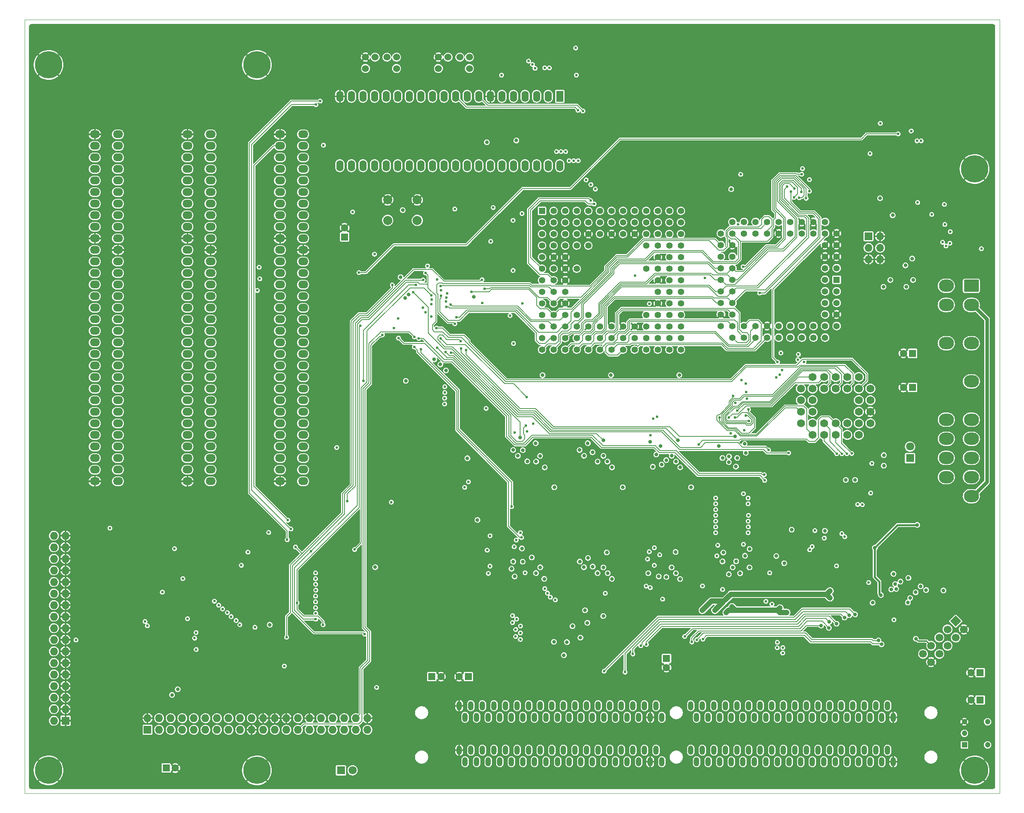
<source format=gbr>
%TF.GenerationSoftware,KiCad,Pcbnew,(5.99.0-9466-g7fda7438f9)*%
%TF.CreationDate,2021-03-26T21:03:58-04:00*%
%TF.ProjectId,C68,4336382e-6b69-4636-9164-5f7063625858,rev?*%
%TF.SameCoordinates,Original*%
%TF.FileFunction,Copper,L3,Inr*%
%TF.FilePolarity,Positive*%
%FSLAX46Y46*%
G04 Gerber Fmt 4.6, Leading zero omitted, Abs format (unit mm)*
G04 Created by KiCad (PCBNEW (5.99.0-9466-g7fda7438f9)) date 2021-03-26 21:03:58*
%MOMM*%
%LPD*%
G01*
G04 APERTURE LIST*
G04 Aperture macros list*
%AMRoundRect*
0 Rectangle with rounded corners*
0 $1 Rounding radius*
0 $2 $3 $4 $5 $6 $7 $8 $9 X,Y pos of 4 corners*
0 Add a 4 corners polygon primitive as box body*
4,1,4,$2,$3,$4,$5,$6,$7,$8,$9,$2,$3,0*
0 Add four circle primitives for the rounded corners*
1,1,$1+$1,$2,$3*
1,1,$1+$1,$4,$5*
1,1,$1+$1,$6,$7*
1,1,$1+$1,$8,$9*
0 Add four rect primitives between the rounded corners*
20,1,$1+$1,$2,$3,$4,$5,0*
20,1,$1+$1,$4,$5,$6,$7,0*
20,1,$1+$1,$6,$7,$8,$9,0*
20,1,$1+$1,$8,$9,$2,$3,0*%
%AMHorizOval*
0 Thick line with rounded ends*
0 $1 width*
0 $2 $3 position (X,Y) of the first rounded end (center of the circle)*
0 $4 $5 position (X,Y) of the second rounded end (center of the circle)*
0 Add line between two ends*
20,1,$1,$2,$3,$4,$5,0*
0 Add two circle primitives to create the rounded ends*
1,1,$1,$2,$3*
1,1,$1,$4,$5*%
%AMRotRect*
0 Rectangle, with rotation*
0 The origin of the aperture is its center*
0 $1 length*
0 $2 width*
0 $3 Rotation angle, in degrees counterclockwise*
0 Add horizontal line*
21,1,$1,$2,0,0,$3*%
G04 Aperture macros list end*
%TA.AperFunction,Profile*%
%ADD10C,0.050000*%
%TD*%
%TA.AperFunction,ComponentPad*%
%ADD11C,6.000000*%
%TD*%
%TA.AperFunction,ComponentPad*%
%ADD12R,1.600000X2.400000*%
%TD*%
%TA.AperFunction,ComponentPad*%
%ADD13O,1.600000X2.400000*%
%TD*%
%TA.AperFunction,ComponentPad*%
%ADD14C,1.524000*%
%TD*%
%TA.AperFunction,ComponentPad*%
%ADD15C,1.750000*%
%TD*%
%TA.AperFunction,ComponentPad*%
%ADD16O,2.200000X1.700000*%
%TD*%
%TA.AperFunction,ComponentPad*%
%ADD17R,1.422400X1.422400*%
%TD*%
%TA.AperFunction,ComponentPad*%
%ADD18C,1.422400*%
%TD*%
%TA.AperFunction,ComponentPad*%
%ADD19R,1.397000X1.397000*%
%TD*%
%TA.AperFunction,ComponentPad*%
%ADD20C,1.397000*%
%TD*%
%TA.AperFunction,ComponentPad*%
%ADD21C,2.000000*%
%TD*%
%TA.AperFunction,ComponentPad*%
%ADD22R,1.700000X1.700000*%
%TD*%
%TA.AperFunction,ComponentPad*%
%ADD23O,1.700000X1.700000*%
%TD*%
%TA.AperFunction,ComponentPad*%
%ADD24RoundRect,0.250001X-1.399999X1.099999X-1.399999X-1.099999X1.399999X-1.099999X1.399999X1.099999X0*%
%TD*%
%TA.AperFunction,ComponentPad*%
%ADD25O,3.300000X2.700000*%
%TD*%
%TA.AperFunction,ComponentPad*%
%ADD26R,1.800000X1.800000*%
%TD*%
%TA.AperFunction,ComponentPad*%
%ADD27C,1.800000*%
%TD*%
%TA.AperFunction,ComponentPad*%
%ADD28R,1.727200X1.727200*%
%TD*%
%TA.AperFunction,ComponentPad*%
%ADD29O,1.727200X1.727200*%
%TD*%
%TA.AperFunction,ComponentPad*%
%ADD30R,1.600000X1.600000*%
%TD*%
%TA.AperFunction,ComponentPad*%
%ADD31C,1.600000*%
%TD*%
%TA.AperFunction,ComponentPad*%
%ADD32C,1.200000*%
%TD*%
%TA.AperFunction,ComponentPad*%
%ADD33R,1.200000X1.200000*%
%TD*%
%TA.AperFunction,ComponentPad*%
%ADD34RotRect,1.700000X1.700000X315.000000*%
%TD*%
%TA.AperFunction,ComponentPad*%
%ADD35HorizOval,1.700000X0.000000X0.000000X0.000000X0.000000X0*%
%TD*%
%TA.AperFunction,ComponentPad*%
%ADD36O,1.200000X2.000000*%
%TD*%
%TA.AperFunction,ViaPad*%
%ADD37C,0.800000*%
%TD*%
%TA.AperFunction,ViaPad*%
%ADD38C,0.600000*%
%TD*%
%TA.AperFunction,Conductor*%
%ADD39C,0.300000*%
%TD*%
%TA.AperFunction,Conductor*%
%ADD40C,1.200000*%
%TD*%
%TA.AperFunction,Conductor*%
%ADD41C,0.800000*%
%TD*%
%TA.AperFunction,Conductor*%
%ADD42C,0.400000*%
%TD*%
%TA.AperFunction,Conductor*%
%ADD43C,0.150000*%
%TD*%
%TA.AperFunction,Conductor*%
%ADD44C,0.200000*%
%TD*%
G04 APERTURE END LIST*
D10*
X304000000Y-210000000D02*
X90000000Y-210000000D01*
X90000000Y-210000000D02*
X90000000Y-40000000D01*
X304000000Y-40000000D02*
X304000000Y-210000000D01*
X90000000Y-40000000D02*
X304000000Y-40000000D01*
D11*
X140990000Y-204920000D03*
X95270000Y-204920000D03*
X140990000Y-49980000D03*
X298470000Y-204920000D03*
D12*
X207460000Y-56870000D03*
D13*
X204920000Y-56870000D03*
X202380000Y-56870000D03*
X199840000Y-56870000D03*
X197300000Y-56870000D03*
X194760000Y-56870000D03*
X192220000Y-56870000D03*
X189680000Y-56870000D03*
X187140000Y-56870000D03*
X184600000Y-56870000D03*
X182060000Y-56870000D03*
X179520000Y-56870000D03*
X176980000Y-56870000D03*
X174440000Y-56870000D03*
X171900000Y-56870000D03*
X169360000Y-56870000D03*
X166820000Y-56870000D03*
X164280000Y-56870000D03*
X161740000Y-56870000D03*
X159200000Y-56870000D03*
X159200000Y-72110000D03*
X161740000Y-72110000D03*
X164280000Y-72110000D03*
X166820000Y-72110000D03*
X169360000Y-72110000D03*
X171900000Y-72110000D03*
X174440000Y-72110000D03*
X176980000Y-72110000D03*
X179520000Y-72110000D03*
X182060000Y-72110000D03*
X184600000Y-72110000D03*
X187140000Y-72110000D03*
X189680000Y-72110000D03*
X192220000Y-72110000D03*
X194760000Y-72110000D03*
X197300000Y-72110000D03*
X199840000Y-72110000D03*
X202380000Y-72110000D03*
X204920000Y-72110000D03*
X207460000Y-72110000D03*
D11*
X298470000Y-72840000D03*
X95270000Y-49980000D03*
D14*
X166930000Y-48260000D03*
X169530000Y-48260000D03*
X164830000Y-48260000D03*
X171630000Y-48260000D03*
X164830000Y-50760000D03*
X171630000Y-50760000D03*
X182930000Y-48260000D03*
X185530000Y-48260000D03*
X180830000Y-48260000D03*
X187630000Y-48260000D03*
X180830000Y-50760000D03*
X187630000Y-50760000D03*
D15*
X262910000Y-123610000D03*
X260370000Y-126150000D03*
X262910000Y-126150000D03*
X260370000Y-128690000D03*
X262910000Y-131230000D03*
X262910000Y-128690000D03*
X265450000Y-131230000D03*
X265450000Y-128690000D03*
X267990000Y-131230000D03*
X267990000Y-128690000D03*
X270530000Y-131230000D03*
X270530000Y-128690000D03*
X273070000Y-131230000D03*
X275610000Y-128690000D03*
X273070000Y-128690000D03*
X275610000Y-126150000D03*
X273070000Y-126150000D03*
X275610000Y-123610000D03*
X273070000Y-123610000D03*
X275610000Y-121070000D03*
X273070000Y-118530000D03*
X273070000Y-121070000D03*
X270530000Y-118530000D03*
X270530000Y-121070000D03*
X267990000Y-118530000D03*
X267990000Y-121070000D03*
X265450000Y-118530000D03*
X265450000Y-121070000D03*
X262910000Y-118530000D03*
X262910000Y-118530000D03*
X260370000Y-121070000D03*
X262910000Y-121070000D03*
X260370000Y-123610000D03*
D16*
X151150000Y-65220000D03*
X151150000Y-67760000D03*
X151150000Y-70300000D03*
X151150000Y-72840000D03*
X151150000Y-75380000D03*
X151150000Y-77920000D03*
X151150000Y-80460000D03*
X151150000Y-83000000D03*
X151150000Y-85540000D03*
X151150000Y-88080000D03*
X151150000Y-90620000D03*
X151150000Y-93160000D03*
X151150000Y-95700000D03*
X151150000Y-98240000D03*
X151150000Y-100780000D03*
X151150000Y-103320000D03*
X151150000Y-105860000D03*
X151150000Y-108400000D03*
X151150000Y-110940000D03*
X151150000Y-113480000D03*
X151150000Y-116020000D03*
X151150000Y-118560000D03*
X151150000Y-121100000D03*
X151150000Y-123640000D03*
X151150000Y-126180000D03*
X151150000Y-128720000D03*
X151150000Y-131260000D03*
X151150000Y-133800000D03*
X151150000Y-136340000D03*
X151150000Y-138880000D03*
X151150000Y-141420000D03*
X146070000Y-65220000D03*
X146070000Y-67760000D03*
X146070000Y-70300000D03*
X146070000Y-72840000D03*
X146070000Y-75380000D03*
X146070000Y-77920000D03*
X146070000Y-80460000D03*
X146070000Y-83000000D03*
X146070000Y-85540000D03*
X146070000Y-88080000D03*
X146070000Y-90620000D03*
X146070000Y-93160000D03*
X146070000Y-95700000D03*
X146070000Y-98240000D03*
X146070000Y-100780000D03*
X146070000Y-103320000D03*
X146070000Y-105860000D03*
X146070000Y-108400000D03*
X146070000Y-110940000D03*
X146070000Y-113480000D03*
X146070000Y-116020000D03*
X146070000Y-118560000D03*
X146070000Y-121100000D03*
X146070000Y-123640000D03*
X146070000Y-126180000D03*
X146070000Y-128720000D03*
X146070000Y-131260000D03*
X146070000Y-133800000D03*
X146070000Y-136340000D03*
X146070000Y-138880000D03*
X146070000Y-141420000D03*
D17*
X268220000Y-97150000D03*
D18*
X265680000Y-97150000D03*
X268220000Y-94610000D03*
X265680000Y-94610000D03*
X268220000Y-92070000D03*
X265680000Y-92070000D03*
X268220000Y-89530000D03*
X265680000Y-89530000D03*
X268220000Y-86990000D03*
X265680000Y-84450000D03*
X265680000Y-86990000D03*
X263140000Y-84450000D03*
X263140000Y-86990000D03*
X260600000Y-84450000D03*
X260600000Y-86990000D03*
X258060000Y-84450000D03*
X258060000Y-86990000D03*
X255520000Y-84450000D03*
X255520000Y-86990000D03*
X252980000Y-84450000D03*
X252980000Y-86990000D03*
X250440000Y-84450000D03*
X250440000Y-86990000D03*
X247900000Y-84450000D03*
X247900000Y-86990000D03*
X245360000Y-84450000D03*
X242820000Y-86990000D03*
X245360000Y-86990000D03*
X242820000Y-89530000D03*
X245360000Y-89530000D03*
X242820000Y-92070000D03*
X245360000Y-92070000D03*
X242820000Y-94610000D03*
X245360000Y-94610000D03*
X242820000Y-97150000D03*
X245360000Y-97150000D03*
X242820000Y-99690000D03*
X245360000Y-99690000D03*
X242820000Y-102230000D03*
X245360000Y-102230000D03*
X242820000Y-104770000D03*
X245360000Y-104770000D03*
X242820000Y-107310000D03*
X245360000Y-109850000D03*
X245360000Y-107310000D03*
X247900000Y-109850000D03*
X247900000Y-107310000D03*
X250440000Y-109850000D03*
X250440000Y-107310000D03*
X252980000Y-109850000D03*
X252980000Y-107310000D03*
X255520000Y-109850000D03*
X255520000Y-107310000D03*
X258060000Y-109850000D03*
X258060000Y-107310000D03*
X260600000Y-109850000D03*
X260600000Y-107310000D03*
X263140000Y-109850000D03*
X263140000Y-107310000D03*
X265680000Y-109850000D03*
X268220000Y-107310000D03*
X265680000Y-107310000D03*
X268220000Y-104770000D03*
X265680000Y-104770000D03*
X268220000Y-102230000D03*
X265680000Y-102230000D03*
X268220000Y-99690000D03*
X265680000Y-99690000D03*
D19*
X203560000Y-82030000D03*
D20*
X206100000Y-82030000D03*
X208640000Y-82030000D03*
X211180000Y-82030000D03*
X213720000Y-82030000D03*
X216260000Y-82030000D03*
X218800000Y-82030000D03*
X221340000Y-82030000D03*
X223880000Y-82030000D03*
X226420000Y-82030000D03*
X228960000Y-82030000D03*
X231500000Y-82030000D03*
X234040000Y-82030000D03*
X203560000Y-84570000D03*
X206100000Y-84570000D03*
X208640000Y-84570000D03*
X211180000Y-84570000D03*
X213720000Y-84570000D03*
X216260000Y-84570000D03*
X218800000Y-84570000D03*
X221340000Y-84570000D03*
X223880000Y-84570000D03*
X226420000Y-84570000D03*
X228960000Y-84570000D03*
X231500000Y-84570000D03*
X234040000Y-84570000D03*
X203560000Y-87110000D03*
X206100000Y-87110000D03*
X208640000Y-87110000D03*
X211180000Y-87110000D03*
X213720000Y-87110000D03*
X216260000Y-87110000D03*
X218800000Y-87110000D03*
X221340000Y-87110000D03*
X223880000Y-87110000D03*
X226420000Y-87110000D03*
X228960000Y-87110000D03*
X231500000Y-87110000D03*
X234040000Y-87110000D03*
X203560000Y-89650000D03*
X206100000Y-89650000D03*
X208640000Y-89650000D03*
X211180000Y-89650000D03*
X213720000Y-89650000D03*
X226420000Y-89650000D03*
X228960000Y-89650000D03*
X231500000Y-89650000D03*
X234040000Y-89650000D03*
X203560000Y-92190000D03*
X206100000Y-92190000D03*
X208640000Y-92190000D03*
X228960000Y-92190000D03*
X231500000Y-92190000D03*
X234040000Y-92190000D03*
X203560000Y-94730000D03*
X206100000Y-94730000D03*
X208640000Y-94730000D03*
X211180000Y-94730000D03*
X226420000Y-94730000D03*
X228960000Y-94730000D03*
X231500000Y-94730000D03*
X234040000Y-94730000D03*
X203560000Y-97270000D03*
X206100000Y-97270000D03*
X208640000Y-97270000D03*
X228960000Y-97270000D03*
X231500000Y-97270000D03*
X234040000Y-97270000D03*
X203560000Y-99810000D03*
X206100000Y-99810000D03*
X208640000Y-99810000D03*
X228960000Y-99810000D03*
X231500000Y-99810000D03*
X234040000Y-99810000D03*
X203560000Y-102350000D03*
X206100000Y-102350000D03*
X208640000Y-102350000D03*
X228960000Y-102350000D03*
X231500000Y-102350000D03*
X234040000Y-102350000D03*
X203560000Y-104890000D03*
X206100000Y-104890000D03*
X208640000Y-104890000D03*
X211180000Y-104890000D03*
X213720000Y-104890000D03*
X226420000Y-104890000D03*
X228960000Y-104890000D03*
X231500000Y-104890000D03*
X234040000Y-104890000D03*
X203560000Y-107430000D03*
X206100000Y-107430000D03*
X208640000Y-107430000D03*
X211180000Y-107430000D03*
X213720000Y-107430000D03*
X216260000Y-107430000D03*
X218800000Y-107430000D03*
X221340000Y-107430000D03*
X223880000Y-107430000D03*
X226420000Y-107430000D03*
X228960000Y-107430000D03*
X231500000Y-107430000D03*
X234040000Y-107430000D03*
X203560000Y-109970000D03*
X206100000Y-109970000D03*
X208640000Y-109970000D03*
X211180000Y-109970000D03*
X213720000Y-109970000D03*
X216260000Y-109970000D03*
X218800000Y-109970000D03*
X221340000Y-109970000D03*
X223880000Y-109970000D03*
X226420000Y-109970000D03*
X228960000Y-109970000D03*
X231500000Y-109970000D03*
X234040000Y-109970000D03*
X203560000Y-112510000D03*
X206100000Y-112510000D03*
X208640000Y-112510000D03*
X211180000Y-112510000D03*
X213720000Y-112510000D03*
X216260000Y-112510000D03*
X218800000Y-112510000D03*
X221340000Y-112510000D03*
X223880000Y-112510000D03*
X226420000Y-112510000D03*
X228960000Y-112510000D03*
X231500000Y-112510000D03*
X234040000Y-112510000D03*
D16*
X130830000Y-65220000D03*
X130830000Y-67760000D03*
X130830000Y-70300000D03*
X130830000Y-72840000D03*
X130830000Y-75380000D03*
X130830000Y-77920000D03*
X130830000Y-80460000D03*
X130830000Y-83000000D03*
X130830000Y-85540000D03*
X130830000Y-88080000D03*
X130830000Y-90620000D03*
X130830000Y-93160000D03*
X130830000Y-95700000D03*
X130830000Y-98240000D03*
X130830000Y-100780000D03*
X130830000Y-103320000D03*
X130830000Y-105860000D03*
X130830000Y-108400000D03*
X130830000Y-110940000D03*
X130830000Y-113480000D03*
X130830000Y-116020000D03*
X130830000Y-118560000D03*
X130830000Y-121100000D03*
X130830000Y-123640000D03*
X130830000Y-126180000D03*
X130830000Y-128720000D03*
X130830000Y-131260000D03*
X130830000Y-133800000D03*
X130830000Y-136340000D03*
X130830000Y-138880000D03*
X130830000Y-141420000D03*
X125750000Y-65220000D03*
X125750000Y-67760000D03*
X125750000Y-70300000D03*
X125750000Y-72840000D03*
X125750000Y-75380000D03*
X125750000Y-77920000D03*
X125750000Y-80460000D03*
X125750000Y-83000000D03*
X125750000Y-85540000D03*
X125750000Y-88080000D03*
X125750000Y-90620000D03*
X125750000Y-93160000D03*
X125750000Y-95700000D03*
X125750000Y-98240000D03*
X125750000Y-100780000D03*
X125750000Y-103320000D03*
X125750000Y-105860000D03*
X125750000Y-108400000D03*
X125750000Y-110940000D03*
X125750000Y-113480000D03*
X125750000Y-116020000D03*
X125750000Y-118560000D03*
X125750000Y-121100000D03*
X125750000Y-123640000D03*
X125750000Y-126180000D03*
X125750000Y-128720000D03*
X125750000Y-131260000D03*
X125750000Y-133800000D03*
X125750000Y-136340000D03*
X125750000Y-138880000D03*
X125750000Y-141420000D03*
D21*
X169690000Y-79610000D03*
X176190000Y-79610000D03*
X176190000Y-84110000D03*
X169690000Y-84110000D03*
D16*
X110510000Y-65220000D03*
X110510000Y-67760000D03*
X110510000Y-70300000D03*
X110510000Y-72840000D03*
X110510000Y-75380000D03*
X110510000Y-77920000D03*
X110510000Y-80460000D03*
X110510000Y-83000000D03*
X110510000Y-85540000D03*
X110510000Y-88080000D03*
X110510000Y-90620000D03*
X110510000Y-93160000D03*
X110510000Y-95700000D03*
X110510000Y-98240000D03*
X110510000Y-100780000D03*
X110510000Y-103320000D03*
X110510000Y-105860000D03*
X110510000Y-108400000D03*
X110510000Y-110940000D03*
X110510000Y-113480000D03*
X110510000Y-116020000D03*
X110510000Y-118560000D03*
X110510000Y-121100000D03*
X110510000Y-123640000D03*
X110510000Y-126180000D03*
X110510000Y-128720000D03*
X110510000Y-131260000D03*
X110510000Y-133800000D03*
X110510000Y-136340000D03*
X110510000Y-138880000D03*
X110510000Y-141420000D03*
X105430000Y-65220000D03*
X105430000Y-67760000D03*
X105430000Y-70300000D03*
X105430000Y-72840000D03*
X105430000Y-75380000D03*
X105430000Y-77920000D03*
X105430000Y-80460000D03*
X105430000Y-83000000D03*
X105430000Y-85540000D03*
X105430000Y-88080000D03*
X105430000Y-90620000D03*
X105430000Y-93160000D03*
X105430000Y-95700000D03*
X105430000Y-98240000D03*
X105430000Y-100780000D03*
X105430000Y-103320000D03*
X105430000Y-105860000D03*
X105430000Y-108400000D03*
X105430000Y-110940000D03*
X105430000Y-113480000D03*
X105430000Y-116020000D03*
X105430000Y-118560000D03*
X105430000Y-121100000D03*
X105430000Y-123640000D03*
X105430000Y-126180000D03*
X105430000Y-128720000D03*
X105430000Y-131260000D03*
X105430000Y-133800000D03*
X105430000Y-136340000D03*
X105430000Y-138880000D03*
X105430000Y-141420000D03*
D22*
X275200000Y-87600000D03*
D23*
X277740000Y-87600000D03*
X275200000Y-90140000D03*
X277740000Y-90140000D03*
X275200000Y-92680000D03*
X277740000Y-92680000D03*
D24*
X297775000Y-98490000D03*
D25*
X297775000Y-102690000D03*
X297775000Y-106890000D03*
X297775000Y-111090000D03*
X297775000Y-115290000D03*
X297775000Y-119490000D03*
X297775000Y-123690000D03*
X297775000Y-127890000D03*
X297775000Y-132090000D03*
X297775000Y-136290000D03*
X297775000Y-140490000D03*
X297775000Y-144690000D03*
X292275000Y-98490000D03*
X292275000Y-102690000D03*
X292275000Y-106890000D03*
X292275000Y-111090000D03*
X292275000Y-115290000D03*
X292275000Y-119490000D03*
X292275000Y-123690000D03*
X292275000Y-127890000D03*
X292275000Y-132090000D03*
X292275000Y-136290000D03*
X292275000Y-140490000D03*
X292275000Y-144690000D03*
D26*
X284325000Y-136340000D03*
D27*
X284325000Y-133800000D03*
D28*
X117000000Y-196000000D03*
D29*
X117000000Y-193460000D03*
X119540000Y-196000000D03*
X119540000Y-193460000D03*
X122080000Y-196000000D03*
X122080000Y-193460000D03*
X124620000Y-196000000D03*
X124620000Y-193460000D03*
X127160000Y-196000000D03*
X127160000Y-193460000D03*
X129700000Y-196000000D03*
X129700000Y-193460000D03*
X132240000Y-196000000D03*
X132240000Y-193460000D03*
X134780000Y-196000000D03*
X134780000Y-193460000D03*
X137320000Y-196000000D03*
X137320000Y-193460000D03*
X139860000Y-196000000D03*
X139860000Y-193460000D03*
X142400000Y-196000000D03*
X142400000Y-193460000D03*
X144940000Y-196000000D03*
X144940000Y-193460000D03*
X147480000Y-196000000D03*
X147480000Y-193460000D03*
X150020000Y-196000000D03*
X150020000Y-193460000D03*
X152560000Y-196000000D03*
X152560000Y-193460000D03*
X155100000Y-196000000D03*
X155100000Y-193460000D03*
X157640000Y-196000000D03*
X157640000Y-193460000D03*
X160180000Y-196000000D03*
X160180000Y-193460000D03*
X162720000Y-196000000D03*
X162720000Y-193460000D03*
X165260000Y-196000000D03*
X165260000Y-193460000D03*
D28*
X99000000Y-194000000D03*
D29*
X96460000Y-194000000D03*
X99000000Y-191460000D03*
X96460000Y-191460000D03*
X99000000Y-188920000D03*
X96460000Y-188920000D03*
X99000000Y-186380000D03*
X96460000Y-186380000D03*
X99000000Y-183840000D03*
X96460000Y-183840000D03*
X99000000Y-181300000D03*
X96460000Y-181300000D03*
X99000000Y-178760000D03*
X96460000Y-178760000D03*
X99000000Y-176220000D03*
X96460000Y-176220000D03*
X99000000Y-173680000D03*
X96460000Y-173680000D03*
X99000000Y-171140000D03*
X96460000Y-171140000D03*
X99000000Y-168600000D03*
X96460000Y-168600000D03*
X99000000Y-166060000D03*
X96460000Y-166060000D03*
X99000000Y-163520000D03*
X96460000Y-163520000D03*
X99000000Y-160980000D03*
X96460000Y-160980000D03*
X99000000Y-158440000D03*
X96460000Y-158440000D03*
X99000000Y-155900000D03*
X96460000Y-155900000D03*
X99000000Y-153360000D03*
X96460000Y-153360000D03*
D30*
X187380000Y-184320000D03*
D31*
X185380000Y-184320000D03*
D30*
X230880000Y-180320000D03*
D31*
X230880000Y-182320000D03*
D30*
X299710000Y-183440000D03*
D31*
X297710000Y-183440000D03*
D30*
X179380000Y-184320000D03*
D31*
X181380000Y-184320000D03*
D30*
X284880000Y-120820000D03*
D31*
X282880000Y-120820000D03*
D30*
X284880000Y-113320000D03*
D31*
X282880000Y-113320000D03*
D30*
X160250000Y-87750000D03*
D31*
X160250000Y-85750000D03*
D30*
X299710000Y-189440000D03*
D31*
X297710000Y-189440000D03*
D32*
X301330000Y-194240000D03*
X301330000Y-199320000D03*
D33*
X296250000Y-199320000D03*
D32*
X296250000Y-196780000D03*
X296250000Y-194240000D03*
D30*
X121100000Y-204400000D03*
D31*
X123100000Y-204400000D03*
D34*
X294350000Y-172150000D03*
D35*
X296146051Y-173946051D03*
X292553949Y-173946051D03*
X294350000Y-175742102D03*
X290757898Y-175742102D03*
X292553949Y-177538154D03*
X288961846Y-177538154D03*
X290757898Y-179334205D03*
X287165795Y-179334205D03*
X288961846Y-181130256D03*
D36*
X280652000Y-203016000D03*
X279382000Y-200476000D03*
X278112000Y-203016000D03*
X276842000Y-200476000D03*
X275572000Y-203016000D03*
X274302000Y-200476000D03*
X273032000Y-203016000D03*
X271762000Y-200476000D03*
X270492000Y-203016000D03*
X269222000Y-200476000D03*
X267952000Y-203016000D03*
X266682000Y-200476000D03*
X265412000Y-203016000D03*
X264142000Y-200476000D03*
X262872000Y-203016000D03*
X261602000Y-200476000D03*
X260332000Y-203016000D03*
X259062000Y-200476000D03*
X257792000Y-203016000D03*
X256522000Y-200476000D03*
X255252000Y-203016000D03*
X253982000Y-200476000D03*
X252712000Y-203016000D03*
X251442000Y-200476000D03*
X250172000Y-203016000D03*
X248902000Y-200476000D03*
X247632000Y-203016000D03*
X246362000Y-200476000D03*
X245092000Y-203016000D03*
X243822000Y-200476000D03*
X242552000Y-203016000D03*
X241282000Y-200476000D03*
X240012000Y-203016000D03*
X238742000Y-200476000D03*
X237472000Y-203016000D03*
X236202000Y-200476000D03*
X229852000Y-203016000D03*
X228582000Y-200476000D03*
X227312000Y-203016000D03*
X226042000Y-200476000D03*
X224772000Y-203016000D03*
X223502000Y-200476000D03*
X222232000Y-203016000D03*
X220962000Y-200476000D03*
X219692000Y-203016000D03*
X218422000Y-200476000D03*
X217152000Y-203016000D03*
X215882000Y-200476000D03*
X214612000Y-203016000D03*
X213342000Y-200476000D03*
X212072000Y-203016000D03*
X210802000Y-200476000D03*
X209532000Y-203016000D03*
X208262000Y-200476000D03*
X206992000Y-203016000D03*
X205722000Y-200476000D03*
X204452000Y-203016000D03*
X203182000Y-200476000D03*
X201912000Y-203016000D03*
X200642000Y-200476000D03*
X199372000Y-203016000D03*
X198102000Y-200476000D03*
X196832000Y-203016000D03*
X195562000Y-200476000D03*
X194292000Y-203016000D03*
X193022000Y-200476000D03*
X191752000Y-203016000D03*
X190482000Y-200476000D03*
X189212000Y-203016000D03*
X187942000Y-200476000D03*
X186672000Y-203016000D03*
X185402000Y-200476000D03*
X280652000Y-193266000D03*
X279382000Y-190726000D03*
X278112000Y-193266000D03*
X276842000Y-190726000D03*
X275572000Y-193266000D03*
X274302000Y-190726000D03*
X273032000Y-193266000D03*
X271762000Y-190726000D03*
X270492000Y-193266000D03*
X269222000Y-190726000D03*
X267952000Y-193266000D03*
X266682000Y-190726000D03*
X265412000Y-193266000D03*
X264142000Y-190726000D03*
X262872000Y-193266000D03*
X261602000Y-190726000D03*
X260332000Y-193266000D03*
X259062000Y-190726000D03*
X257792000Y-193266000D03*
X256522000Y-190726000D03*
X255252000Y-193266000D03*
X253982000Y-190726000D03*
X252712000Y-193266000D03*
X251442000Y-190726000D03*
X250172000Y-193266000D03*
X248902000Y-190726000D03*
X247632000Y-193266000D03*
X246362000Y-190726000D03*
X245092000Y-193266000D03*
X243822000Y-190726000D03*
X242552000Y-193266000D03*
X241282000Y-190726000D03*
X240012000Y-193266000D03*
X238742000Y-190726000D03*
X237472000Y-193266000D03*
X236202000Y-190726000D03*
X229852000Y-193266000D03*
X228582000Y-190726000D03*
X227312000Y-193266000D03*
X226042000Y-190726000D03*
X224772000Y-193266000D03*
X223502000Y-190726000D03*
X222232000Y-193266000D03*
X220962000Y-190726000D03*
X219692000Y-193266000D03*
X218422000Y-190726000D03*
X217152000Y-193266000D03*
X215882000Y-190726000D03*
X214612000Y-193266000D03*
X213342000Y-190726000D03*
X212072000Y-193266000D03*
X210802000Y-190726000D03*
X209532000Y-193266000D03*
X208262000Y-190726000D03*
X206992000Y-193266000D03*
X205722000Y-190726000D03*
X204452000Y-193266000D03*
X203182000Y-190726000D03*
X201912000Y-193266000D03*
X200642000Y-190726000D03*
X199372000Y-193266000D03*
X198102000Y-190726000D03*
X196832000Y-193266000D03*
X195562000Y-190726000D03*
X194292000Y-193266000D03*
X193022000Y-190726000D03*
X191752000Y-193266000D03*
X190482000Y-190726000D03*
X189212000Y-193266000D03*
X187942000Y-190726000D03*
X186672000Y-193266000D03*
X185402000Y-190726000D03*
D26*
X159450000Y-204900000D03*
D27*
X161990000Y-204900000D03*
D37*
X241780000Y-163100000D03*
X177570000Y-151380000D03*
X177510000Y-136360000D03*
D38*
X191900000Y-162825000D03*
D37*
X276725000Y-167000000D03*
D38*
X171170000Y-175260000D03*
D37*
X269250000Y-163000000D03*
D38*
X280550000Y-74640000D03*
X268950000Y-78450000D03*
X150580000Y-202280000D03*
X132125000Y-161900000D03*
X197550000Y-45325000D03*
X196325000Y-138850000D03*
X296950000Y-58700000D03*
X215725000Y-116625000D03*
X209500000Y-164175000D03*
X153840000Y-160290000D03*
X200700000Y-116600000D03*
X162490000Y-160285000D03*
X190940000Y-81720000D03*
X277725000Y-67725000D03*
X239950000Y-85470000D03*
X176700000Y-96400000D03*
D37*
X274050000Y-164100000D03*
D38*
X264050000Y-174200000D03*
X291225000Y-91625000D03*
X245650000Y-116600000D03*
X147275000Y-156325000D03*
X211625000Y-138375000D03*
X230700000Y-116625000D03*
X282950000Y-61200000D03*
X226580000Y-162860000D03*
X125300000Y-177700000D03*
X141500000Y-149500000D03*
X171500000Y-97450000D03*
D37*
X185300000Y-96100000D03*
X275700000Y-150800000D03*
D38*
X161950000Y-104650000D03*
X161590000Y-171710000D03*
X168575000Y-130825000D03*
X165625000Y-141125000D03*
X217850000Y-43400000D03*
D37*
X284700000Y-168950000D03*
D38*
X181625000Y-106975000D03*
D37*
X291900000Y-167800000D03*
D38*
X121700000Y-167475000D03*
X264450000Y-153950000D03*
X236150000Y-140075000D03*
X197025000Y-140350000D03*
X159100000Y-147500000D03*
X186675000Y-125575000D03*
X224600000Y-139850000D03*
D37*
X289700000Y-160500000D03*
X280750000Y-157200000D03*
D38*
X239950000Y-84120000D03*
X282930000Y-69250000D03*
X155600000Y-67600000D03*
D37*
X206260000Y-142730000D03*
X173690000Y-119360000D03*
X218690000Y-118100000D03*
D38*
X108740000Y-151710000D03*
X197190000Y-84110000D03*
D37*
X203690000Y-118100000D03*
D38*
X197190000Y-95110000D03*
X197310000Y-111140000D03*
D37*
X189390000Y-149910000D03*
X221290000Y-142730000D03*
X236280000Y-142730000D03*
X233690000Y-118100000D03*
X187190000Y-136360000D03*
D38*
X184420000Y-81620000D03*
X239300000Y-96740000D03*
D37*
X270240000Y-141120000D03*
X272260000Y-141120000D03*
X241500000Y-169750000D03*
X278560000Y-135670000D03*
X266750000Y-167000000D03*
X278560000Y-137980000D03*
X257250000Y-170250000D03*
X280000000Y-97200000D03*
X278500000Y-98700000D03*
X283300000Y-94000000D03*
X284800000Y-92500000D03*
D38*
X205175000Y-50625000D03*
D37*
X256710000Y-159400000D03*
D38*
X299975000Y-90350000D03*
D37*
X213000000Y-169750000D03*
D38*
X158500000Y-134000000D03*
D37*
X143815000Y-172925000D03*
X166960000Y-160280000D03*
D38*
X210500000Y-71000000D03*
D37*
X245075000Y-77250000D03*
X265650000Y-152300000D03*
X213500000Y-172500000D03*
D38*
X206750000Y-69000000D03*
D37*
X266750000Y-165500000D03*
X283500000Y-98700000D03*
X208360000Y-179610000D03*
X285000000Y-97200000D03*
X255750000Y-169250000D03*
X122370000Y-188340000D03*
D38*
X208750000Y-69000000D03*
X209500000Y-71000000D03*
D37*
X179910000Y-114650000D03*
X210250000Y-173250000D03*
D38*
X211500000Y-71000000D03*
D37*
X258350000Y-152050000D03*
X182460000Y-117080000D03*
D38*
X170500000Y-146000000D03*
D37*
X280500000Y-83000000D03*
X212000000Y-175750000D03*
D38*
X211100000Y-52200000D03*
X207750000Y-69000000D03*
X120237500Y-165762500D03*
D37*
X123620000Y-187090000D03*
X238750000Y-169750000D03*
X206170000Y-176670000D03*
X254970000Y-157830000D03*
X209030000Y-176740000D03*
X217000000Y-171000000D03*
X245270000Y-169000000D03*
X277750000Y-79250000D03*
X244000000Y-170250000D03*
X181250000Y-115750000D03*
D38*
X215262500Y-77237500D03*
X166800000Y-91550000D03*
X213250000Y-75225000D03*
D37*
X172525000Y-96575000D03*
X285900000Y-151000000D03*
X285600000Y-176000000D03*
X172990000Y-81870000D03*
X188625000Y-100875000D03*
X277925000Y-166400000D03*
D38*
X214287500Y-76262500D03*
D37*
X276600000Y-156000000D03*
D38*
X244600000Y-127450000D03*
X241655000Y-150165000D03*
X245910000Y-127410000D03*
X241655000Y-148895000D03*
X248800000Y-150155000D03*
X248880000Y-125640000D03*
X248830000Y-151425000D03*
X248300000Y-126970000D03*
X247940000Y-130240000D03*
X247760000Y-155255000D03*
X191525000Y-156550000D03*
X186600000Y-142750000D03*
X227350000Y-131275000D03*
X248940000Y-128190000D03*
X248780000Y-152695000D03*
X227925000Y-127700000D03*
X187425000Y-141525000D03*
X192175000Y-153375000D03*
X181375000Y-99500000D03*
X255260000Y-115230000D03*
X192300000Y-88700000D03*
X275250000Y-163650000D03*
X215000000Y-80500000D03*
X214250000Y-79750000D03*
X181275000Y-98500000D03*
X191000000Y-99125000D03*
X188125000Y-99825000D03*
X182550000Y-103100000D03*
X181425000Y-100625000D03*
X183550000Y-102600000D03*
X170700000Y-98300000D03*
X256270000Y-116960000D03*
X149450000Y-155850000D03*
X147510000Y-175670000D03*
X184825000Y-105400000D03*
X211450000Y-59925000D03*
X260550000Y-73975000D03*
X270000000Y-153600000D03*
X247320000Y-119210000D03*
X247740000Y-144140000D03*
X269350000Y-152900000D03*
X246040000Y-124150000D03*
X241655000Y-145085000D03*
X273850000Y-146550000D03*
X248790000Y-146345000D03*
X248340000Y-121835000D03*
X191290000Y-125410000D03*
X245470000Y-122660000D03*
X241655000Y-146355000D03*
X275675000Y-144000000D03*
X180550000Y-97125000D03*
D37*
X228640000Y-135540000D03*
D38*
X228190000Y-159880000D03*
X226730000Y-158510000D03*
X248320000Y-119930000D03*
X248790000Y-145075000D03*
X246450000Y-125900000D03*
X241655000Y-147625000D03*
X275930000Y-137480000D03*
D37*
X227880000Y-138220000D03*
X226890000Y-161610000D03*
X232960000Y-137090000D03*
X232940000Y-161600000D03*
D38*
X227320000Y-164780000D03*
D37*
X229560000Y-133660000D03*
D38*
X229400000Y-157570000D03*
X227100000Y-156900000D03*
X248850000Y-148885000D03*
X248570000Y-123290000D03*
D37*
X248280000Y-135170000D03*
X249090000Y-160340000D03*
X248000000Y-133190000D03*
X248110000Y-157780000D03*
D38*
X241940000Y-157790000D03*
D37*
X229160000Y-162320000D03*
X229820000Y-137750000D03*
X231990000Y-160340000D03*
X232020000Y-135830000D03*
D38*
X226410000Y-164440000D03*
X182490000Y-101930000D03*
X199250000Y-102350000D03*
X224025000Y-96250000D03*
D37*
X276100000Y-168075000D03*
D38*
X124730000Y-162780000D03*
X284575000Y-64475000D03*
X255960000Y-113230000D03*
X177500000Y-97200000D03*
X160850000Y-145800000D03*
X179340000Y-101470000D03*
X196550000Y-105025000D03*
X227100000Y-102400000D03*
D37*
X245400000Y-160310000D03*
X244590000Y-135970000D03*
D38*
X238770000Y-164410000D03*
D37*
X246170000Y-158980000D03*
X246400000Y-136290000D03*
D38*
X253530000Y-161530000D03*
D37*
X242370000Y-133690000D03*
X243350000Y-157070000D03*
X233880000Y-138350000D03*
X233860000Y-162870000D03*
D38*
X246620000Y-85010000D03*
D37*
X243170000Y-136290000D03*
X243160000Y-159020000D03*
X247040000Y-161630000D03*
X246120000Y-138180000D03*
D38*
X243170000Y-165170000D03*
D37*
X244550000Y-137210000D03*
X244550000Y-161840000D03*
X230820000Y-136770000D03*
X230850000Y-162440000D03*
D38*
X184425000Y-106800000D03*
X200200000Y-122880000D03*
X181325000Y-110050000D03*
X200040000Y-129170000D03*
X180575000Y-112125000D03*
X176970000Y-112440000D03*
X196900000Y-146990000D03*
X199070000Y-153770000D03*
X175530000Y-111910000D03*
X180400000Y-107750000D03*
X162000000Y-82250000D03*
X179240000Y-102510000D03*
X177380000Y-103240000D03*
X178000000Y-104270000D03*
X171100000Y-107740000D03*
X179270000Y-105250000D03*
X172030000Y-105630000D03*
X182200000Y-124440000D03*
X141090000Y-99510000D03*
X182200000Y-123170000D03*
X141640000Y-96950000D03*
X182220000Y-121920000D03*
X141480000Y-94400000D03*
X182220000Y-120640000D03*
X164350000Y-119400000D03*
X175925000Y-98325000D03*
X212525000Y-60075000D03*
X167280000Y-186700000D03*
X152900000Y-156800000D03*
X178000000Y-95650000D03*
X153920000Y-171700000D03*
X260725000Y-72750000D03*
X147010000Y-181990000D03*
X194675000Y-52200000D03*
X200625000Y-49125000D03*
X261090000Y-115200000D03*
X292200000Y-89750000D03*
X259690000Y-114700000D03*
X291475000Y-88925000D03*
X259840000Y-113550000D03*
X293075000Y-89125000D03*
X202025000Y-50725000D03*
X285990000Y-80180000D03*
X201480000Y-49875000D03*
X291850000Y-80600000D03*
X199160000Y-82610000D03*
D37*
X245930000Y-131580000D03*
X249120000Y-156270000D03*
D38*
X186930000Y-112620000D03*
X252700000Y-167770000D03*
D37*
X233380000Y-132400000D03*
X232880000Y-156940000D03*
D38*
X230030000Y-167310000D03*
X185825000Y-112225000D03*
D37*
X199140000Y-156170000D03*
X198750000Y-131770000D03*
D38*
X206490000Y-167470000D03*
X182400000Y-113050000D03*
D37*
X217770000Y-157040000D03*
X217020000Y-132440000D03*
D38*
X183625000Y-113175000D03*
X217440000Y-166000000D03*
D37*
X191450000Y-66950000D03*
X197925000Y-66575000D03*
D38*
X204160000Y-50610000D03*
X210950000Y-46250000D03*
D37*
X283850000Y-168050000D03*
X284350000Y-167050000D03*
X291650000Y-165400000D03*
X285550000Y-165800000D03*
X287850000Y-165300000D03*
X286650000Y-164500000D03*
X281290000Y-165050000D03*
X281070000Y-163990000D03*
D38*
X256375000Y-179125000D03*
D37*
X283970000Y-162640000D03*
D38*
X255175000Y-177975000D03*
D37*
X280690000Y-161750000D03*
D38*
X255212500Y-176787500D03*
D37*
X280210000Y-165180000D03*
X282220000Y-163440000D03*
D38*
X256387500Y-177937500D03*
D37*
X272250000Y-170650000D03*
D38*
X217200000Y-183125000D03*
X226475000Y-177250000D03*
D37*
X266600000Y-172300000D03*
D38*
X225250000Y-177550000D03*
D37*
X268200000Y-172700000D03*
X269950000Y-171350000D03*
D38*
X223500000Y-179350000D03*
X221775000Y-183325000D03*
D37*
X271000000Y-170850000D03*
X277375000Y-176375000D03*
D38*
X237525000Y-176225000D03*
X238875000Y-176075000D03*
D37*
X278050000Y-177225000D03*
D38*
X234875000Y-175475000D03*
D37*
X266500000Y-173600000D03*
X264800000Y-173100000D03*
D38*
X236450000Y-176725000D03*
X262850000Y-155750000D03*
X262300000Y-156450000D03*
X265500000Y-153900000D03*
X263450000Y-152250000D03*
X101275000Y-176275000D03*
X127675000Y-178350000D03*
X116950000Y-173150000D03*
X127325000Y-175875000D03*
X116450000Y-172200000D03*
X127650000Y-174625000D03*
X131660000Y-167750000D03*
X132600000Y-168630000D03*
X133460000Y-169450000D03*
X134520000Y-170260000D03*
X135350000Y-171140000D03*
X136420000Y-171990000D03*
X137240000Y-172920000D03*
X140580000Y-173480000D03*
X143590000Y-152660000D03*
X289075000Y-82800000D03*
X154890000Y-57920000D03*
X147650000Y-154250000D03*
X148450000Y-151900000D03*
X291950000Y-85000000D03*
X153930000Y-58700000D03*
X155520000Y-172930000D03*
X163700000Y-107250000D03*
X149790000Y-168120000D03*
X147820000Y-149970000D03*
X122925000Y-156225000D03*
X125775000Y-171600000D03*
X197450000Y-155790000D03*
X197530000Y-130725000D03*
X269375000Y-135350000D03*
X237940000Y-133320000D03*
X271525000Y-135325000D03*
X242130000Y-155470000D03*
X242520000Y-127400000D03*
X241655000Y-151435000D03*
X228775000Y-127250000D03*
X270450000Y-135350000D03*
X228210000Y-156010000D03*
D37*
X227250000Y-132775000D03*
D38*
X200260000Y-130490000D03*
X255730000Y-118020000D03*
X197920000Y-154320000D03*
X268225000Y-135350000D03*
X244980000Y-130920000D03*
X198800000Y-152690000D03*
X201620000Y-128800000D03*
X255000000Y-118620000D03*
X241655000Y-152705000D03*
X272850000Y-146500000D03*
D37*
X211810000Y-134550000D03*
X211860000Y-159050000D03*
D38*
X197100000Y-170925000D03*
D37*
X215740000Y-161590000D03*
X215760000Y-137090000D03*
D38*
X198850000Y-173200000D03*
D37*
X212790000Y-135820000D03*
X212760000Y-160290000D03*
D38*
X197975000Y-171675000D03*
D37*
X218930000Y-138360000D03*
X218900000Y-162850000D03*
D38*
X198800000Y-176150000D03*
D37*
X217930000Y-137090000D03*
X217990000Y-161600000D03*
D38*
X197775000Y-175500000D03*
D37*
X217030000Y-160330000D03*
X217030000Y-135830000D03*
D38*
X198825000Y-174725000D03*
D37*
X214700000Y-160150000D03*
X214640000Y-135040000D03*
D38*
X197775000Y-173950000D03*
D37*
X213610000Y-133060000D03*
X213650000Y-158260000D03*
D38*
X197100000Y-172450000D03*
D37*
X197230000Y-134540000D03*
X197250000Y-159040000D03*
D38*
X257350000Y-76700000D03*
X153910000Y-170390000D03*
X205400000Y-166875000D03*
D37*
X198270000Y-135830000D03*
X196870000Y-160620000D03*
D38*
X153870000Y-169160000D03*
X258175000Y-77825000D03*
X204750000Y-165975000D03*
X251310000Y-100080000D03*
D37*
X204050000Y-162850000D03*
X204160000Y-138370000D03*
D38*
X153870000Y-166620000D03*
X258900000Y-79050000D03*
D37*
X199350000Y-134570000D03*
X199340000Y-159080000D03*
D38*
X153870000Y-162810000D03*
X261525000Y-79275000D03*
X182730000Y-100140000D03*
X192125000Y-160050000D03*
D37*
X200330000Y-137040000D03*
X197550000Y-162330000D03*
D38*
X153870000Y-167890000D03*
X204175000Y-164975000D03*
X258975000Y-77125000D03*
D37*
X203140000Y-135840000D03*
X203180000Y-160310000D03*
D38*
X153890000Y-164030000D03*
X260450000Y-77900000D03*
D37*
X202250000Y-161580000D03*
X202260000Y-137080000D03*
D38*
X260000000Y-79150000D03*
X153920000Y-165310000D03*
X182550000Y-101060000D03*
X191775000Y-161650000D03*
X178450000Y-94100000D03*
D37*
X201320000Y-158150000D03*
X202180000Y-133060000D03*
D38*
X153870000Y-161540000D03*
X199825000Y-161500000D03*
X262250000Y-77700000D03*
X247680000Y-94295000D03*
X139025000Y-156975000D03*
X137575000Y-159875000D03*
X176525000Y-110050000D03*
X254010000Y-168420000D03*
X252320000Y-139980000D03*
X162440000Y-156400000D03*
X179320000Y-100550000D03*
X257700000Y-135200000D03*
X175275000Y-99850000D03*
D37*
X174325000Y-100375000D03*
X173500000Y-101175000D03*
D38*
X185700000Y-110675000D03*
X280775000Y-171825000D03*
X253250000Y-134525000D03*
X175550000Y-109700000D03*
X190400000Y-97150000D03*
X164660000Y-175000000D03*
X168550000Y-109250000D03*
X247150000Y-74000000D03*
X190425000Y-102275000D03*
X192850000Y-81300000D03*
X262250000Y-75150000D03*
X293150000Y-86600000D03*
X281725000Y-65125000D03*
X163400000Y-95600000D03*
X286750000Y-66650000D03*
X277800000Y-62800000D03*
X285850000Y-66650000D03*
X275550000Y-69450000D03*
X252440000Y-141210000D03*
X268200000Y-160000000D03*
X172050000Y-109950000D03*
D39*
X274050000Y-164100000D02*
X272100000Y-164100000D01*
X272100000Y-164100000D02*
X271000000Y-163000000D01*
X271000000Y-163000000D02*
X269250000Y-163000000D01*
D40*
X246020000Y-169750000D02*
X245270000Y-169000000D01*
X243500000Y-167750000D02*
X245000000Y-166250000D01*
X241500000Y-169750000D02*
X243500000Y-167750000D01*
X257250000Y-170250000D02*
X255750000Y-170250000D01*
X240750000Y-167750000D02*
X243500000Y-167750000D01*
X255750000Y-170250000D02*
X255250000Y-169750000D01*
X245000000Y-166250000D02*
X266000000Y-166250000D01*
X244500000Y-169750000D02*
X244000000Y-170250000D01*
X266000000Y-166250000D02*
X266750000Y-167000000D01*
X266000000Y-166250000D02*
X266750000Y-165500000D01*
X255250000Y-169750000D02*
X246020000Y-169750000D01*
X255750000Y-169250000D02*
X255250000Y-169750000D01*
X246020000Y-169750000D02*
X244500000Y-169750000D01*
X238750000Y-169750000D02*
X240750000Y-167750000D01*
D39*
X285600000Y-176000000D02*
X286125000Y-176525000D01*
D41*
X298075000Y-102690000D02*
X297775000Y-102690000D01*
D39*
X286125000Y-176525000D02*
X287948692Y-176525000D01*
D42*
X277350000Y-155250000D02*
X276600000Y-156000000D01*
D41*
X301210000Y-141555000D02*
X301210000Y-105825000D01*
D42*
X285900000Y-151000000D02*
X281600000Y-151000000D01*
X277600000Y-166075000D02*
X277600000Y-163450000D01*
D41*
X297775000Y-144690000D02*
X298075000Y-144690000D01*
D42*
X281600000Y-151000000D02*
X277350000Y-155250000D01*
X277925000Y-166400000D02*
X277600000Y-166075000D01*
D41*
X301210000Y-105825000D02*
X298075000Y-102690000D01*
X298075000Y-144690000D02*
X301210000Y-141555000D01*
D39*
X287948692Y-176525000D02*
X288961846Y-177538154D01*
D42*
X276600000Y-162450000D02*
X276600000Y-156000000D01*
X277600000Y-163450000D02*
X276600000Y-162450000D01*
D43*
X244600000Y-127450000D02*
X245400000Y-126650000D01*
X245400000Y-126650000D02*
X246620000Y-126650000D01*
X246620000Y-126650000D02*
X248410000Y-124860000D01*
X248410000Y-124860000D02*
X253940000Y-124860000D01*
X253940000Y-124860000D02*
X259010000Y-119790000D01*
X264190000Y-119790000D02*
X265450000Y-118530000D01*
X259010000Y-119790000D02*
X264190000Y-119790000D01*
X269260000Y-117960000D02*
X267880000Y-116580000D01*
X269260000Y-119800000D02*
X269260000Y-117960000D01*
X248540000Y-126340000D02*
X247440000Y-126340000D01*
X249900000Y-128570000D02*
X249900000Y-127700000D01*
X249410000Y-129060000D02*
X249900000Y-128570000D01*
X245800000Y-123580000D02*
X245310000Y-124070000D01*
X243360000Y-126800000D02*
X243360000Y-128130000D01*
X247930000Y-122750000D02*
X247100000Y-123580000D01*
X260450000Y-116580000D02*
X254280000Y-122750000D01*
X245310000Y-124070000D02*
X245310000Y-124850000D01*
X254280000Y-122750000D02*
X247930000Y-122750000D01*
X248485722Y-129060000D02*
X249410000Y-129060000D01*
X267880000Y-116580000D02*
X260450000Y-116580000D01*
X249900000Y-127700000D02*
X248540000Y-126340000D01*
X245310000Y-124850000D02*
X243360000Y-126800000D01*
X247100000Y-123580000D02*
X245800000Y-123580000D01*
X243360000Y-128130000D02*
X244030010Y-128800010D01*
X267990000Y-121070000D02*
X269260000Y-119800000D01*
X246370000Y-127410000D02*
X245910000Y-127410000D01*
X247440000Y-126340000D02*
X246370000Y-127410000D01*
X244030010Y-128800010D02*
X248225732Y-128800010D01*
X248225732Y-128800010D02*
X248485722Y-129060000D01*
X254160000Y-122440000D02*
X247810000Y-122440000D01*
X260330000Y-116270000D02*
X254160000Y-122440000D01*
X247810000Y-122440000D02*
X246970000Y-123280000D01*
X248960000Y-130880000D02*
X250210000Y-129630000D01*
X248880000Y-126230000D02*
X248880000Y-125640000D01*
X243050000Y-126680000D02*
X243050000Y-128250000D01*
X245000000Y-124730000D02*
X243050000Y-126680000D01*
X250210000Y-127560000D02*
X248880000Y-126230000D01*
X246970000Y-123280000D02*
X245670000Y-123280000D01*
X246130000Y-129680000D02*
X247330000Y-130880000D01*
X247330000Y-130880000D02*
X248960000Y-130880000D01*
X245670000Y-123280000D02*
X245000000Y-123950000D01*
X268270000Y-116270000D02*
X260330000Y-116270000D01*
X270530000Y-118530000D02*
X268270000Y-116270000D01*
X245000000Y-123950000D02*
X245000000Y-124730000D01*
X243050000Y-128250000D02*
X244480000Y-129680000D01*
X244480000Y-129680000D02*
X246130000Y-129680000D01*
X250210000Y-129630000D02*
X250210000Y-127560000D01*
X253550000Y-123910000D02*
X260570000Y-116890000D01*
X266350000Y-116890000D02*
X267990000Y-118530000D01*
X248350000Y-128500000D02*
X244180000Y-128500000D01*
X244180000Y-128500000D02*
X243670000Y-127990000D01*
X243670000Y-127990000D02*
X243670000Y-126960000D01*
X249580000Y-127825736D02*
X249580000Y-128450000D01*
X249580000Y-128450000D02*
X249270000Y-128760000D01*
X249270000Y-128760000D02*
X248610000Y-128760000D01*
X246470000Y-124950000D02*
X247510000Y-123910000D01*
X247510000Y-123910000D02*
X253550000Y-123910000D01*
X260570000Y-116890000D02*
X266350000Y-116890000D01*
X243670000Y-126960000D02*
X245680000Y-124950000D01*
X245680000Y-124950000D02*
X246470000Y-124950000D01*
X248610000Y-128760000D02*
X248350000Y-128500000D01*
X248724264Y-126970000D02*
X249580000Y-127825736D01*
X248300000Y-126970000D02*
X248724264Y-126970000D01*
X245810000Y-125250000D02*
X246600000Y-125250000D01*
X246600000Y-125250000D02*
X247630000Y-124220000D01*
X244320000Y-128190000D02*
X243980000Y-127850000D01*
X243980000Y-127850000D02*
X243980000Y-127080000D01*
X248940000Y-128190000D02*
X244320000Y-128190000D01*
X266720000Y-119800000D02*
X265450000Y-121070000D01*
X266720000Y-117970000D02*
X266720000Y-119800000D01*
X247630000Y-124220000D02*
X253680000Y-124220000D01*
X253680000Y-124220000D02*
X260700000Y-117200000D01*
X260700000Y-117200000D02*
X265950000Y-117200000D01*
X265950000Y-117200000D02*
X266720000Y-117970000D01*
X243980000Y-127080000D02*
X245810000Y-125250000D01*
X265680000Y-87740000D02*
X254220000Y-99200000D01*
X254220000Y-114190000D02*
X255260000Y-115230000D01*
X254220000Y-99200000D02*
X254220000Y-114080000D01*
X265680000Y-86990000D02*
X265680000Y-87740000D01*
X254220000Y-114080000D02*
X254220000Y-114190000D01*
D44*
X201080000Y-92250000D02*
X203560000Y-94730000D01*
X201080000Y-81850000D02*
X201080000Y-92250000D01*
X203140000Y-79790000D02*
X201080000Y-81850000D01*
X215000000Y-80500000D02*
X213750000Y-80500000D01*
X213750000Y-80500000D02*
X213040000Y-79790000D01*
X213040000Y-79790000D02*
X203140000Y-79790000D01*
X203070000Y-95980000D02*
X204810000Y-95980000D01*
X204810000Y-95980000D02*
X206100000Y-97270000D01*
X200610000Y-93520000D02*
X203070000Y-95980000D01*
X213850000Y-79350000D02*
X202950000Y-79350000D01*
X200610000Y-81690000D02*
X200610000Y-93520000D01*
X214250000Y-79750000D02*
X213850000Y-79350000D01*
X202950000Y-79350000D02*
X200610000Y-81690000D01*
X181275000Y-98500000D02*
X181305000Y-98470000D01*
X200860000Y-98470000D02*
X201110000Y-98720000D01*
X181305000Y-98470000D02*
X200860000Y-98470000D01*
X201110000Y-98720000D02*
X205010000Y-98720000D01*
X205010000Y-98720000D02*
X206100000Y-99810000D01*
D43*
X244780000Y-85560000D02*
X251120000Y-85560000D01*
X192350000Y-98860000D02*
X200720000Y-98860000D01*
X217880000Y-94310000D02*
X219990000Y-92200000D01*
X217880000Y-95300000D02*
X217880000Y-94310000D01*
X244210000Y-89940000D02*
X244210000Y-87880000D01*
X222310000Y-92200000D02*
X225930000Y-88580000D01*
X251120000Y-85560000D02*
X251730000Y-84950000D01*
X206100000Y-102350000D02*
X207430000Y-101020000D01*
X254060000Y-85320000D02*
X252980000Y-86400000D01*
X225930000Y-88580000D02*
X240210000Y-88580000D01*
X202900000Y-101040000D02*
X204790000Y-101040000D01*
X243455000Y-90695000D02*
X244210000Y-89940000D01*
X253370000Y-83290000D02*
X254060000Y-83980000D01*
X251730000Y-83930000D02*
X252370000Y-83290000D01*
X219990000Y-92200000D02*
X222310000Y-92200000D01*
X204790000Y-101040000D02*
X206100000Y-102350000D01*
X240210000Y-88580000D02*
X242325000Y-90695000D01*
X243930000Y-87600000D02*
X243930000Y-86410000D01*
X191000000Y-99125000D02*
X192085000Y-99125000D01*
X212160000Y-101020000D02*
X217880000Y-95300000D01*
X252980000Y-86400000D02*
X252980000Y-86990000D01*
X200720000Y-98860000D02*
X202900000Y-101040000D01*
X243930000Y-86410000D02*
X244780000Y-85560000D01*
X254060000Y-83980000D02*
X254060000Y-85320000D01*
X251730000Y-84950000D02*
X251730000Y-83930000D01*
X252370000Y-83290000D02*
X253370000Y-83290000D01*
X192085000Y-99125000D02*
X192350000Y-98860000D01*
X207430000Y-101020000D02*
X212160000Y-101020000D01*
X244210000Y-87880000D02*
X243930000Y-87600000D01*
X242325000Y-90695000D02*
X243455000Y-90695000D01*
X238790000Y-90760000D02*
X241210000Y-93180000D01*
X206100000Y-104890000D02*
X207390000Y-103600000D01*
X207390000Y-103600000D02*
X210070000Y-103600000D01*
X210070000Y-103600000D02*
X218240000Y-95430000D01*
X241210000Y-93180000D02*
X246000000Y-93180000D01*
X246000000Y-93180000D02*
X246680000Y-92500000D01*
X245970000Y-88240000D02*
X245030000Y-88240000D01*
X245030000Y-88240000D02*
X244240000Y-87450000D01*
X244240000Y-87450000D02*
X244240000Y-86590000D01*
X218240000Y-95430000D02*
X218240000Y-94460000D01*
X218240000Y-94460000D02*
X220130000Y-92570000D01*
X220130000Y-92570000D02*
X226200000Y-92570000D01*
X246680000Y-92500000D02*
X246680000Y-88950000D01*
X246680000Y-88950000D02*
X245970000Y-88240000D01*
X244240000Y-86590000D02*
X244950000Y-85880000D01*
X251550000Y-85880000D02*
X252980000Y-84450000D01*
X244950000Y-85880000D02*
X251550000Y-85880000D01*
X226200000Y-92570000D02*
X228010000Y-90760000D01*
X228010000Y-90760000D02*
X238790000Y-90760000D01*
X203140000Y-103540000D02*
X204750000Y-103540000D01*
X202370000Y-100990000D02*
X202370000Y-102770000D01*
X192530000Y-99240000D02*
X200620000Y-99240000D01*
X204750000Y-103540000D02*
X206100000Y-104890000D01*
X202370000Y-102770000D02*
X203140000Y-103540000D01*
X200620000Y-99240000D02*
X202370000Y-100990000D01*
X188125000Y-99825000D02*
X191945000Y-99825000D01*
X191945000Y-99825000D02*
X192530000Y-99240000D01*
D44*
X205000000Y-106330000D02*
X206100000Y-107430000D01*
X201095012Y-106330000D02*
X205000000Y-106330000D01*
X198135012Y-103370000D02*
X201095012Y-106330000D01*
X183244264Y-103370000D02*
X198135012Y-103370000D01*
X182550000Y-103100000D02*
X182974264Y-103100000D01*
X182974264Y-103100000D02*
X183244264Y-103370000D01*
X181425000Y-101200000D02*
X181175000Y-101450000D01*
X203000000Y-111180000D02*
X204230000Y-111180000D01*
X205440000Y-109970000D02*
X206100000Y-109970000D01*
X181175000Y-104235000D02*
X182990000Y-106050000D01*
X181425000Y-100625000D02*
X181425000Y-101200000D01*
X202330000Y-110510000D02*
X203000000Y-111180000D01*
X202330000Y-108750000D02*
X202330000Y-110510000D01*
X187360000Y-104140000D02*
X197720000Y-104140000D01*
X197720000Y-104140000D02*
X202330000Y-108750000D01*
X182990000Y-106050000D02*
X185450000Y-106050000D01*
X185450000Y-106050000D02*
X187360000Y-104140000D01*
X204230000Y-111180000D02*
X205440000Y-109970000D01*
X181175000Y-101450000D02*
X181175000Y-104235000D01*
X201230000Y-105970000D02*
X198230000Y-102970000D01*
X183920000Y-102970000D02*
X183550000Y-102600000D01*
X207560000Y-105970000D02*
X201230000Y-105970000D01*
X208640000Y-104890000D02*
X207560000Y-105970000D01*
X198230000Y-102970000D02*
X183920000Y-102970000D01*
D43*
X218610000Y-94640000D02*
X220340000Y-92910000D01*
X247080000Y-88710000D02*
X245360000Y-86990000D01*
X226390000Y-92910000D02*
X228200000Y-91100000D01*
X246230000Y-93520000D02*
X247080000Y-92670000D01*
X220340000Y-92910000D02*
X226390000Y-92910000D01*
X247080000Y-92670000D02*
X247080000Y-88710000D01*
X238640000Y-91100000D02*
X241060000Y-93520000D01*
X209920000Y-106150000D02*
X209920000Y-104260000D01*
X208640000Y-107430000D02*
X209920000Y-106150000D01*
X209920000Y-104260000D02*
X218610000Y-95570000D01*
X241060000Y-93520000D02*
X246230000Y-93520000D01*
X218610000Y-95570000D02*
X218610000Y-94640000D01*
X228200000Y-91100000D02*
X238640000Y-91100000D01*
X170700000Y-98990000D02*
X170700000Y-98300000D01*
X253020000Y-88710000D02*
X247080000Y-88710000D01*
X148360000Y-161060000D02*
X148360000Y-170220000D01*
X254180000Y-81830000D02*
X254810000Y-82460000D01*
X255695000Y-73825000D02*
X254180000Y-75340000D01*
D44*
X184825000Y-105400000D02*
X185450000Y-105400000D01*
D43*
X147510000Y-171070000D02*
X147510000Y-175670000D01*
X259350000Y-73825000D02*
X255695000Y-73825000D01*
X165070000Y-104620000D02*
X170700000Y-98990000D01*
X161700000Y-142150000D02*
X161700000Y-106250000D01*
X161700000Y-106250000D02*
X163330000Y-104620000D01*
X259500000Y-73975000D02*
X259350000Y-73825000D01*
D44*
X202830000Y-108670000D02*
X206840000Y-108670000D01*
D43*
X254180000Y-75340000D02*
X254180000Y-81830000D01*
D44*
X187005000Y-59275000D02*
X184600000Y-56870000D01*
X211450000Y-59925000D02*
X210800000Y-59275000D01*
D43*
X150875000Y-157275000D02*
X159800000Y-148350000D01*
D44*
X185450000Y-105400000D02*
X187090000Y-103760000D01*
D43*
X149450000Y-155850000D02*
X150875000Y-157275000D01*
D44*
X210800000Y-59275000D02*
X187005000Y-59275000D01*
D43*
X254410000Y-85600000D02*
X254020000Y-85990000D01*
D44*
X187090000Y-103760000D02*
X197920000Y-103760000D01*
D43*
X148360000Y-161060000D02*
X148360000Y-159790000D01*
X148360000Y-159790000D02*
X150875000Y-157275000D01*
D44*
X208080000Y-107430000D02*
X208640000Y-107430000D01*
D43*
X148360000Y-170220000D02*
X147510000Y-171070000D01*
X159800000Y-144050000D02*
X161700000Y-142150000D01*
X159800000Y-148350000D02*
X159800000Y-144050000D01*
D44*
X206840000Y-108670000D02*
X208080000Y-107430000D01*
D43*
X254020000Y-85990000D02*
X254020000Y-87710000D01*
X260550000Y-73975000D02*
X259500000Y-73975000D01*
D44*
X197920000Y-103760000D02*
X202830000Y-108670000D01*
D43*
X254810000Y-83560000D02*
X254410000Y-83960000D01*
X254410000Y-83960000D02*
X254410000Y-85600000D01*
X163330000Y-104620000D02*
X165070000Y-104620000D01*
X254020000Y-87710000D02*
X253020000Y-88710000D01*
X254810000Y-82460000D02*
X254810000Y-83560000D01*
X245460000Y-123040000D02*
X244680000Y-123820000D01*
X244680000Y-124600000D02*
X242490000Y-126790000D01*
X256914999Y-125275001D02*
X259495001Y-125275001D01*
X245880000Y-130300000D02*
X247080000Y-131500000D01*
X241960000Y-127050000D02*
X241960000Y-128040000D01*
X245460000Y-122660000D02*
X245460000Y-123040000D01*
X244680000Y-123820000D02*
X244680000Y-124600000D01*
X250690000Y-131500000D02*
X256914999Y-125275001D01*
X244220000Y-130300000D02*
X245880000Y-130300000D01*
X241960000Y-128040000D02*
X244220000Y-130300000D01*
X259495001Y-125275001D02*
X260370000Y-126150000D01*
X247080000Y-131500000D02*
X250690000Y-131500000D01*
X242490000Y-126790000D02*
X242220000Y-126790000D01*
X242220000Y-126790000D02*
X241960000Y-127050000D01*
X262910000Y-118530000D02*
X259810000Y-118530000D01*
X259810000Y-118530000D02*
X253810000Y-124530000D01*
X247820000Y-124530000D02*
X246450000Y-125900000D01*
X253810000Y-124530000D02*
X247820000Y-124530000D01*
X163830000Y-105470000D02*
X165380000Y-105470000D01*
X160850000Y-144200000D02*
X162580000Y-142470000D01*
X160850000Y-145800000D02*
X160850000Y-144200000D01*
X162580000Y-142470000D02*
X162580000Y-106720000D01*
X177460000Y-97240000D02*
X177500000Y-97200000D01*
X263140000Y-86990000D02*
X263140000Y-87530000D01*
X173610000Y-97240000D02*
X177460000Y-97240000D01*
X165380000Y-105470000D02*
X173610000Y-97240000D01*
X162580000Y-106720000D02*
X163830000Y-105470000D01*
X184425000Y-106800000D02*
X184175000Y-106550000D01*
X225790000Y-88220000D02*
X241510000Y-88220000D01*
X201290000Y-98360000D02*
X205390000Y-98360000D01*
X241510000Y-88220000D02*
X242820000Y-89530000D01*
X219890000Y-91840000D02*
X222170000Y-91840000D01*
X180450000Y-100050000D02*
X180450000Y-98300000D01*
X181825000Y-98000000D02*
X200930000Y-98000000D01*
X217540000Y-95150000D02*
X217540000Y-94190000D01*
X182900000Y-106550000D02*
X180725000Y-104375000D01*
X217540000Y-94190000D02*
X219890000Y-91840000D01*
X214130000Y-98560000D02*
X217540000Y-95150000D01*
X200930000Y-98000000D02*
X201290000Y-98360000D01*
X222170000Y-91840000D02*
X225790000Y-88220000D01*
X180450000Y-98300000D02*
X180925000Y-97825000D01*
X184175000Y-106550000D02*
X182900000Y-106550000D01*
X180725000Y-104375000D02*
X180725000Y-100325000D01*
X181650000Y-97825000D02*
X181825000Y-98000000D01*
X205390000Y-98360000D02*
X205590000Y-98560000D01*
X180725000Y-100325000D02*
X180450000Y-100050000D01*
X205590000Y-98560000D02*
X214130000Y-98560000D01*
X180925000Y-97825000D02*
X181650000Y-97825000D01*
X182650000Y-111375000D02*
X181325000Y-110050000D01*
X200200000Y-122880000D02*
X197320000Y-120000000D01*
X186760000Y-111375000D02*
X182650000Y-111375000D01*
X197320000Y-120000000D02*
X195385000Y-120000000D01*
X195385000Y-120000000D02*
X186760000Y-111375000D01*
X199800000Y-132100000D02*
X199800000Y-131320000D01*
X199480000Y-131000000D02*
X199480000Y-129730000D01*
X182775000Y-114325000D02*
X184125000Y-114325000D01*
X184125000Y-114325000D02*
X196700000Y-126900000D01*
X196700000Y-126900000D02*
X196700000Y-131360000D01*
X197970000Y-132630000D02*
X199270000Y-132630000D01*
X180575000Y-112125000D02*
X182775000Y-114325000D01*
X199800000Y-131320000D02*
X199480000Y-131000000D01*
X196700000Y-131360000D02*
X197970000Y-132630000D01*
X199270000Y-132630000D02*
X199800000Y-132100000D01*
X199480000Y-129730000D02*
X200040000Y-129170000D01*
D44*
X196900000Y-141610000D02*
X185220000Y-129930000D01*
X196900000Y-146990000D02*
X196900000Y-141610000D01*
X185220000Y-129930000D02*
X185220000Y-121410000D01*
X185220000Y-121410000D02*
X176970000Y-113160000D01*
X176970000Y-113160000D02*
X176970000Y-112440000D01*
X176260000Y-113020000D02*
X184860000Y-121620000D01*
X184860000Y-121620000D02*
X184860000Y-128930000D01*
X196230000Y-151300000D02*
X196230000Y-141520000D01*
X184860000Y-130150000D02*
X184860000Y-128930000D01*
X196230000Y-141520000D02*
X184860000Y-130150000D01*
X199070000Y-153770000D02*
X198700000Y-153770000D01*
X198700000Y-153770000D02*
X196230000Y-151300000D01*
X176260000Y-113020000D02*
X176260000Y-112640000D01*
X176260000Y-112640000D02*
X175530000Y-111910000D01*
D43*
X274850000Y-119290000D02*
X273070000Y-121070000D01*
X187550000Y-110475000D02*
X187550000Y-110875000D01*
X248290000Y-115950000D02*
X259380000Y-115950000D01*
X274850000Y-117850000D02*
X274850000Y-119290000D01*
X245090000Y-119150000D02*
X248290000Y-115950000D01*
X186442500Y-109367500D02*
X187550000Y-110475000D01*
X187550000Y-110875000D02*
X195825000Y-119150000D01*
X259380000Y-115950000D02*
X260740000Y-114590000D01*
X181725000Y-107750000D02*
X183342500Y-109367500D01*
X260740000Y-114590000D02*
X271590000Y-114590000D01*
X195825000Y-119150000D02*
X245090000Y-119150000D01*
X271590000Y-114590000D02*
X274850000Y-117850000D01*
X183342500Y-109367500D02*
X186442500Y-109367500D01*
X180400000Y-107750000D02*
X181725000Y-107750000D01*
D44*
X175925000Y-98325000D02*
X174265000Y-98325000D01*
X164350000Y-108240000D02*
X164350000Y-119400000D01*
X174265000Y-98325000D02*
X164350000Y-108240000D01*
D43*
X180260000Y-100680000D02*
X178525000Y-98945000D01*
X163014999Y-106935001D02*
X164030000Y-105920000D01*
X152900000Y-156800000D02*
X163014999Y-146685001D01*
X179500000Y-107075000D02*
X180260000Y-106315000D01*
X181775000Y-108600000D02*
X180000000Y-108600000D01*
X269970000Y-115940000D02*
X271780000Y-117750000D01*
X186700000Y-110675000D02*
X195600000Y-119575000D01*
X271780000Y-119820000D02*
X270530000Y-121070000D01*
X191635000Y-58825000D02*
X196425000Y-58825000D01*
X183000000Y-109825000D02*
X181775000Y-108600000D01*
X151200000Y-171700000D02*
X153920000Y-171700000D01*
X163014999Y-146685001D02*
X163014999Y-106935001D01*
X176750000Y-98100000D02*
X178525000Y-98100000D01*
X180260000Y-106315000D02*
X180260000Y-100680000D01*
X245165000Y-119575000D02*
X248410000Y-116330000D01*
X149240000Y-160460000D02*
X149240000Y-169740000D01*
X186700000Y-110675000D02*
X185850000Y-109825000D01*
X176340000Y-97690000D02*
X176750000Y-98100000D01*
X195600000Y-119575000D02*
X245165000Y-119575000D01*
X179500000Y-108100000D02*
X179500000Y-107075000D01*
X149240000Y-169740000D02*
X151200000Y-171700000D01*
X196425000Y-58825000D02*
X211275000Y-58825000D01*
X260100000Y-115940000D02*
X269970000Y-115940000D01*
X173800000Y-97690000D02*
X176340000Y-97690000D01*
X164030000Y-105920000D02*
X165570000Y-105920000D01*
X271780000Y-117750000D02*
X271780000Y-119820000D01*
X178525000Y-96175000D02*
X178525000Y-98100000D01*
X152900000Y-156800000D02*
X149240000Y-160460000D01*
X189680000Y-56870000D02*
X191635000Y-58825000D01*
X185850000Y-109825000D02*
X183000000Y-109825000D01*
X259710000Y-116330000D02*
X260100000Y-115940000D01*
X248410000Y-116330000D02*
X259710000Y-116330000D01*
X178525000Y-98945000D02*
X178525000Y-98100000D01*
X165570000Y-105920000D02*
X173800000Y-97690000D01*
X178000000Y-95650000D02*
X178525000Y-96175000D01*
X211275000Y-58825000D02*
X212525000Y-60075000D01*
X180000000Y-108600000D02*
X179500000Y-108100000D01*
X233755000Y-131580000D02*
X231575000Y-129400000D01*
X186930000Y-113630000D02*
X186930000Y-112620000D01*
X206100000Y-129400000D02*
X202175000Y-125475000D01*
X245930000Y-131580000D02*
X233755000Y-131580000D01*
X231575000Y-129400000D02*
X206100000Y-129400000D01*
X202175000Y-125475000D02*
X198775000Y-125475000D01*
X198775000Y-125475000D02*
X186930000Y-113630000D01*
X185825000Y-112225000D02*
X185825000Y-113125000D01*
X205875000Y-129800000D02*
X230780000Y-129800000D01*
X202025000Y-125950000D02*
X205875000Y-129800000D01*
X230780000Y-129800000D02*
X233380000Y-132400000D01*
X198650000Y-125950000D02*
X202025000Y-125950000D01*
X185825000Y-113125000D02*
X198650000Y-125950000D01*
X198750000Y-128420000D02*
X198750000Y-131770000D01*
X184230000Y-113900000D02*
X198750000Y-128420000D01*
X182400000Y-113050000D02*
X183250000Y-113900000D01*
X183250000Y-113900000D02*
X184230000Y-113900000D01*
X201475000Y-127225000D02*
X205175000Y-130925000D01*
X215505000Y-130925000D02*
X217020000Y-132440000D01*
X183625000Y-113175000D02*
X184075000Y-113175000D01*
X184075000Y-113175000D02*
X198125000Y-127225000D01*
X205175000Y-130925000D02*
X215505000Y-130925000D01*
X198125000Y-127225000D02*
X201475000Y-127225000D01*
D44*
X272250000Y-170650000D02*
X271100000Y-169500000D01*
X229075000Y-171250000D02*
X217200000Y-183125000D01*
X260650000Y-169500000D02*
X258900000Y-171250000D01*
X271100000Y-169500000D02*
X260650000Y-169500000D01*
X258900000Y-171250000D02*
X229075000Y-171250000D01*
X261600000Y-171550000D02*
X259850000Y-173300000D01*
X265850000Y-171550000D02*
X261600000Y-171550000D01*
X259850000Y-173300000D02*
X229825000Y-173300000D01*
X266600000Y-172300000D02*
X265850000Y-171550000D01*
X229825000Y-173300000D02*
X226475000Y-176650000D01*
X226475000Y-176650000D02*
X226475000Y-177250000D01*
X266550000Y-171050000D02*
X261350000Y-171050000D01*
X225549999Y-177250001D02*
X225250000Y-177550000D01*
X261350000Y-171050000D02*
X259600000Y-172800000D01*
X268200000Y-172700000D02*
X266550000Y-171050000D01*
X229600000Y-172800000D02*
X225549999Y-176850001D01*
X259600000Y-172800000D02*
X229600000Y-172800000D01*
X225549999Y-176850001D02*
X225549999Y-177250001D01*
X261100000Y-170550000D02*
X269150000Y-170550000D01*
X223500000Y-179350000D02*
X223500000Y-178200000D01*
X269150000Y-170550000D02*
X269950000Y-171350000D01*
X259350000Y-172300000D02*
X261100000Y-170550000D01*
X223500000Y-178200000D02*
X229400000Y-172300000D01*
X229400000Y-172300000D02*
X259350000Y-172300000D01*
X270200000Y-170050000D02*
X271000000Y-170850000D01*
X221775000Y-183325000D02*
X221775000Y-179250000D01*
X260850000Y-170050000D02*
X270200000Y-170050000D01*
X259125000Y-171775000D02*
X260850000Y-170050000D01*
X221775000Y-179250000D02*
X229250000Y-171775000D01*
X229250000Y-171775000D02*
X259125000Y-171775000D01*
X262775000Y-176150000D02*
X261385000Y-174760000D01*
X261385000Y-174760000D02*
X238990000Y-174760000D01*
X276250000Y-176450000D02*
X275950000Y-176150000D01*
X238990000Y-174760000D02*
X237525000Y-176225000D01*
X275950000Y-176150000D02*
X262775000Y-176150000D01*
X277375000Y-176375000D02*
X277300000Y-176450000D01*
X277300000Y-176450000D02*
X276250000Y-176450000D01*
X262560000Y-176700000D02*
X261130000Y-175270000D01*
X276125000Y-177125000D02*
X275700000Y-176700000D01*
X275700000Y-176700000D02*
X262560000Y-176700000D01*
X277950000Y-177125000D02*
X276125000Y-177125000D01*
X239680000Y-175270000D02*
X238875000Y-176075000D01*
X261130000Y-175270000D02*
X239680000Y-175270000D01*
X278050000Y-177225000D02*
X277950000Y-177125000D01*
X260150000Y-173775000D02*
X236575000Y-173775000D01*
X261775000Y-172150000D02*
X260150000Y-173775000D01*
X266500000Y-173600000D02*
X265050000Y-172150000D01*
X265050000Y-172150000D02*
X261775000Y-172150000D01*
X236575000Y-173775000D02*
X234875000Y-175475000D01*
X237930000Y-174280000D02*
X236450000Y-175760000D01*
X260420000Y-174280000D02*
X237930000Y-174280000D01*
X261600000Y-173100000D02*
X260420000Y-174280000D01*
X264800000Y-173100000D02*
X261600000Y-173100000D01*
X236450000Y-175760000D02*
X236450000Y-176725000D01*
D43*
X147650000Y-152290000D02*
X139330000Y-143970000D01*
X147650000Y-154250000D02*
X147650000Y-152290000D01*
X148510000Y-57920000D02*
X154890000Y-57920000D01*
X139330000Y-67100000D02*
X148510000Y-57920000D01*
X139330000Y-143970000D02*
X139330000Y-67100000D01*
X139850000Y-143350000D02*
X139850000Y-67450000D01*
X140870000Y-144370000D02*
X139850000Y-143350000D01*
X139850000Y-67450000D02*
X148600000Y-58700000D01*
X141740000Y-145240000D02*
X140870000Y-144370000D01*
X148600000Y-58700000D02*
X153930000Y-58700000D01*
X148450000Y-151900000D02*
X148400000Y-151900000D01*
X148400000Y-151900000D02*
X140870000Y-144370000D01*
X151260000Y-171030000D02*
X154380000Y-171030000D01*
X163470000Y-107480000D02*
X163470000Y-147180000D01*
X149790000Y-160860000D02*
X149790000Y-168120000D01*
X149790000Y-169560000D02*
X151260000Y-171030000D01*
X163470000Y-147180000D02*
X149790000Y-160860000D01*
X154380000Y-171030000D02*
X155520000Y-172170000D01*
X155520000Y-172170000D02*
X155520000Y-172930000D01*
X149790000Y-168120000D02*
X149790000Y-169560000D01*
X163700000Y-107250000D02*
X163470000Y-107480000D01*
D44*
X140340000Y-142490000D02*
X140340000Y-72060000D01*
X147820000Y-149970000D02*
X140340000Y-142490000D01*
X144640000Y-67760000D02*
X146070000Y-67760000D01*
X140340000Y-72060000D02*
X144640000Y-67760000D01*
X265450000Y-128690000D02*
X266700000Y-129940000D01*
X266700000Y-129940000D02*
X266700000Y-132675000D01*
X266700000Y-132675000D02*
X269375000Y-135350000D01*
X269250000Y-133050000D02*
X271525000Y-135325000D01*
D43*
X246845000Y-132425000D02*
X238835000Y-132425000D01*
X263420000Y-132700000D02*
X262200000Y-132700000D01*
X238835000Y-132425000D02*
X237940000Y-133320000D01*
X264190000Y-131930000D02*
X263420000Y-132700000D01*
X266550000Y-127250000D02*
X264870000Y-127250000D01*
X262200000Y-132700000D02*
X261610000Y-132110000D01*
X247160000Y-132110000D02*
X246845000Y-132425000D01*
D44*
X269250000Y-129950000D02*
X269250000Y-133050000D01*
D43*
X267990000Y-128690000D02*
X266550000Y-127250000D01*
X261610000Y-132110000D02*
X247160000Y-132110000D01*
D44*
X267990000Y-128690000D02*
X269250000Y-129950000D01*
D43*
X264190000Y-127930000D02*
X264190000Y-131930000D01*
X264870000Y-127250000D02*
X264190000Y-127930000D01*
X261640000Y-129960000D02*
X261640000Y-125530000D01*
X262910000Y-131230000D02*
X261640000Y-129960000D01*
X256870000Y-124870000D02*
X250550000Y-131190000D01*
X242520000Y-128160000D02*
X242520000Y-127400000D01*
X244350000Y-129990000D02*
X242520000Y-128160000D01*
X250550000Y-131190000D02*
X247210000Y-131190000D01*
X247210000Y-131190000D02*
X246010000Y-129990000D01*
X260980000Y-124870000D02*
X256870000Y-124870000D01*
X246010000Y-129990000D02*
X244350000Y-129990000D01*
X261640000Y-125530000D02*
X260980000Y-124870000D01*
D44*
X267990000Y-131230000D02*
X267990000Y-132890000D01*
X267990000Y-132890000D02*
X270450000Y-135350000D01*
X265450000Y-131230000D02*
X265450000Y-132575000D01*
X265450000Y-132575000D02*
X268225000Y-135350000D01*
D43*
X250259980Y-112570020D02*
X244130020Y-112570020D01*
X252980000Y-109850000D02*
X250259980Y-112570020D01*
X244130020Y-112570020D02*
X243000000Y-111440000D01*
X224950000Y-111440000D02*
X223880000Y-112510000D01*
X243000000Y-111440000D02*
X224950000Y-111440000D01*
X217560000Y-113030000D02*
X218250000Y-113720000D01*
X219754988Y-110990000D02*
X219364978Y-111380010D01*
X222180000Y-110990000D02*
X219754988Y-110990000D01*
X220130000Y-113720000D02*
X221340000Y-112510000D01*
X217560000Y-111890000D02*
X217560000Y-113030000D01*
X218250000Y-113720000D02*
X220130000Y-113720000D01*
X219364978Y-111380010D02*
X218069990Y-111380010D01*
X218069990Y-111380010D02*
X217560000Y-111890000D01*
X250440000Y-109850000D02*
X250440000Y-110220000D01*
X244440000Y-111870000D02*
X241470000Y-108900000D01*
X222650000Y-109460000D02*
X222650000Y-110520000D01*
X250440000Y-110220000D02*
X248790000Y-111870000D01*
X248790000Y-111870000D02*
X244440000Y-111870000D01*
X241470000Y-108900000D02*
X223210000Y-108900000D01*
X222650000Y-110520000D02*
X222180000Y-110990000D01*
X223210000Y-108900000D02*
X222650000Y-109460000D01*
X222770000Y-108540000D02*
X221340000Y-109970000D01*
X241630000Y-108540000D02*
X222770000Y-108540000D01*
X249340010Y-108409990D02*
X249340010Y-110639990D01*
X250440000Y-107310000D02*
X249340010Y-108409990D01*
X249340010Y-110639990D02*
X248520000Y-111460000D01*
X248520000Y-111460000D02*
X244550000Y-111460000D01*
X244550000Y-111460000D02*
X241630000Y-108540000D01*
X250990000Y-106100000D02*
X249110000Y-106100000D01*
X249939990Y-112220010D02*
X251250000Y-110910000D01*
X244290010Y-112220010D02*
X249939990Y-112220010D01*
X251670000Y-106780000D02*
X250990000Y-106100000D01*
X249110000Y-106100000D02*
X247900000Y-107310000D01*
X218800000Y-112510000D02*
X219030000Y-112510000D01*
X219030000Y-112510000D02*
X220199990Y-111340010D01*
X251250000Y-110910000D02*
X251670000Y-110490000D01*
X251250000Y-110910000D02*
X251550000Y-110610000D01*
X251670000Y-110490000D02*
X251670000Y-106780000D01*
X243150000Y-111080000D02*
X244290010Y-112220010D01*
X220199990Y-111340010D02*
X222929990Y-111340010D01*
X222929990Y-111340010D02*
X223190000Y-111080000D01*
X223190000Y-111080000D02*
X243150000Y-111080000D01*
X247900000Y-109850000D02*
X246470000Y-108420000D01*
X246470000Y-108420000D02*
X246470000Y-106570000D01*
X220260000Y-108510000D02*
X218800000Y-109970000D01*
X221730000Y-108510000D02*
X220260000Y-108510000D01*
X246470000Y-106570000D02*
X245860000Y-105960000D01*
X245860000Y-105960000D02*
X222860000Y-105960000D01*
X222860000Y-105960000D02*
X222350000Y-106470000D01*
X222350000Y-106470000D02*
X222350000Y-107890000D01*
X222350000Y-107890000D02*
X221730000Y-108510000D01*
X221874978Y-108860010D02*
X222700010Y-108034978D01*
X222700010Y-106619990D02*
X223009990Y-106310010D01*
X222700010Y-108034978D02*
X222700010Y-106619990D01*
X244360010Y-106310010D02*
X245360000Y-107310000D01*
X217740000Y-111030000D02*
X219220000Y-111030000D01*
X220060000Y-110190000D02*
X220060000Y-109350000D01*
X223009990Y-106310010D02*
X244360010Y-106310010D01*
X216260000Y-112510000D02*
X217740000Y-111030000D01*
X219220000Y-111030000D02*
X220060000Y-110190000D01*
X220060000Y-109350000D02*
X220549990Y-108860010D01*
X220549990Y-108860010D02*
X221874978Y-108860010D01*
X219290000Y-108470000D02*
X217760000Y-108470000D01*
X221020000Y-103410000D02*
X219840000Y-104590000D01*
X219840000Y-104590000D02*
X219840000Y-107920000D01*
X248340000Y-111020000D02*
X248990000Y-110370000D01*
X248990000Y-110370000D02*
X248990000Y-109250000D01*
X248990000Y-109250000D02*
X248500000Y-108760000D01*
X248500000Y-108760000D02*
X247580000Y-108760000D01*
X247580000Y-108760000D02*
X246830000Y-108010000D01*
X246830000Y-108010000D02*
X246830000Y-104430000D01*
X246830000Y-104430000D02*
X245810000Y-103410000D01*
X245810000Y-103410000D02*
X221020000Y-103410000D01*
X245360000Y-109850000D02*
X246530000Y-111020000D01*
X246530000Y-111020000D02*
X248340000Y-111020000D01*
X219840000Y-107920000D02*
X219290000Y-108470000D01*
X217760000Y-108470000D02*
X216260000Y-109970000D01*
X217490000Y-110410000D02*
X217490000Y-109370000D01*
X219434978Y-108820010D02*
X220190010Y-108064978D01*
X217490000Y-109370000D02*
X218039990Y-108820010D01*
X244350010Y-103760010D02*
X245360000Y-104770000D01*
X221164978Y-103760010D02*
X244350010Y-103760010D01*
X218039990Y-108820010D02*
X219434978Y-108820010D01*
X220190010Y-108064978D02*
X220190010Y-104734978D01*
X220190010Y-104734978D02*
X221164978Y-103760010D01*
X213720000Y-112510000D02*
X215120000Y-111110000D01*
X215120000Y-111110000D02*
X216790000Y-111110000D01*
X216790000Y-111110000D02*
X217490000Y-110410000D01*
X245360000Y-102230000D02*
X244270010Y-101140010D01*
X219340000Y-100890000D02*
X217320000Y-102910000D01*
X240990000Y-100890000D02*
X219340000Y-100890000D01*
X217320000Y-102910000D02*
X217320000Y-107840000D01*
X241240010Y-101140010D02*
X240990000Y-100890000D01*
X215260000Y-108490000D02*
X213760000Y-109990000D01*
X217320000Y-107840000D02*
X216670000Y-108490000D01*
X244270010Y-101140010D02*
X241240010Y-101140010D01*
X216670000Y-108490000D02*
X215260000Y-108490000D01*
X256710000Y-77340000D02*
X256710000Y-79230000D01*
X248200000Y-99390000D02*
X245360000Y-102230000D01*
X264200000Y-83680000D02*
X264200000Y-87800000D01*
X260050000Y-82570000D02*
X263090000Y-82570000D01*
X264200000Y-87800000D02*
X252610000Y-99390000D01*
X263090000Y-82570000D02*
X264200000Y-83680000D01*
X252610000Y-99390000D02*
X248200000Y-99390000D01*
X256710000Y-79230000D02*
X260050000Y-82570000D01*
X257350000Y-76700000D02*
X256710000Y-77340000D01*
X242820000Y-102230000D02*
X241814212Y-102230000D01*
X240824222Y-101240010D02*
X219484978Y-101240010D01*
X219484978Y-101240010D02*
X217670010Y-103054978D01*
X212460000Y-111230000D02*
X211180000Y-112510000D01*
X214230000Y-111230000D02*
X212460000Y-111230000D01*
X217670010Y-107984978D02*
X216814978Y-108840010D01*
X241814212Y-102230000D02*
X240824222Y-101240010D01*
X217670010Y-103054978D02*
X217670010Y-107984978D01*
X216814978Y-108840010D02*
X215519990Y-108840010D01*
X214960000Y-110500000D02*
X214230000Y-111230000D01*
X214960000Y-109400000D02*
X214960000Y-110500000D01*
X215519990Y-108840010D02*
X214960000Y-109400000D01*
X260240000Y-82200000D02*
X263260000Y-82200000D01*
X252470000Y-100080000D02*
X251310000Y-100080000D01*
X264560000Y-87990000D02*
X252470000Y-100080000D01*
X258175000Y-77825000D02*
X258175000Y-80135000D01*
X264560000Y-83500000D02*
X264560000Y-87990000D01*
X263260000Y-82200000D02*
X264560000Y-83500000D01*
X258175000Y-80135000D02*
X260240000Y-82200000D01*
X216630000Y-104900000D02*
X214770000Y-106760000D01*
X240280000Y-98340000D02*
X220930000Y-98340000D01*
X220930000Y-98340000D02*
X216630000Y-102640000D01*
X216630000Y-102640000D02*
X216630000Y-104900000D01*
X212690000Y-108530000D02*
X211310000Y-109910000D01*
X214770000Y-107920000D02*
X214160000Y-108530000D01*
X242820000Y-99690000D02*
X241630000Y-99690000D01*
X241630000Y-99690000D02*
X240280000Y-98340000D01*
X214770000Y-106760000D02*
X214770000Y-107920000D01*
X214160000Y-108530000D02*
X212690000Y-108530000D01*
X258900000Y-79050000D02*
X258890000Y-79060000D01*
X261170000Y-83290000D02*
X259680000Y-83290000D01*
X261700000Y-83820000D02*
X261170000Y-83290000D01*
X255960000Y-76260000D02*
X256560000Y-75660000D01*
X242820000Y-99690000D02*
X243940000Y-98570000D01*
X255960000Y-79570000D02*
X255960000Y-76260000D01*
X258460000Y-75660000D02*
X259650000Y-76850000D01*
X250750000Y-98570000D02*
X261700000Y-87620000D01*
X256560000Y-75660000D02*
X258460000Y-75660000D01*
X259650000Y-76850000D02*
X259650000Y-78300000D01*
X261700000Y-87620000D02*
X261700000Y-83820000D01*
X259650000Y-78300000D02*
X258900000Y-79050000D01*
X243940000Y-98570000D02*
X250750000Y-98570000D01*
X259680000Y-83290000D02*
X255960000Y-79570000D01*
X211180000Y-107040000D02*
X211180000Y-107430000D01*
X212630000Y-102510000D02*
X212630000Y-105590000D01*
X239980010Y-93610010D02*
X220620000Y-93610010D01*
X219310000Y-94920010D02*
X219310000Y-95830000D01*
X220620000Y-93610010D02*
X219310000Y-94920010D01*
X242080000Y-95710000D02*
X239980010Y-93610010D01*
X212630000Y-105590000D02*
X211180000Y-107040000D01*
X219310000Y-95830000D02*
X212630000Y-102510000D01*
X245360000Y-94610000D02*
X244260000Y-95710000D01*
X244260000Y-95710000D02*
X242080000Y-95710000D01*
X259007500Y-74570000D02*
X261525000Y-77087500D01*
X254880000Y-81470000D02*
X254880000Y-75700000D01*
X245360000Y-94610000D02*
X246071200Y-95321200D01*
X252950000Y-90080000D02*
X255100000Y-90080000D01*
X255100000Y-90080000D02*
X256960000Y-88220000D01*
X246071200Y-95321200D02*
X247708801Y-95321199D01*
X256960000Y-88220000D02*
X256960000Y-83550000D01*
X256010000Y-74570000D02*
X259007500Y-74570000D01*
X256960000Y-83550000D02*
X254880000Y-81470000D01*
X247708801Y-95321199D02*
X252950000Y-90080000D01*
X261525000Y-77087500D02*
X261525000Y-79275000D01*
X254880000Y-75700000D02*
X256010000Y-74570000D01*
X211670000Y-111230000D02*
X212460000Y-110440000D01*
X242180000Y-100790000D02*
X244260000Y-100790000D01*
X215120010Y-106869990D02*
X216960000Y-105030000D01*
X214304978Y-108880010D02*
X215120010Y-108064978D01*
X208640000Y-112510000D02*
X209920000Y-111230000D01*
X209920000Y-111230000D02*
X211670000Y-111230000D01*
X216960000Y-105030000D02*
X216960000Y-102790000D01*
X215120010Y-108064978D02*
X215120010Y-106869990D01*
X212959990Y-108880010D02*
X214304978Y-108880010D01*
X212460000Y-110440000D02*
X212460000Y-109380000D01*
X212460000Y-109380000D02*
X212959990Y-108880010D01*
X216960000Y-102790000D02*
X221059990Y-98690010D01*
X244260000Y-100790000D02*
X245360000Y-99690000D01*
X221059990Y-98690010D02*
X240080010Y-98690010D01*
X240080010Y-98690010D02*
X242180000Y-100790000D01*
X256310000Y-76460000D02*
X256310000Y-79410000D01*
X250900000Y-98980000D02*
X246150000Y-98980000D01*
X256760000Y-76010000D02*
X256310000Y-76460000D01*
X262050000Y-87830000D02*
X250900000Y-98980000D01*
X257860000Y-76010000D02*
X256760000Y-76010000D01*
X246150000Y-98980000D02*
X245410000Y-99720000D01*
X259830000Y-82930000D02*
X261380000Y-82930000D01*
X261380000Y-82930000D02*
X262050000Y-83600000D01*
X256310000Y-79410000D02*
X259830000Y-82930000D01*
X262050000Y-83600000D02*
X262050000Y-87830000D01*
X258975000Y-77125000D02*
X257860000Y-76010000D01*
X212590010Y-108094978D02*
X212590010Y-106929990D01*
X208640000Y-109970000D02*
X209338499Y-109271501D01*
X220810000Y-98010000D02*
X226503511Y-98010000D01*
X209578499Y-109271501D02*
X210009990Y-108840010D01*
X241546489Y-97150000D02*
X242820000Y-97150000D01*
X212590010Y-106929990D02*
X213190000Y-106330000D01*
X209338499Y-109271501D02*
X209578499Y-109271501D01*
X214730000Y-106330000D02*
X216320000Y-104740000D01*
X240450000Y-96053511D02*
X241546489Y-97150000D01*
X228460000Y-96053511D02*
X240450000Y-96053511D01*
X213190000Y-106330000D02*
X214730000Y-106330000D01*
X210009990Y-108840010D02*
X211844978Y-108840010D01*
X211844978Y-108840010D02*
X212590010Y-108094978D01*
X226503511Y-98010000D02*
X228460000Y-96053511D01*
X216320000Y-102500000D02*
X220810000Y-98010000D01*
X216320000Y-104740000D02*
X216320000Y-102500000D01*
X245920000Y-98190000D02*
X243860000Y-98190000D01*
X253310000Y-90800000D02*
X245920000Y-98190000D01*
X259480000Y-83660000D02*
X259480000Y-87860000D01*
X260450000Y-77075000D02*
X258675000Y-75300000D01*
X255620000Y-76080000D02*
X255620000Y-79800000D01*
X259480000Y-87860000D02*
X256540000Y-90800000D01*
X258675000Y-75300000D02*
X256400000Y-75300000D01*
X255620000Y-79800000D02*
X259480000Y-83660000D01*
X243860000Y-98190000D02*
X242820000Y-97150000D01*
X260450000Y-77900000D02*
X260450000Y-77075000D01*
X256540000Y-90800000D02*
X253310000Y-90800000D01*
X256400000Y-75300000D02*
X255620000Y-76080000D01*
X220660000Y-97660000D02*
X215990000Y-102330000D01*
X215990000Y-102330000D02*
X215990000Y-104570000D01*
X207580000Y-111030000D02*
X206100000Y-112510000D01*
X214570000Y-105990000D02*
X213030000Y-105990000D01*
X209469990Y-108830010D02*
X208220000Y-108830010D01*
X215990000Y-104570000D02*
X214570000Y-105990000D01*
X209810000Y-108490000D02*
X209469990Y-108830010D01*
X207580000Y-109470010D02*
X207580000Y-111030000D01*
X208220000Y-108830010D02*
X207580000Y-109470010D01*
X228326499Y-95703501D02*
X226370000Y-97660000D01*
X212240000Y-106780000D02*
X212240000Y-107950000D01*
X211700000Y-108490000D02*
X209810000Y-108490000D01*
X240976509Y-96060010D02*
X240620000Y-95703501D01*
X245360000Y-97150000D02*
X244270010Y-96060010D01*
X226370000Y-97660000D02*
X220660000Y-97660000D01*
X213030000Y-105990000D02*
X212240000Y-106780000D01*
X212240000Y-107950000D02*
X211700000Y-108490000D01*
X240620000Y-95703501D02*
X228326499Y-95703501D01*
X244270010Y-96060010D02*
X240976509Y-96060010D01*
X255250000Y-75880000D02*
X255250000Y-79940000D01*
X258865000Y-74940000D02*
X256190000Y-74940000D01*
X260560000Y-79140000D02*
X261050000Y-78650000D01*
X260010000Y-79140000D02*
X260560000Y-79140000D01*
X261050000Y-78650000D02*
X261050000Y-77125000D01*
X253130000Y-90430000D02*
X246410000Y-97150000D01*
X259120000Y-87720000D02*
X256410000Y-90430000D01*
X255250000Y-79940000D02*
X259120000Y-83810000D01*
X256410000Y-90430000D02*
X253130000Y-90430000D01*
X256190000Y-74940000D02*
X255250000Y-75880000D01*
X259120000Y-83810000D02*
X259120000Y-87720000D01*
X261050000Y-77125000D02*
X258865000Y-74940000D01*
X246410000Y-97150000D02*
X245360000Y-97150000D01*
X241540000Y-94610000D02*
X242820000Y-94610000D01*
X207960000Y-108480000D02*
X209210000Y-108480000D01*
X207210000Y-109230000D02*
X207960000Y-108480000D01*
X203560000Y-112510000D02*
X204810000Y-111260000D01*
X209940000Y-107750000D02*
X209940000Y-106880000D01*
X209940000Y-106880000D02*
X210700000Y-106120000D01*
X240190000Y-93260000D02*
X241540000Y-94610000D01*
X218950000Y-95700000D02*
X218950000Y-94780000D01*
X212290000Y-105410000D02*
X212290000Y-102360000D01*
X210700000Y-106120000D02*
X211580000Y-106120000D01*
X218950000Y-94780000D02*
X220470000Y-93260000D01*
X220470000Y-93260000D02*
X240190000Y-93260000D01*
X211580000Y-106120000D02*
X212290000Y-105410000D01*
X212290000Y-102360000D02*
X218950000Y-95700000D01*
X204810000Y-111260000D02*
X206560000Y-111260000D01*
X207210000Y-110610000D02*
X207210000Y-109230000D01*
X209210000Y-108480000D02*
X209940000Y-107750000D01*
X206560000Y-111260000D02*
X207210000Y-110610000D01*
X255860000Y-74215000D02*
X254555000Y-75520000D01*
X252780000Y-89695000D02*
X248180000Y-94295000D01*
X262250000Y-77300000D02*
X259165000Y-74215000D01*
X262250000Y-77700000D02*
X262250000Y-77300000D01*
X256580000Y-88045000D02*
X254930000Y-89695000D01*
X254930000Y-89695000D02*
X252780000Y-89695000D01*
X248180000Y-94295000D02*
X247680000Y-94295000D01*
X254555000Y-75520000D02*
X254555000Y-81695000D01*
X254555000Y-81695000D02*
X256580000Y-83720000D01*
X259165000Y-74215000D02*
X255860000Y-74215000D01*
X256580000Y-83720000D02*
X256580000Y-88045000D01*
X233055000Y-134730000D02*
X229505000Y-134730000D01*
X182175000Y-114750000D02*
X177475000Y-110050000D01*
X196270000Y-127030000D02*
X183990000Y-114750000D01*
X177475000Y-110050000D02*
X176525000Y-110050000D01*
X216920000Y-133630000D02*
X214615000Y-131325000D01*
X252320000Y-139980000D02*
X251930000Y-139980000D01*
X199610000Y-133060000D02*
X197830000Y-133060000D01*
X197830000Y-133060000D02*
X196270000Y-131500000D01*
X228405000Y-133630000D02*
X216920000Y-133630000D01*
X196270000Y-131500000D02*
X196270000Y-127030000D01*
X201345000Y-131325000D02*
X199610000Y-133060000D01*
X214615000Y-131325000D02*
X201345000Y-131325000D01*
X251930000Y-139980000D02*
X251630001Y-139680001D01*
X183990000Y-114750000D02*
X182175000Y-114750000D01*
X251630001Y-139680001D02*
X238005001Y-139680001D01*
X238005001Y-139680001D02*
X233055000Y-134730000D01*
X229505000Y-134730000D02*
X228405000Y-133630000D01*
X179320000Y-100550000D02*
X177695000Y-98925000D01*
X163900000Y-154940000D02*
X162440000Y-156400000D01*
X165160000Y-108390000D02*
X165160000Y-119650000D01*
X163900000Y-120910000D02*
X163900000Y-154940000D01*
X177695000Y-98925000D02*
X174625000Y-98925000D01*
X174625000Y-98925000D02*
X165160000Y-108390000D01*
X165160000Y-119650000D02*
X163900000Y-120910000D01*
X257675000Y-135225000D02*
X257700000Y-135200000D01*
X252950000Y-135225000D02*
X257675000Y-135225000D01*
X252200000Y-134475000D02*
X252950000Y-135225000D01*
X229800000Y-130550000D02*
X233725000Y-134475000D01*
X183800000Y-112300000D02*
X198300000Y-126800000D01*
X201675000Y-126800000D02*
X205425000Y-130550000D01*
X182100000Y-112300000D02*
X183800000Y-112300000D01*
X178625000Y-103200000D02*
X178625000Y-108825000D01*
X205425000Y-130550000D02*
X229800000Y-130550000D01*
X178625000Y-108825000D02*
X182100000Y-112300000D01*
X233725000Y-134475000D02*
X252200000Y-134475000D01*
X175275000Y-99850000D02*
X178625000Y-103200000D01*
X198300000Y-126800000D02*
X201675000Y-126800000D01*
X201850000Y-126400000D02*
X205625000Y-130175000D01*
X181700000Y-109325000D02*
X181050000Y-109325000D01*
X198500000Y-126400000D02*
X201850000Y-126400000D01*
X246550000Y-132925000D02*
X247550000Y-133925000D01*
X205625000Y-130175000D02*
X230075000Y-130175000D01*
X180700000Y-110300000D02*
X182275000Y-111875000D01*
X181050000Y-109325000D02*
X180700000Y-109675000D01*
X252650000Y-133925000D02*
X253250000Y-134525000D01*
X185700000Y-110675000D02*
X185350000Y-110325000D01*
X233900000Y-134000000D02*
X238350000Y-134000000D01*
X182275000Y-111875000D02*
X183975000Y-111875000D01*
X247550000Y-133925000D02*
X252650000Y-133925000D01*
X238350000Y-134000000D02*
X239425000Y-132925000D01*
X183975000Y-111875000D02*
X198500000Y-126400000D01*
X182700000Y-110325000D02*
X181700000Y-109325000D01*
X185350000Y-110325000D02*
X182700000Y-110325000D01*
X180700000Y-109675000D02*
X180700000Y-110300000D01*
X239425000Y-132925000D02*
X246550000Y-132925000D01*
X230075000Y-130175000D02*
X233900000Y-134000000D01*
X165300000Y-174575000D02*
X165300000Y-180725000D01*
X163650000Y-182375000D02*
X163650000Y-192530000D01*
X165575000Y-111175000D02*
X165575000Y-119800000D01*
X175550000Y-109700000D02*
X174450000Y-108600000D01*
X165300000Y-180725000D02*
X163650000Y-182375000D01*
X165575000Y-119800000D02*
X164300000Y-121075000D01*
X174450000Y-108600000D02*
X168150000Y-108600000D01*
X164300000Y-173575000D02*
X165300000Y-174575000D01*
X168150000Y-108600000D02*
X165575000Y-111175000D01*
X164300000Y-121075000D02*
X164300000Y-173575000D01*
X163650000Y-192530000D02*
X162720000Y-193460000D01*
X182050000Y-97475000D02*
X179475000Y-94900000D01*
X148800000Y-160000000D02*
X148800000Y-169960000D01*
X179475000Y-94900000D02*
X175350000Y-94900000D01*
X148800000Y-169960000D02*
X153540001Y-174700001D01*
X160250000Y-144200000D02*
X160250000Y-148550000D01*
X165210000Y-105040000D02*
X163560000Y-105040000D01*
X162110000Y-142340000D02*
X160250000Y-144200000D01*
X190400000Y-97150000D02*
X190075000Y-97475000D01*
X163560000Y-105040000D02*
X162110000Y-106490000D01*
X164360001Y-174700001D02*
X164660000Y-175000000D01*
X153540001Y-174700001D02*
X164360001Y-174700001D01*
X190075000Y-97475000D02*
X182050000Y-97475000D01*
X175350000Y-94900000D02*
X165210000Y-105040000D01*
X160250000Y-148550000D02*
X148800000Y-160000000D01*
X162110000Y-106490000D02*
X162110000Y-142340000D01*
X150020000Y-196000000D02*
X151295000Y-194725000D01*
X165975000Y-111525000D02*
X167900000Y-109600000D01*
X164050000Y-182600000D02*
X165750000Y-180900000D01*
X168200000Y-109600000D02*
X168550000Y-109250000D01*
X164725000Y-173400000D02*
X164725000Y-121250000D01*
X151295000Y-194725000D02*
X163375000Y-194725000D01*
X165750000Y-174425000D02*
X164725000Y-173400000D01*
X164725000Y-121250000D02*
X165975000Y-120000000D01*
X163375000Y-194725000D02*
X164050000Y-194050000D01*
X164050000Y-194050000D02*
X164050000Y-182600000D01*
X165750000Y-180900000D02*
X165750000Y-174425000D01*
X165975000Y-120000000D02*
X165975000Y-111525000D01*
X167900000Y-109600000D02*
X168200000Y-109600000D01*
D44*
X209800000Y-77100000D02*
X199300000Y-77100000D01*
X164900000Y-95600000D02*
X163400000Y-95600000D01*
X171000000Y-89500000D02*
X164900000Y-95600000D01*
X199300000Y-77100000D02*
X186900000Y-89500000D01*
X273650000Y-66250000D02*
X220650000Y-66250000D01*
X220650000Y-66250000D02*
X209800000Y-77100000D01*
X281725000Y-65125000D02*
X274775000Y-65125000D01*
X274775000Y-65125000D02*
X273650000Y-66250000D01*
X186900000Y-89500000D02*
X171000000Y-89500000D01*
D43*
X195780000Y-127130000D02*
X183825000Y-115175000D01*
X237750000Y-140150000D02*
X232740000Y-135140000D01*
X251380000Y-140150000D02*
X237750000Y-140150000D01*
X181900000Y-115175000D02*
X177875000Y-111150000D01*
X173250000Y-111150000D02*
X172050000Y-109950000D01*
X214365000Y-131725000D02*
X201575000Y-131725000D01*
X199840000Y-133460000D02*
X197610000Y-133460000D01*
X216640000Y-134000000D02*
X214365000Y-131725000D01*
X228175000Y-134000000D02*
X216640000Y-134000000D01*
X197610000Y-133460000D02*
X195780000Y-131630000D01*
X252440000Y-141210000D02*
X251380000Y-140150000D01*
X195780000Y-131630000D02*
X195780000Y-127130000D01*
X177875000Y-111150000D02*
X173250000Y-111150000D01*
X229315000Y-135140000D02*
X228175000Y-134000000D01*
X201575000Y-131725000D02*
X199840000Y-133460000D01*
X232740000Y-135140000D02*
X229315000Y-135140000D01*
X183825000Y-115175000D02*
X181900000Y-115175000D01*
%TA.AperFunction,Conductor*%
G36*
X302504808Y-41000633D02*
G01*
X302619754Y-41015766D01*
X302638409Y-41020764D01*
X302689705Y-41042012D01*
X302740999Y-41063259D01*
X302757729Y-41072918D01*
X302845824Y-41140517D01*
X302859483Y-41154176D01*
X302927082Y-41242271D01*
X302936741Y-41259001D01*
X302979235Y-41361589D01*
X302984235Y-41380249D01*
X302999367Y-41495192D01*
X303000000Y-41504851D01*
X303000000Y-208495149D01*
X302999367Y-208504808D01*
X302984235Y-208619751D01*
X302979235Y-208638411D01*
X302936741Y-208740999D01*
X302927082Y-208757729D01*
X302859483Y-208845824D01*
X302845824Y-208859483D01*
X302757729Y-208927082D01*
X302740999Y-208936741D01*
X302689705Y-208957988D01*
X302638409Y-208979236D01*
X302619754Y-208984234D01*
X302510656Y-208998597D01*
X302504808Y-208999367D01*
X302495149Y-209000000D01*
X91504851Y-209000000D01*
X91495192Y-208999367D01*
X91489344Y-208998597D01*
X91380246Y-208984234D01*
X91361591Y-208979236D01*
X91310295Y-208957988D01*
X91259001Y-208936741D01*
X91242271Y-208927082D01*
X91154176Y-208859483D01*
X91140517Y-208845824D01*
X91072918Y-208757729D01*
X91063259Y-208740999D01*
X91020765Y-208638411D01*
X91015765Y-208619751D01*
X91000633Y-208504808D01*
X91000000Y-208495149D01*
X91000000Y-207343032D01*
X93099599Y-207343032D01*
X93100832Y-207347632D01*
X93311679Y-207524868D01*
X93314917Y-207527299D01*
X93609349Y-207724032D01*
X93612831Y-207726091D01*
X93927074Y-207889328D01*
X93930773Y-207890997D01*
X94261009Y-208018756D01*
X94264890Y-208020017D01*
X94607143Y-208110764D01*
X94611126Y-208111589D01*
X94961294Y-208164234D01*
X94965332Y-208164616D01*
X95319154Y-208178518D01*
X95323225Y-208178454D01*
X95676425Y-208153446D01*
X95680466Y-208152936D01*
X96028803Y-208089318D01*
X96032744Y-208088372D01*
X96371994Y-207986914D01*
X96375817Y-207985538D01*
X96701894Y-207847463D01*
X96705534Y-207845679D01*
X97014485Y-207672659D01*
X97017915Y-207670482D01*
X97306009Y-207464607D01*
X97309187Y-207462060D01*
X97434189Y-207350100D01*
X97437971Y-207343032D01*
X138819599Y-207343032D01*
X138820832Y-207347632D01*
X139031679Y-207524868D01*
X139034917Y-207527299D01*
X139329349Y-207724032D01*
X139332831Y-207726091D01*
X139647074Y-207889328D01*
X139650773Y-207890997D01*
X139981009Y-208018756D01*
X139984890Y-208020017D01*
X140327143Y-208110764D01*
X140331126Y-208111589D01*
X140681294Y-208164234D01*
X140685332Y-208164616D01*
X141039154Y-208178518D01*
X141043225Y-208178454D01*
X141396425Y-208153446D01*
X141400466Y-208152936D01*
X141748803Y-208089318D01*
X141752744Y-208088372D01*
X142091994Y-207986914D01*
X142095817Y-207985538D01*
X142421894Y-207847463D01*
X142425534Y-207845679D01*
X142734485Y-207672659D01*
X142737915Y-207670482D01*
X143026009Y-207464607D01*
X143029187Y-207462060D01*
X143154189Y-207350100D01*
X143157971Y-207343032D01*
X296299599Y-207343032D01*
X296300832Y-207347632D01*
X296511679Y-207524868D01*
X296514917Y-207527299D01*
X296809349Y-207724032D01*
X296812831Y-207726091D01*
X297127074Y-207889328D01*
X297130773Y-207890997D01*
X297461009Y-208018756D01*
X297464890Y-208020017D01*
X297807143Y-208110764D01*
X297811126Y-208111589D01*
X298161294Y-208164234D01*
X298165332Y-208164616D01*
X298519154Y-208178518D01*
X298523225Y-208178454D01*
X298876425Y-208153446D01*
X298880466Y-208152936D01*
X299228803Y-208089318D01*
X299232744Y-208088372D01*
X299571994Y-207986914D01*
X299575817Y-207985538D01*
X299901894Y-207847463D01*
X299905534Y-207845679D01*
X300214485Y-207672659D01*
X300217915Y-207670482D01*
X300506009Y-207464607D01*
X300509187Y-207462060D01*
X300634189Y-207350100D01*
X300639207Y-207340722D01*
X300638137Y-207335624D01*
X298479226Y-205176713D01*
X298469587Y-205172218D01*
X298463688Y-205173799D01*
X296304094Y-207333393D01*
X296299599Y-207343032D01*
X143157971Y-207343032D01*
X143159207Y-207340722D01*
X143158137Y-207335624D01*
X140999226Y-205176713D01*
X140989587Y-205172218D01*
X140983688Y-205173799D01*
X138824094Y-207333393D01*
X138819599Y-207343032D01*
X97437971Y-207343032D01*
X97439207Y-207340722D01*
X97438137Y-207335624D01*
X95279226Y-205176713D01*
X95269587Y-205172218D01*
X95263688Y-205173799D01*
X93104094Y-207333393D01*
X93099599Y-207343032D01*
X91000000Y-207343032D01*
X91000000Y-205071489D01*
X92014634Y-205071489D01*
X92014825Y-205075540D01*
X92050917Y-205427799D01*
X92051553Y-205431813D01*
X92126077Y-205777964D01*
X92127154Y-205781902D01*
X92239211Y-206117779D01*
X92240710Y-206121567D01*
X92388958Y-206443139D01*
X92390858Y-206446728D01*
X92573493Y-206750084D01*
X92575778Y-206753446D01*
X92790610Y-207034944D01*
X92793234Y-207038016D01*
X92838549Y-207085517D01*
X92848080Y-207090238D01*
X92853621Y-207088892D01*
X95013287Y-204929226D01*
X95017397Y-204920413D01*
X95522218Y-204920413D01*
X95523799Y-204926312D01*
X97682169Y-207084682D01*
X97691808Y-207089177D01*
X97696841Y-207087828D01*
X97812060Y-206959187D01*
X97814607Y-206956009D01*
X98020482Y-206667915D01*
X98022659Y-206664485D01*
X98195679Y-206355534D01*
X98197463Y-206351894D01*
X98335538Y-206025817D01*
X98336914Y-206021994D01*
X98438372Y-205682744D01*
X98439318Y-205678803D01*
X98502936Y-205330466D01*
X98503446Y-205326425D01*
X98528515Y-204972364D01*
X98528607Y-204970021D01*
X98528991Y-204921148D01*
X98528936Y-204918846D01*
X98509431Y-204564417D01*
X98508984Y-204560364D01*
X98450846Y-204211069D01*
X98449963Y-204207122D01*
X98353842Y-203866303D01*
X98352529Y-203862469D01*
X98246218Y-203600000D01*
X120074500Y-203600000D01*
X120074500Y-205200000D01*
X120075210Y-205203569D01*
X120075210Y-205203570D01*
X120090243Y-205279149D01*
X120090244Y-205279152D01*
X120091665Y-205286295D01*
X120140547Y-205359453D01*
X120213705Y-205408335D01*
X120220848Y-205409756D01*
X120220851Y-205409757D01*
X120296430Y-205424790D01*
X120296431Y-205424790D01*
X120300000Y-205425500D01*
X121900000Y-205425500D01*
X121903569Y-205424790D01*
X121903570Y-205424790D01*
X121979149Y-205409757D01*
X121979152Y-205409756D01*
X121986295Y-205408335D01*
X122059453Y-205359453D01*
X122108335Y-205286295D01*
X122109756Y-205279152D01*
X122109757Y-205279149D01*
X122113196Y-205261861D01*
X122490771Y-205261861D01*
X122492026Y-205266543D01*
X122492860Y-205267253D01*
X122498771Y-205271361D01*
X122672871Y-205368663D01*
X122679472Y-205371547D01*
X122869149Y-205433176D01*
X122876194Y-205434725D01*
X123074222Y-205458339D01*
X123081434Y-205458490D01*
X123280282Y-205443189D01*
X123287381Y-205441937D01*
X123479479Y-205388303D01*
X123486187Y-205385701D01*
X123664207Y-205295777D01*
X123670295Y-205291914D01*
X123701628Y-205267433D01*
X123707265Y-205258411D01*
X123706667Y-205254155D01*
X123524001Y-205071489D01*
X137734634Y-205071489D01*
X137734825Y-205075540D01*
X137770917Y-205427799D01*
X137771553Y-205431813D01*
X137846077Y-205777964D01*
X137847154Y-205781902D01*
X137959211Y-206117779D01*
X137960710Y-206121567D01*
X138108958Y-206443139D01*
X138110858Y-206446728D01*
X138293493Y-206750084D01*
X138295778Y-206753446D01*
X138510610Y-207034944D01*
X138513234Y-207038016D01*
X138558549Y-207085517D01*
X138568080Y-207090238D01*
X138573621Y-207088892D01*
X140733287Y-204929226D01*
X140737397Y-204920413D01*
X141242218Y-204920413D01*
X141243799Y-204926312D01*
X143402169Y-207084682D01*
X143411808Y-207089177D01*
X143416841Y-207087828D01*
X143532060Y-206959187D01*
X143534607Y-206956009D01*
X143740482Y-206667915D01*
X143742659Y-206664485D01*
X143915679Y-206355534D01*
X143917463Y-206351894D01*
X144055538Y-206025817D01*
X144056914Y-206021994D01*
X144158372Y-205682744D01*
X144159318Y-205678803D01*
X144222936Y-205330466D01*
X144223446Y-205326425D01*
X144248515Y-204972364D01*
X144248607Y-204970021D01*
X144248991Y-204921148D01*
X144248936Y-204918846D01*
X144229431Y-204564417D01*
X144228984Y-204560364D01*
X144170846Y-204211069D01*
X144169963Y-204207122D01*
X144111548Y-204000000D01*
X158324500Y-204000000D01*
X158324500Y-205800000D01*
X158325210Y-205803569D01*
X158325210Y-205803570D01*
X158340243Y-205879149D01*
X158340244Y-205879152D01*
X158341665Y-205886295D01*
X158390547Y-205959453D01*
X158463705Y-206008335D01*
X158470848Y-206009756D01*
X158470851Y-206009757D01*
X158546430Y-206024790D01*
X158546431Y-206024790D01*
X158550000Y-206025500D01*
X160350000Y-206025500D01*
X160353569Y-206024790D01*
X160353570Y-206024790D01*
X160429149Y-206009757D01*
X160429152Y-206009756D01*
X160436295Y-206008335D01*
X160509453Y-205959453D01*
X160558335Y-205886295D01*
X160559756Y-205879152D01*
X160559757Y-205879149D01*
X160574790Y-205803570D01*
X160574790Y-205803569D01*
X160575500Y-205800000D01*
X160575500Y-205003963D01*
X160869312Y-205003963D01*
X160909189Y-205214004D01*
X160910484Y-205217268D01*
X160910486Y-205217273D01*
X160984719Y-205404287D01*
X160988065Y-205412716D01*
X161103094Y-205592927D01*
X161250124Y-205748136D01*
X161423851Y-205872741D01*
X161427047Y-205874214D01*
X161427048Y-205874215D01*
X161614814Y-205960777D01*
X161614819Y-205960779D01*
X161618006Y-205962248D01*
X161825584Y-206013426D01*
X161944141Y-206019536D01*
X162035574Y-206024248D01*
X162035578Y-206024248D01*
X162039094Y-206024429D01*
X162042580Y-206023942D01*
X162042584Y-206023942D01*
X162247345Y-205995346D01*
X162250832Y-205994859D01*
X162254164Y-205993722D01*
X162254166Y-205993721D01*
X162449824Y-205926923D01*
X162449828Y-205926921D01*
X162453159Y-205925784D01*
X162549560Y-205870687D01*
X162635721Y-205821443D01*
X162635725Y-205821440D01*
X162638775Y-205819697D01*
X162641446Y-205817404D01*
X162798310Y-205682717D01*
X162798313Y-205682714D01*
X162800980Y-205680424D01*
X162933924Y-205512991D01*
X163032808Y-205323440D01*
X163094065Y-205118611D01*
X163098810Y-205071489D01*
X295214634Y-205071489D01*
X295214825Y-205075540D01*
X295250917Y-205427799D01*
X295251553Y-205431813D01*
X295326077Y-205777964D01*
X295327154Y-205781902D01*
X295439211Y-206117779D01*
X295440710Y-206121567D01*
X295588958Y-206443139D01*
X295590858Y-206446728D01*
X295773493Y-206750084D01*
X295775778Y-206753446D01*
X295990610Y-207034944D01*
X295993234Y-207038016D01*
X296038549Y-207085517D01*
X296048080Y-207090238D01*
X296053621Y-207088892D01*
X298213287Y-204929226D01*
X298217397Y-204920413D01*
X298722218Y-204920413D01*
X298723799Y-204926312D01*
X300882169Y-207084682D01*
X300891808Y-207089177D01*
X300896841Y-207087828D01*
X301012060Y-206959187D01*
X301014607Y-206956009D01*
X301220482Y-206667915D01*
X301222659Y-206664485D01*
X301395679Y-206355534D01*
X301397463Y-206351894D01*
X301535538Y-206025817D01*
X301536914Y-206021994D01*
X301638372Y-205682744D01*
X301639318Y-205678803D01*
X301702936Y-205330466D01*
X301703446Y-205326425D01*
X301728515Y-204972364D01*
X301728607Y-204970021D01*
X301728991Y-204921148D01*
X301728936Y-204918846D01*
X301709431Y-204564417D01*
X301708984Y-204560364D01*
X301650846Y-204211069D01*
X301649963Y-204207122D01*
X301553842Y-203866303D01*
X301552529Y-203862469D01*
X301419599Y-203534282D01*
X301417861Y-203530587D01*
X301249715Y-203218958D01*
X301247603Y-203215511D01*
X301046273Y-202924211D01*
X301043779Y-202920996D01*
X300900274Y-202755620D01*
X300890975Y-202750455D01*
X300886086Y-202751401D01*
X298726713Y-204910774D01*
X298722218Y-204920413D01*
X298217397Y-204920413D01*
X298217782Y-204919587D01*
X298216201Y-204913688D01*
X296055404Y-202752891D01*
X296045765Y-202748396D01*
X296040000Y-202749941D01*
X296026817Y-202763333D01*
X296024127Y-202766384D01*
X295804910Y-203044460D01*
X295802575Y-203047782D01*
X295615193Y-203348240D01*
X295613239Y-203351794D01*
X295459951Y-203671015D01*
X295458407Y-203674743D01*
X295341078Y-204008847D01*
X295339943Y-204012751D01*
X295259987Y-204357709D01*
X295259291Y-204361696D01*
X295217670Y-204713343D01*
X295217415Y-204717400D01*
X295214634Y-205071489D01*
X163098810Y-205071489D01*
X163115305Y-204907685D01*
X163115305Y-204907676D01*
X163115485Y-204905893D01*
X163115500Y-204900000D01*
X163095195Y-204687173D01*
X163035011Y-204482026D01*
X163033399Y-204478897D01*
X163033397Y-204478891D01*
X162938732Y-204295090D01*
X162937120Y-204291960D01*
X162934947Y-204289193D01*
X162934944Y-204289189D01*
X162807231Y-204126603D01*
X162807230Y-204126602D01*
X162805055Y-204123833D01*
X162643581Y-203983713D01*
X162542517Y-203925246D01*
X162461572Y-203878418D01*
X162461569Y-203878417D01*
X162458524Y-203876655D01*
X162417673Y-203862469D01*
X162259891Y-203807677D01*
X162259887Y-203807676D01*
X162256561Y-203806521D01*
X162253073Y-203806015D01*
X162253072Y-203806015D01*
X162048472Y-203776350D01*
X162048469Y-203776350D01*
X162044980Y-203775844D01*
X162041458Y-203776007D01*
X162041457Y-203776007D01*
X161938198Y-203780786D01*
X161831416Y-203785728D01*
X161623573Y-203835819D01*
X161428952Y-203924308D01*
X161426079Y-203926346D01*
X161306781Y-204010970D01*
X161254575Y-204048002D01*
X161252142Y-204050544D01*
X161252138Y-204050547D01*
X161184189Y-204121528D01*
X161106734Y-204202439D01*
X161104827Y-204205393D01*
X161104825Y-204205395D01*
X161003903Y-204361696D01*
X160990764Y-204382045D01*
X160910848Y-204580341D01*
X160910174Y-204583790D01*
X160910173Y-204583795D01*
X160889300Y-204690685D01*
X160869872Y-204790170D01*
X160869312Y-205003963D01*
X160575500Y-205003963D01*
X160575500Y-204000000D01*
X160574158Y-203993253D01*
X160559757Y-203920851D01*
X160559756Y-203920848D01*
X160558335Y-203913705D01*
X160509453Y-203840547D01*
X160436295Y-203791665D01*
X160429152Y-203790244D01*
X160429149Y-203790243D01*
X160353570Y-203775210D01*
X160353569Y-203775210D01*
X160350000Y-203774500D01*
X158550000Y-203774500D01*
X158546431Y-203775210D01*
X158546430Y-203775210D01*
X158470851Y-203790243D01*
X158470848Y-203790244D01*
X158463705Y-203791665D01*
X158390547Y-203840547D01*
X158341665Y-203913705D01*
X158340244Y-203920848D01*
X158340243Y-203920851D01*
X158325842Y-203993253D01*
X158324500Y-204000000D01*
X144111548Y-204000000D01*
X144073842Y-203866303D01*
X144072529Y-203862469D01*
X143939599Y-203534282D01*
X143937861Y-203530587D01*
X143769715Y-203218958D01*
X143767603Y-203215511D01*
X143566273Y-202924211D01*
X143563779Y-202920996D01*
X143420274Y-202755620D01*
X143410975Y-202750455D01*
X143406086Y-202751401D01*
X141246713Y-204910774D01*
X141242218Y-204920413D01*
X140737397Y-204920413D01*
X140737782Y-204919587D01*
X140736201Y-204913688D01*
X138575404Y-202752891D01*
X138565765Y-202748396D01*
X138560000Y-202749941D01*
X138546817Y-202763333D01*
X138544127Y-202766384D01*
X138324910Y-203044460D01*
X138322575Y-203047782D01*
X138135193Y-203348240D01*
X138133239Y-203351794D01*
X137979951Y-203671015D01*
X137978407Y-203674743D01*
X137861078Y-204008847D01*
X137859943Y-204012751D01*
X137779987Y-204357709D01*
X137779291Y-204361696D01*
X137737670Y-204713343D01*
X137737415Y-204717400D01*
X137734634Y-205071489D01*
X123524001Y-205071489D01*
X123109226Y-204656713D01*
X123099587Y-204652218D01*
X123093688Y-204653799D01*
X122495266Y-205252222D01*
X122490771Y-205261861D01*
X122113196Y-205261861D01*
X122124790Y-205203570D01*
X122124790Y-205203569D01*
X122125500Y-205200000D01*
X122125500Y-205068674D01*
X122142813Y-205021108D01*
X122186650Y-204995798D01*
X122238274Y-205005646D01*
X122241304Y-205007510D01*
X122245642Y-205006870D01*
X122843287Y-204409226D01*
X122847397Y-204400413D01*
X123352218Y-204400413D01*
X123353799Y-204406312D01*
X123952690Y-205005202D01*
X123962329Y-205009697D01*
X123966178Y-205008665D01*
X123967139Y-205007303D01*
X124065659Y-204833877D01*
X124068587Y-204827302D01*
X124131540Y-204638057D01*
X124133137Y-204631023D01*
X124158328Y-204431619D01*
X124158616Y-204427508D01*
X124158971Y-204402061D01*
X124158799Y-204397947D01*
X124139185Y-204197906D01*
X124137787Y-204190845D01*
X124080138Y-203999904D01*
X124077396Y-203993253D01*
X123983763Y-203817153D01*
X123979777Y-203811154D01*
X123968509Y-203797338D01*
X123959372Y-203791891D01*
X123954867Y-203792621D01*
X123356713Y-204390774D01*
X123352218Y-204400413D01*
X122847397Y-204400413D01*
X122847782Y-204399587D01*
X122846201Y-204393688D01*
X122248209Y-203795697D01*
X122238569Y-203791202D01*
X122218652Y-203796539D01*
X122168226Y-203792126D01*
X122132433Y-203756333D01*
X122125500Y-203725060D01*
X122125500Y-203600000D01*
X122115277Y-203548605D01*
X122113761Y-203540984D01*
X122492209Y-203540984D01*
X122492893Y-203545405D01*
X123090774Y-204143287D01*
X123100413Y-204147782D01*
X123106312Y-204146201D01*
X123703907Y-203548605D01*
X123708402Y-203538966D01*
X123707196Y-203534468D01*
X123694969Y-203524352D01*
X123689004Y-203520329D01*
X123513562Y-203425468D01*
X123506924Y-203422677D01*
X123316401Y-203363701D01*
X123309341Y-203362252D01*
X123110988Y-203341404D01*
X123103789Y-203341354D01*
X122905168Y-203359430D01*
X122898091Y-203360780D01*
X122706763Y-203417090D01*
X122700087Y-203419788D01*
X122523340Y-203512189D01*
X122517310Y-203516135D01*
X122497719Y-203531886D01*
X122492209Y-203540984D01*
X122113761Y-203540984D01*
X122109757Y-203520851D01*
X122109756Y-203520848D01*
X122108335Y-203513705D01*
X122059453Y-203440547D01*
X121986295Y-203391665D01*
X121979152Y-203390244D01*
X121979149Y-203390243D01*
X121903570Y-203375210D01*
X121903569Y-203375210D01*
X121900000Y-203374500D01*
X120300000Y-203374500D01*
X120296431Y-203375210D01*
X120296430Y-203375210D01*
X120220851Y-203390243D01*
X120220848Y-203390244D01*
X120213705Y-203391665D01*
X120140547Y-203440547D01*
X120091665Y-203513705D01*
X120090244Y-203520848D01*
X120090243Y-203520851D01*
X120084723Y-203548605D01*
X120074500Y-203600000D01*
X98246218Y-203600000D01*
X98219599Y-203534282D01*
X98217861Y-203530587D01*
X98049715Y-203218958D01*
X98047603Y-203215511D01*
X97846273Y-202924211D01*
X97843779Y-202920996D01*
X97700274Y-202755620D01*
X97690975Y-202750455D01*
X97686086Y-202751401D01*
X95526713Y-204910774D01*
X95522218Y-204920413D01*
X95017397Y-204920413D01*
X95017782Y-204919587D01*
X95016201Y-204913688D01*
X92855404Y-202752891D01*
X92845765Y-202748396D01*
X92840000Y-202749941D01*
X92826817Y-202763333D01*
X92824127Y-202766384D01*
X92604910Y-203044460D01*
X92602575Y-203047782D01*
X92415193Y-203348240D01*
X92413239Y-203351794D01*
X92259951Y-203671015D01*
X92258407Y-203674743D01*
X92141078Y-204008847D01*
X92139943Y-204012751D01*
X92059987Y-204357709D01*
X92059291Y-204361696D01*
X92017670Y-204713343D01*
X92017415Y-204717400D01*
X92014634Y-205071489D01*
X91000000Y-205071489D01*
X91000000Y-202496805D01*
X93098061Y-202496805D01*
X93098784Y-202501297D01*
X95260774Y-204663287D01*
X95270413Y-204667782D01*
X95276312Y-204666201D01*
X97434923Y-202507590D01*
X97439418Y-202497951D01*
X97439111Y-202496805D01*
X138818061Y-202496805D01*
X138818784Y-202501297D01*
X140980774Y-204663287D01*
X140990413Y-204667782D01*
X140996312Y-204666201D01*
X143154923Y-202507590D01*
X143159418Y-202497951D01*
X143158007Y-202492686D01*
X143068863Y-202410281D01*
X143065726Y-202407686D01*
X142780900Y-202197311D01*
X142777509Y-202195084D01*
X142626304Y-202107257D01*
X175720527Y-202107257D01*
X175758992Y-202346069D01*
X175837145Y-202574986D01*
X175952750Y-202787463D01*
X176102503Y-202977423D01*
X176104830Y-202979522D01*
X176180507Y-203047782D01*
X176282121Y-203139436D01*
X176284763Y-203141109D01*
X176284765Y-203141111D01*
X176384130Y-203204048D01*
X176486469Y-203268869D01*
X176623600Y-203326092D01*
X176706817Y-203360817D01*
X176706820Y-203360818D01*
X176709703Y-203362021D01*
X176712746Y-203362721D01*
X176712750Y-203362722D01*
X176888433Y-203403120D01*
X176945441Y-203416229D01*
X176948565Y-203416406D01*
X176948569Y-203416407D01*
X177183817Y-203429765D01*
X177183822Y-203429765D01*
X177186942Y-203429942D01*
X177190046Y-203429591D01*
X177190050Y-203429591D01*
X177359703Y-203410411D01*
X177427301Y-203402769D01*
X177568016Y-203362021D01*
X177656631Y-203336360D01*
X177656633Y-203336359D01*
X177659645Y-203335487D01*
X177794652Y-203270077D01*
X177874511Y-203231386D01*
X177874513Y-203231385D01*
X177877332Y-203230019D01*
X178074136Y-203089381D01*
X178115374Y-203047782D01*
X178185121Y-202977423D01*
X178244430Y-202917594D01*
X178362040Y-202749941D01*
X178381543Y-202722139D01*
X178381544Y-202722138D01*
X178383345Y-202719570D01*
X178451845Y-202574986D01*
X178456325Y-202565529D01*
X185851500Y-202565529D01*
X185851500Y-203460576D01*
X185867014Y-203598888D01*
X185868374Y-203602792D01*
X185868374Y-203602794D01*
X185921842Y-203756333D01*
X185927537Y-203772687D01*
X186025061Y-203928757D01*
X186027975Y-203931691D01*
X186027977Y-203931694D01*
X186036856Y-203940635D01*
X186154739Y-204059343D01*
X186158236Y-204061563D01*
X186158237Y-204061563D01*
X186300248Y-204151686D01*
X186310125Y-204157954D01*
X186483496Y-204219689D01*
X186666237Y-204241480D01*
X186670347Y-204241048D01*
X186670348Y-204241048D01*
X186845155Y-204222675D01*
X186845156Y-204222675D01*
X186849264Y-204222243D01*
X186920754Y-204197906D01*
X187019570Y-204164267D01*
X187019575Y-204164265D01*
X187023481Y-204162935D01*
X187180229Y-204066503D01*
X187311717Y-203937740D01*
X187411410Y-203783046D01*
X187474354Y-203610110D01*
X187492500Y-203466471D01*
X187492500Y-202571424D01*
X187491839Y-202565529D01*
X188391500Y-202565529D01*
X188391500Y-203460576D01*
X188407014Y-203598888D01*
X188408374Y-203602792D01*
X188408374Y-203602794D01*
X188461842Y-203756333D01*
X188467537Y-203772687D01*
X188565061Y-203928757D01*
X188567975Y-203931691D01*
X188567977Y-203931694D01*
X188576856Y-203940635D01*
X188694739Y-204059343D01*
X188698236Y-204061563D01*
X188698237Y-204061563D01*
X188840248Y-204151686D01*
X188850125Y-204157954D01*
X189023496Y-204219689D01*
X189206237Y-204241480D01*
X189210347Y-204241048D01*
X189210348Y-204241048D01*
X189385155Y-204222675D01*
X189385156Y-204222675D01*
X189389264Y-204222243D01*
X189460754Y-204197906D01*
X189559570Y-204164267D01*
X189559575Y-204164265D01*
X189563481Y-204162935D01*
X189720229Y-204066503D01*
X189851717Y-203937740D01*
X189951410Y-203783046D01*
X190014354Y-203610110D01*
X190032500Y-203466471D01*
X190032500Y-202571424D01*
X190031839Y-202565529D01*
X190931500Y-202565529D01*
X190931500Y-203460576D01*
X190947014Y-203598888D01*
X190948374Y-203602792D01*
X190948374Y-203602794D01*
X191001842Y-203756333D01*
X191007537Y-203772687D01*
X191105061Y-203928757D01*
X191107975Y-203931691D01*
X191107977Y-203931694D01*
X191116856Y-203940635D01*
X191234739Y-204059343D01*
X191238236Y-204061563D01*
X191238237Y-204061563D01*
X191380248Y-204151686D01*
X191390125Y-204157954D01*
X191563496Y-204219689D01*
X191746237Y-204241480D01*
X191750347Y-204241048D01*
X191750348Y-204241048D01*
X191925155Y-204222675D01*
X191925156Y-204222675D01*
X191929264Y-204222243D01*
X192000754Y-204197906D01*
X192099570Y-204164267D01*
X192099575Y-204164265D01*
X192103481Y-204162935D01*
X192260229Y-204066503D01*
X192391717Y-203937740D01*
X192491410Y-203783046D01*
X192554354Y-203610110D01*
X192572500Y-203466471D01*
X192572500Y-202571424D01*
X192571839Y-202565529D01*
X193471500Y-202565529D01*
X193471500Y-203460576D01*
X193487014Y-203598888D01*
X193488374Y-203602792D01*
X193488374Y-203602794D01*
X193541842Y-203756333D01*
X193547537Y-203772687D01*
X193645061Y-203928757D01*
X193647975Y-203931691D01*
X193647977Y-203931694D01*
X193656856Y-203940635D01*
X193774739Y-204059343D01*
X193778236Y-204061563D01*
X193778237Y-204061563D01*
X193920248Y-204151686D01*
X193930125Y-204157954D01*
X194103496Y-204219689D01*
X194286237Y-204241480D01*
X194290347Y-204241048D01*
X194290348Y-204241048D01*
X194465155Y-204222675D01*
X194465156Y-204222675D01*
X194469264Y-204222243D01*
X194540754Y-204197906D01*
X194639570Y-204164267D01*
X194639575Y-204164265D01*
X194643481Y-204162935D01*
X194800229Y-204066503D01*
X194931717Y-203937740D01*
X195031410Y-203783046D01*
X195094354Y-203610110D01*
X195112500Y-203466471D01*
X195112500Y-202571424D01*
X195111839Y-202565529D01*
X196011500Y-202565529D01*
X196011500Y-203460576D01*
X196027014Y-203598888D01*
X196028374Y-203602792D01*
X196028374Y-203602794D01*
X196081842Y-203756333D01*
X196087537Y-203772687D01*
X196185061Y-203928757D01*
X196187975Y-203931691D01*
X196187977Y-203931694D01*
X196196856Y-203940635D01*
X196314739Y-204059343D01*
X196318236Y-204061563D01*
X196318237Y-204061563D01*
X196460248Y-204151686D01*
X196470125Y-204157954D01*
X196643496Y-204219689D01*
X196826237Y-204241480D01*
X196830347Y-204241048D01*
X196830348Y-204241048D01*
X197005155Y-204222675D01*
X197005156Y-204222675D01*
X197009264Y-204222243D01*
X197080754Y-204197906D01*
X197179570Y-204164267D01*
X197179575Y-204164265D01*
X197183481Y-204162935D01*
X197340229Y-204066503D01*
X197471717Y-203937740D01*
X197571410Y-203783046D01*
X197634354Y-203610110D01*
X197652500Y-203466471D01*
X197652500Y-202571424D01*
X197651839Y-202565529D01*
X198551500Y-202565529D01*
X198551500Y-203460576D01*
X198567014Y-203598888D01*
X198568374Y-203602792D01*
X198568374Y-203602794D01*
X198621842Y-203756333D01*
X198627537Y-203772687D01*
X198725061Y-203928757D01*
X198727975Y-203931691D01*
X198727977Y-203931694D01*
X198736856Y-203940635D01*
X198854739Y-204059343D01*
X198858236Y-204061563D01*
X198858237Y-204061563D01*
X199000248Y-204151686D01*
X199010125Y-204157954D01*
X199183496Y-204219689D01*
X199366237Y-204241480D01*
X199370347Y-204241048D01*
X199370348Y-204241048D01*
X199545155Y-204222675D01*
X199545156Y-204222675D01*
X199549264Y-204222243D01*
X199620754Y-204197906D01*
X199719570Y-204164267D01*
X199719575Y-204164265D01*
X199723481Y-204162935D01*
X199880229Y-204066503D01*
X200011717Y-203937740D01*
X200111410Y-203783046D01*
X200174354Y-203610110D01*
X200192500Y-203466471D01*
X200192500Y-202571424D01*
X200191839Y-202565529D01*
X201091500Y-202565529D01*
X201091500Y-203460576D01*
X201107014Y-203598888D01*
X201108374Y-203602792D01*
X201108374Y-203602794D01*
X201161842Y-203756333D01*
X201167537Y-203772687D01*
X201265061Y-203928757D01*
X201267975Y-203931691D01*
X201267977Y-203931694D01*
X201276856Y-203940635D01*
X201394739Y-204059343D01*
X201398236Y-204061563D01*
X201398237Y-204061563D01*
X201540248Y-204151686D01*
X201550125Y-204157954D01*
X201723496Y-204219689D01*
X201906237Y-204241480D01*
X201910347Y-204241048D01*
X201910348Y-204241048D01*
X202085155Y-204222675D01*
X202085156Y-204222675D01*
X202089264Y-204222243D01*
X202160754Y-204197906D01*
X202259570Y-204164267D01*
X202259575Y-204164265D01*
X202263481Y-204162935D01*
X202420229Y-204066503D01*
X202551717Y-203937740D01*
X202651410Y-203783046D01*
X202714354Y-203610110D01*
X202732500Y-203466471D01*
X202732500Y-202571424D01*
X202731839Y-202565529D01*
X203631500Y-202565529D01*
X203631500Y-203460576D01*
X203647014Y-203598888D01*
X203648374Y-203602792D01*
X203648374Y-203602794D01*
X203701842Y-203756333D01*
X203707537Y-203772687D01*
X203805061Y-203928757D01*
X203807975Y-203931691D01*
X203807977Y-203931694D01*
X203816856Y-203940635D01*
X203934739Y-204059343D01*
X203938236Y-204061563D01*
X203938237Y-204061563D01*
X204080248Y-204151686D01*
X204090125Y-204157954D01*
X204263496Y-204219689D01*
X204446237Y-204241480D01*
X204450347Y-204241048D01*
X204450348Y-204241048D01*
X204625155Y-204222675D01*
X204625156Y-204222675D01*
X204629264Y-204222243D01*
X204700754Y-204197906D01*
X204799570Y-204164267D01*
X204799575Y-204164265D01*
X204803481Y-204162935D01*
X204960229Y-204066503D01*
X205091717Y-203937740D01*
X205191410Y-203783046D01*
X205254354Y-203610110D01*
X205272500Y-203466471D01*
X205272500Y-202571424D01*
X205271839Y-202565529D01*
X206171500Y-202565529D01*
X206171500Y-203460576D01*
X206187014Y-203598888D01*
X206188374Y-203602792D01*
X206188374Y-203602794D01*
X206241842Y-203756333D01*
X206247537Y-203772687D01*
X206345061Y-203928757D01*
X206347975Y-203931691D01*
X206347977Y-203931694D01*
X206356856Y-203940635D01*
X206474739Y-204059343D01*
X206478236Y-204061563D01*
X206478237Y-204061563D01*
X206620248Y-204151686D01*
X206630125Y-204157954D01*
X206803496Y-204219689D01*
X206986237Y-204241480D01*
X206990347Y-204241048D01*
X206990348Y-204241048D01*
X207165155Y-204222675D01*
X207165156Y-204222675D01*
X207169264Y-204222243D01*
X207240754Y-204197906D01*
X207339570Y-204164267D01*
X207339575Y-204164265D01*
X207343481Y-204162935D01*
X207500229Y-204066503D01*
X207631717Y-203937740D01*
X207731410Y-203783046D01*
X207794354Y-203610110D01*
X207812500Y-203466471D01*
X207812500Y-202571424D01*
X207811839Y-202565529D01*
X208711500Y-202565529D01*
X208711500Y-203460576D01*
X208727014Y-203598888D01*
X208728374Y-203602792D01*
X208728374Y-203602794D01*
X208781842Y-203756333D01*
X208787537Y-203772687D01*
X208885061Y-203928757D01*
X208887975Y-203931691D01*
X208887977Y-203931694D01*
X208896856Y-203940635D01*
X209014739Y-204059343D01*
X209018236Y-204061563D01*
X209018237Y-204061563D01*
X209160248Y-204151686D01*
X209170125Y-204157954D01*
X209343496Y-204219689D01*
X209526237Y-204241480D01*
X209530347Y-204241048D01*
X209530348Y-204241048D01*
X209705155Y-204222675D01*
X209705156Y-204222675D01*
X209709264Y-204222243D01*
X209780754Y-204197906D01*
X209879570Y-204164267D01*
X209879575Y-204164265D01*
X209883481Y-204162935D01*
X210040229Y-204066503D01*
X210171717Y-203937740D01*
X210271410Y-203783046D01*
X210334354Y-203610110D01*
X210352500Y-203466471D01*
X210352500Y-202571424D01*
X210351839Y-202565529D01*
X211251500Y-202565529D01*
X211251500Y-203460576D01*
X211267014Y-203598888D01*
X211268374Y-203602792D01*
X211268374Y-203602794D01*
X211321842Y-203756333D01*
X211327537Y-203772687D01*
X211425061Y-203928757D01*
X211427975Y-203931691D01*
X211427977Y-203931694D01*
X211436856Y-203940635D01*
X211554739Y-204059343D01*
X211558236Y-204061563D01*
X211558237Y-204061563D01*
X211700248Y-204151686D01*
X211710125Y-204157954D01*
X211883496Y-204219689D01*
X212066237Y-204241480D01*
X212070347Y-204241048D01*
X212070348Y-204241048D01*
X212245155Y-204222675D01*
X212245156Y-204222675D01*
X212249264Y-204222243D01*
X212320754Y-204197906D01*
X212419570Y-204164267D01*
X212419575Y-204164265D01*
X212423481Y-204162935D01*
X212580229Y-204066503D01*
X212711717Y-203937740D01*
X212811410Y-203783046D01*
X212874354Y-203610110D01*
X212892500Y-203466471D01*
X212892500Y-202571424D01*
X212891839Y-202565529D01*
X213791500Y-202565529D01*
X213791500Y-203460576D01*
X213807014Y-203598888D01*
X213808374Y-203602792D01*
X213808374Y-203602794D01*
X213861842Y-203756333D01*
X213867537Y-203772687D01*
X213965061Y-203928757D01*
X213967975Y-203931691D01*
X213967977Y-203931694D01*
X213976856Y-203940635D01*
X214094739Y-204059343D01*
X214098236Y-204061563D01*
X214098237Y-204061563D01*
X214240248Y-204151686D01*
X214250125Y-204157954D01*
X214423496Y-204219689D01*
X214606237Y-204241480D01*
X214610347Y-204241048D01*
X214610348Y-204241048D01*
X214785155Y-204222675D01*
X214785156Y-204222675D01*
X214789264Y-204222243D01*
X214860754Y-204197906D01*
X214959570Y-204164267D01*
X214959575Y-204164265D01*
X214963481Y-204162935D01*
X215120229Y-204066503D01*
X215251717Y-203937740D01*
X215351410Y-203783046D01*
X215414354Y-203610110D01*
X215432500Y-203466471D01*
X215432500Y-202571424D01*
X215431839Y-202565529D01*
X216331500Y-202565529D01*
X216331500Y-203460576D01*
X216347014Y-203598888D01*
X216348374Y-203602792D01*
X216348374Y-203602794D01*
X216401842Y-203756333D01*
X216407537Y-203772687D01*
X216505061Y-203928757D01*
X216507975Y-203931691D01*
X216507977Y-203931694D01*
X216516856Y-203940635D01*
X216634739Y-204059343D01*
X216638236Y-204061563D01*
X216638237Y-204061563D01*
X216780248Y-204151686D01*
X216790125Y-204157954D01*
X216963496Y-204219689D01*
X217146237Y-204241480D01*
X217150347Y-204241048D01*
X217150348Y-204241048D01*
X217325155Y-204222675D01*
X217325156Y-204222675D01*
X217329264Y-204222243D01*
X217400754Y-204197906D01*
X217499570Y-204164267D01*
X217499575Y-204164265D01*
X217503481Y-204162935D01*
X217660229Y-204066503D01*
X217791717Y-203937740D01*
X217891410Y-203783046D01*
X217954354Y-203610110D01*
X217972500Y-203466471D01*
X217972500Y-202571424D01*
X217971839Y-202565529D01*
X218871500Y-202565529D01*
X218871500Y-203460576D01*
X218887014Y-203598888D01*
X218888374Y-203602792D01*
X218888374Y-203602794D01*
X218941842Y-203756333D01*
X218947537Y-203772687D01*
X219045061Y-203928757D01*
X219047975Y-203931691D01*
X219047977Y-203931694D01*
X219056856Y-203940635D01*
X219174739Y-204059343D01*
X219178236Y-204061563D01*
X219178237Y-204061563D01*
X219320248Y-204151686D01*
X219330125Y-204157954D01*
X219503496Y-204219689D01*
X219686237Y-204241480D01*
X219690347Y-204241048D01*
X219690348Y-204241048D01*
X219865155Y-204222675D01*
X219865156Y-204222675D01*
X219869264Y-204222243D01*
X219940754Y-204197906D01*
X220039570Y-204164267D01*
X220039575Y-204164265D01*
X220043481Y-204162935D01*
X220200229Y-204066503D01*
X220331717Y-203937740D01*
X220431410Y-203783046D01*
X220494354Y-203610110D01*
X220512500Y-203466471D01*
X220512500Y-202571424D01*
X220511839Y-202565529D01*
X221411500Y-202565529D01*
X221411500Y-203460576D01*
X221427014Y-203598888D01*
X221428374Y-203602792D01*
X221428374Y-203602794D01*
X221481842Y-203756333D01*
X221487537Y-203772687D01*
X221585061Y-203928757D01*
X221587975Y-203931691D01*
X221587977Y-203931694D01*
X221596856Y-203940635D01*
X221714739Y-204059343D01*
X221718236Y-204061563D01*
X221718237Y-204061563D01*
X221860248Y-204151686D01*
X221870125Y-204157954D01*
X222043496Y-204219689D01*
X222226237Y-204241480D01*
X222230347Y-204241048D01*
X222230348Y-204241048D01*
X222405155Y-204222675D01*
X222405156Y-204222675D01*
X222409264Y-204222243D01*
X222480754Y-204197906D01*
X222579570Y-204164267D01*
X222579575Y-204164265D01*
X222583481Y-204162935D01*
X222740229Y-204066503D01*
X222871717Y-203937740D01*
X222971410Y-203783046D01*
X223034354Y-203610110D01*
X223052500Y-203466471D01*
X223052500Y-202571424D01*
X223051839Y-202565529D01*
X223951500Y-202565529D01*
X223951500Y-203460576D01*
X223967014Y-203598888D01*
X223968374Y-203602792D01*
X223968374Y-203602794D01*
X224021842Y-203756333D01*
X224027537Y-203772687D01*
X224125061Y-203928757D01*
X224127975Y-203931691D01*
X224127977Y-203931694D01*
X224136856Y-203940635D01*
X224254739Y-204059343D01*
X224258236Y-204061563D01*
X224258237Y-204061563D01*
X224400248Y-204151686D01*
X224410125Y-204157954D01*
X224583496Y-204219689D01*
X224766237Y-204241480D01*
X224770347Y-204241048D01*
X224770348Y-204241048D01*
X224945155Y-204222675D01*
X224945156Y-204222675D01*
X224949264Y-204222243D01*
X225020754Y-204197906D01*
X225119570Y-204164267D01*
X225119575Y-204164265D01*
X225123481Y-204162935D01*
X225280229Y-204066503D01*
X225411717Y-203937740D01*
X225511410Y-203783046D01*
X225574354Y-203610110D01*
X225592500Y-203466471D01*
X225592500Y-203199925D01*
X226458000Y-203199925D01*
X226458000Y-203460015D01*
X226458217Y-203464024D01*
X226472606Y-203596473D01*
X226474317Y-203604255D01*
X226530940Y-203772510D01*
X226534285Y-203779747D01*
X226625718Y-203931917D01*
X226630533Y-203938261D01*
X226752514Y-204067252D01*
X226758577Y-204072412D01*
X226905409Y-204172199D01*
X226912445Y-204175940D01*
X227077279Y-204241869D01*
X227084951Y-204244011D01*
X227124127Y-204250497D01*
X227134582Y-204248540D01*
X227137000Y-204245597D01*
X227137000Y-203204048D01*
X227135499Y-203199925D01*
X227487000Y-203199925D01*
X227487000Y-204240528D01*
X227490638Y-204250524D01*
X227492349Y-204251511D01*
X227494940Y-204251389D01*
X227624354Y-204215742D01*
X227631764Y-204212809D01*
X227788799Y-204130014D01*
X227795411Y-204125554D01*
X227931002Y-204010970D01*
X227936498Y-204005200D01*
X228044326Y-203864166D01*
X228048451Y-203857355D01*
X228123479Y-203696456D01*
X228126046Y-203688917D01*
X228164984Y-203514718D01*
X228165817Y-203508719D01*
X228165944Y-203506447D01*
X228166000Y-203504421D01*
X228166000Y-203204048D01*
X228162362Y-203194052D01*
X228157075Y-203191000D01*
X227500048Y-203191000D01*
X227490052Y-203194638D01*
X227487000Y-203199925D01*
X227135499Y-203199925D01*
X227133362Y-203194052D01*
X227128075Y-203191000D01*
X226471048Y-203191000D01*
X226461052Y-203194638D01*
X226458000Y-203199925D01*
X225592500Y-203199925D01*
X225592500Y-202571424D01*
X225587582Y-202527579D01*
X226458000Y-202527579D01*
X226458000Y-202827952D01*
X226461638Y-202837948D01*
X226466925Y-202841000D01*
X227123952Y-202841000D01*
X227133948Y-202837362D01*
X227137000Y-202832075D01*
X227137000Y-201791472D01*
X227135155Y-201786403D01*
X227487000Y-201786403D01*
X227487000Y-202827952D01*
X227490638Y-202837948D01*
X227495925Y-202841000D01*
X228152952Y-202841000D01*
X228162948Y-202837362D01*
X228166000Y-202832075D01*
X228166000Y-202571985D01*
X228165783Y-202567976D01*
X228165517Y-202565529D01*
X229031500Y-202565529D01*
X229031500Y-203460576D01*
X229047014Y-203598888D01*
X229048374Y-203602792D01*
X229048374Y-203602794D01*
X229101842Y-203756333D01*
X229107537Y-203772687D01*
X229205061Y-203928757D01*
X229207975Y-203931691D01*
X229207977Y-203931694D01*
X229216856Y-203940635D01*
X229334739Y-204059343D01*
X229338236Y-204061563D01*
X229338237Y-204061563D01*
X229480248Y-204151686D01*
X229490125Y-204157954D01*
X229663496Y-204219689D01*
X229846237Y-204241480D01*
X229850347Y-204241048D01*
X229850348Y-204241048D01*
X230025155Y-204222675D01*
X230025156Y-204222675D01*
X230029264Y-204222243D01*
X230100754Y-204197906D01*
X230199570Y-204164267D01*
X230199575Y-204164265D01*
X230203481Y-204162935D01*
X230360229Y-204066503D01*
X230491717Y-203937740D01*
X230591410Y-203783046D01*
X230654354Y-203610110D01*
X230672500Y-203466471D01*
X230672500Y-202571424D01*
X230656986Y-202433112D01*
X230649036Y-202410281D01*
X230597823Y-202263218D01*
X230597822Y-202263217D01*
X230596463Y-202259313D01*
X230501447Y-202107257D01*
X231600527Y-202107257D01*
X231638992Y-202346069D01*
X231717145Y-202574986D01*
X231832750Y-202787463D01*
X231982503Y-202977423D01*
X231984830Y-202979522D01*
X232060507Y-203047782D01*
X232162121Y-203139436D01*
X232164763Y-203141109D01*
X232164765Y-203141111D01*
X232264130Y-203204048D01*
X232366469Y-203268869D01*
X232503600Y-203326092D01*
X232586817Y-203360817D01*
X232586820Y-203360818D01*
X232589703Y-203362021D01*
X232592746Y-203362721D01*
X232592750Y-203362722D01*
X232768433Y-203403120D01*
X232825441Y-203416229D01*
X232828565Y-203416406D01*
X232828569Y-203416407D01*
X233063817Y-203429765D01*
X233063822Y-203429765D01*
X233066942Y-203429942D01*
X233070046Y-203429591D01*
X233070050Y-203429591D01*
X233239703Y-203410411D01*
X233307301Y-203402769D01*
X233448016Y-203362021D01*
X233536631Y-203336360D01*
X233536633Y-203336359D01*
X233539645Y-203335487D01*
X233674652Y-203270077D01*
X233754511Y-203231386D01*
X233754513Y-203231385D01*
X233757332Y-203230019D01*
X233954136Y-203089381D01*
X233995374Y-203047782D01*
X234065121Y-202977423D01*
X234124430Y-202917594D01*
X234242040Y-202749941D01*
X234261543Y-202722139D01*
X234261544Y-202722138D01*
X234263345Y-202719570D01*
X234331845Y-202574986D01*
X234336325Y-202565529D01*
X236651500Y-202565529D01*
X236651500Y-203460576D01*
X236667014Y-203598888D01*
X236668374Y-203602792D01*
X236668374Y-203602794D01*
X236721842Y-203756333D01*
X236727537Y-203772687D01*
X236825061Y-203928757D01*
X236827975Y-203931691D01*
X236827977Y-203931694D01*
X236836856Y-203940635D01*
X236954739Y-204059343D01*
X236958236Y-204061563D01*
X236958237Y-204061563D01*
X237100248Y-204151686D01*
X237110125Y-204157954D01*
X237283496Y-204219689D01*
X237466237Y-204241480D01*
X237470347Y-204241048D01*
X237470348Y-204241048D01*
X237645155Y-204222675D01*
X237645156Y-204222675D01*
X237649264Y-204222243D01*
X237720754Y-204197906D01*
X237819570Y-204164267D01*
X237819575Y-204164265D01*
X237823481Y-204162935D01*
X237980229Y-204066503D01*
X238111717Y-203937740D01*
X238211410Y-203783046D01*
X238274354Y-203610110D01*
X238292500Y-203466471D01*
X238292500Y-202571424D01*
X238291839Y-202565529D01*
X239191500Y-202565529D01*
X239191500Y-203460576D01*
X239207014Y-203598888D01*
X239208374Y-203602792D01*
X239208374Y-203602794D01*
X239261842Y-203756333D01*
X239267537Y-203772687D01*
X239365061Y-203928757D01*
X239367975Y-203931691D01*
X239367977Y-203931694D01*
X239376856Y-203940635D01*
X239494739Y-204059343D01*
X239498236Y-204061563D01*
X239498237Y-204061563D01*
X239640248Y-204151686D01*
X239650125Y-204157954D01*
X239823496Y-204219689D01*
X240006237Y-204241480D01*
X240010347Y-204241048D01*
X240010348Y-204241048D01*
X240185155Y-204222675D01*
X240185156Y-204222675D01*
X240189264Y-204222243D01*
X240260754Y-204197906D01*
X240359570Y-204164267D01*
X240359575Y-204164265D01*
X240363481Y-204162935D01*
X240520229Y-204066503D01*
X240651717Y-203937740D01*
X240751410Y-203783046D01*
X240814354Y-203610110D01*
X240832500Y-203466471D01*
X240832500Y-202571424D01*
X240831839Y-202565529D01*
X241731500Y-202565529D01*
X241731500Y-203460576D01*
X241747014Y-203598888D01*
X241748374Y-203602792D01*
X241748374Y-203602794D01*
X241801842Y-203756333D01*
X241807537Y-203772687D01*
X241905061Y-203928757D01*
X241907975Y-203931691D01*
X241907977Y-203931694D01*
X241916856Y-203940635D01*
X242034739Y-204059343D01*
X242038236Y-204061563D01*
X242038237Y-204061563D01*
X242180248Y-204151686D01*
X242190125Y-204157954D01*
X242363496Y-204219689D01*
X242546237Y-204241480D01*
X242550347Y-204241048D01*
X242550348Y-204241048D01*
X242725155Y-204222675D01*
X242725156Y-204222675D01*
X242729264Y-204222243D01*
X242800754Y-204197906D01*
X242899570Y-204164267D01*
X242899575Y-204164265D01*
X242903481Y-204162935D01*
X243060229Y-204066503D01*
X243191717Y-203937740D01*
X243291410Y-203783046D01*
X243354354Y-203610110D01*
X243372500Y-203466471D01*
X243372500Y-202571424D01*
X243371839Y-202565529D01*
X244271500Y-202565529D01*
X244271500Y-203460576D01*
X244287014Y-203598888D01*
X244288374Y-203602792D01*
X244288374Y-203602794D01*
X244341842Y-203756333D01*
X244347537Y-203772687D01*
X244445061Y-203928757D01*
X244447975Y-203931691D01*
X244447977Y-203931694D01*
X244456856Y-203940635D01*
X244574739Y-204059343D01*
X244578236Y-204061563D01*
X244578237Y-204061563D01*
X244720248Y-204151686D01*
X244730125Y-204157954D01*
X244903496Y-204219689D01*
X245086237Y-204241480D01*
X245090347Y-204241048D01*
X245090348Y-204241048D01*
X245265155Y-204222675D01*
X245265156Y-204222675D01*
X245269264Y-204222243D01*
X245340754Y-204197906D01*
X245439570Y-204164267D01*
X245439575Y-204164265D01*
X245443481Y-204162935D01*
X245600229Y-204066503D01*
X245731717Y-203937740D01*
X245831410Y-203783046D01*
X245894354Y-203610110D01*
X245912500Y-203466471D01*
X245912500Y-202571424D01*
X245911839Y-202565529D01*
X246811500Y-202565529D01*
X246811500Y-203460576D01*
X246827014Y-203598888D01*
X246828374Y-203602792D01*
X246828374Y-203602794D01*
X246881842Y-203756333D01*
X246887537Y-203772687D01*
X246985061Y-203928757D01*
X246987975Y-203931691D01*
X246987977Y-203931694D01*
X246996856Y-203940635D01*
X247114739Y-204059343D01*
X247118236Y-204061563D01*
X247118237Y-204061563D01*
X247260248Y-204151686D01*
X247270125Y-204157954D01*
X247443496Y-204219689D01*
X247626237Y-204241480D01*
X247630347Y-204241048D01*
X247630348Y-204241048D01*
X247805155Y-204222675D01*
X247805156Y-204222675D01*
X247809264Y-204222243D01*
X247880754Y-204197906D01*
X247979570Y-204164267D01*
X247979575Y-204164265D01*
X247983481Y-204162935D01*
X248140229Y-204066503D01*
X248271717Y-203937740D01*
X248371410Y-203783046D01*
X248434354Y-203610110D01*
X248452500Y-203466471D01*
X248452500Y-202571424D01*
X248451839Y-202565529D01*
X249351500Y-202565529D01*
X249351500Y-203460576D01*
X249367014Y-203598888D01*
X249368374Y-203602792D01*
X249368374Y-203602794D01*
X249421842Y-203756333D01*
X249427537Y-203772687D01*
X249525061Y-203928757D01*
X249527975Y-203931691D01*
X249527977Y-203931694D01*
X249536856Y-203940635D01*
X249654739Y-204059343D01*
X249658236Y-204061563D01*
X249658237Y-204061563D01*
X249800248Y-204151686D01*
X249810125Y-204157954D01*
X249983496Y-204219689D01*
X250166237Y-204241480D01*
X250170347Y-204241048D01*
X250170348Y-204241048D01*
X250345155Y-204222675D01*
X250345156Y-204222675D01*
X250349264Y-204222243D01*
X250420754Y-204197906D01*
X250519570Y-204164267D01*
X250519575Y-204164265D01*
X250523481Y-204162935D01*
X250680229Y-204066503D01*
X250811717Y-203937740D01*
X250911410Y-203783046D01*
X250974354Y-203610110D01*
X250992500Y-203466471D01*
X250992500Y-202571424D01*
X250991839Y-202565529D01*
X251891500Y-202565529D01*
X251891500Y-203460576D01*
X251907014Y-203598888D01*
X251908374Y-203602792D01*
X251908374Y-203602794D01*
X251961842Y-203756333D01*
X251967537Y-203772687D01*
X252065061Y-203928757D01*
X252067975Y-203931691D01*
X252067977Y-203931694D01*
X252076856Y-203940635D01*
X252194739Y-204059343D01*
X252198236Y-204061563D01*
X252198237Y-204061563D01*
X252340248Y-204151686D01*
X252350125Y-204157954D01*
X252523496Y-204219689D01*
X252706237Y-204241480D01*
X252710347Y-204241048D01*
X252710348Y-204241048D01*
X252885155Y-204222675D01*
X252885156Y-204222675D01*
X252889264Y-204222243D01*
X252960754Y-204197906D01*
X253059570Y-204164267D01*
X253059575Y-204164265D01*
X253063481Y-204162935D01*
X253220229Y-204066503D01*
X253351717Y-203937740D01*
X253451410Y-203783046D01*
X253514354Y-203610110D01*
X253532500Y-203466471D01*
X253532500Y-202571424D01*
X253531839Y-202565529D01*
X254431500Y-202565529D01*
X254431500Y-203460576D01*
X254447014Y-203598888D01*
X254448374Y-203602792D01*
X254448374Y-203602794D01*
X254501842Y-203756333D01*
X254507537Y-203772687D01*
X254605061Y-203928757D01*
X254607975Y-203931691D01*
X254607977Y-203931694D01*
X254616856Y-203940635D01*
X254734739Y-204059343D01*
X254738236Y-204061563D01*
X254738237Y-204061563D01*
X254880248Y-204151686D01*
X254890125Y-204157954D01*
X255063496Y-204219689D01*
X255246237Y-204241480D01*
X255250347Y-204241048D01*
X255250348Y-204241048D01*
X255425155Y-204222675D01*
X255425156Y-204222675D01*
X255429264Y-204222243D01*
X255500754Y-204197906D01*
X255599570Y-204164267D01*
X255599575Y-204164265D01*
X255603481Y-204162935D01*
X255760229Y-204066503D01*
X255891717Y-203937740D01*
X255991410Y-203783046D01*
X256054354Y-203610110D01*
X256072500Y-203466471D01*
X256072500Y-202571424D01*
X256071839Y-202565529D01*
X256971500Y-202565529D01*
X256971500Y-203460576D01*
X256987014Y-203598888D01*
X256988374Y-203602792D01*
X256988374Y-203602794D01*
X257041842Y-203756333D01*
X257047537Y-203772687D01*
X257145061Y-203928757D01*
X257147975Y-203931691D01*
X257147977Y-203931694D01*
X257156856Y-203940635D01*
X257274739Y-204059343D01*
X257278236Y-204061563D01*
X257278237Y-204061563D01*
X257420248Y-204151686D01*
X257430125Y-204157954D01*
X257603496Y-204219689D01*
X257786237Y-204241480D01*
X257790347Y-204241048D01*
X257790348Y-204241048D01*
X257965155Y-204222675D01*
X257965156Y-204222675D01*
X257969264Y-204222243D01*
X258040754Y-204197906D01*
X258139570Y-204164267D01*
X258139575Y-204164265D01*
X258143481Y-204162935D01*
X258300229Y-204066503D01*
X258431717Y-203937740D01*
X258531410Y-203783046D01*
X258594354Y-203610110D01*
X258612500Y-203466471D01*
X258612500Y-202571424D01*
X258611839Y-202565529D01*
X259511500Y-202565529D01*
X259511500Y-203460576D01*
X259527014Y-203598888D01*
X259528374Y-203602792D01*
X259528374Y-203602794D01*
X259581842Y-203756333D01*
X259587537Y-203772687D01*
X259685061Y-203928757D01*
X259687975Y-203931691D01*
X259687977Y-203931694D01*
X259696856Y-203940635D01*
X259814739Y-204059343D01*
X259818236Y-204061563D01*
X259818237Y-204061563D01*
X259960248Y-204151686D01*
X259970125Y-204157954D01*
X260143496Y-204219689D01*
X260326237Y-204241480D01*
X260330347Y-204241048D01*
X260330348Y-204241048D01*
X260505155Y-204222675D01*
X260505156Y-204222675D01*
X260509264Y-204222243D01*
X260580754Y-204197906D01*
X260679570Y-204164267D01*
X260679575Y-204164265D01*
X260683481Y-204162935D01*
X260840229Y-204066503D01*
X260971717Y-203937740D01*
X261071410Y-203783046D01*
X261134354Y-203610110D01*
X261152500Y-203466471D01*
X261152500Y-202571424D01*
X261151839Y-202565529D01*
X262051500Y-202565529D01*
X262051500Y-203460576D01*
X262067014Y-203598888D01*
X262068374Y-203602792D01*
X262068374Y-203602794D01*
X262121842Y-203756333D01*
X262127537Y-203772687D01*
X262225061Y-203928757D01*
X262227975Y-203931691D01*
X262227977Y-203931694D01*
X262236856Y-203940635D01*
X262354739Y-204059343D01*
X262358236Y-204061563D01*
X262358237Y-204061563D01*
X262500248Y-204151686D01*
X262510125Y-204157954D01*
X262683496Y-204219689D01*
X262866237Y-204241480D01*
X262870347Y-204241048D01*
X262870348Y-204241048D01*
X263045155Y-204222675D01*
X263045156Y-204222675D01*
X263049264Y-204222243D01*
X263120754Y-204197906D01*
X263219570Y-204164267D01*
X263219575Y-204164265D01*
X263223481Y-204162935D01*
X263380229Y-204066503D01*
X263511717Y-203937740D01*
X263611410Y-203783046D01*
X263674354Y-203610110D01*
X263692500Y-203466471D01*
X263692500Y-202571424D01*
X263691839Y-202565529D01*
X264591500Y-202565529D01*
X264591500Y-203460576D01*
X264607014Y-203598888D01*
X264608374Y-203602792D01*
X264608374Y-203602794D01*
X264661842Y-203756333D01*
X264667537Y-203772687D01*
X264765061Y-203928757D01*
X264767975Y-203931691D01*
X264767977Y-203931694D01*
X264776856Y-203940635D01*
X264894739Y-204059343D01*
X264898236Y-204061563D01*
X264898237Y-204061563D01*
X265040248Y-204151686D01*
X265050125Y-204157954D01*
X265223496Y-204219689D01*
X265406237Y-204241480D01*
X265410347Y-204241048D01*
X265410348Y-204241048D01*
X265585155Y-204222675D01*
X265585156Y-204222675D01*
X265589264Y-204222243D01*
X265660754Y-204197906D01*
X265759570Y-204164267D01*
X265759575Y-204164265D01*
X265763481Y-204162935D01*
X265920229Y-204066503D01*
X266051717Y-203937740D01*
X266151410Y-203783046D01*
X266214354Y-203610110D01*
X266232500Y-203466471D01*
X266232500Y-202571424D01*
X266231839Y-202565529D01*
X267131500Y-202565529D01*
X267131500Y-203460576D01*
X267147014Y-203598888D01*
X267148374Y-203602792D01*
X267148374Y-203602794D01*
X267201842Y-203756333D01*
X267207537Y-203772687D01*
X267305061Y-203928757D01*
X267307975Y-203931691D01*
X267307977Y-203931694D01*
X267316856Y-203940635D01*
X267434739Y-204059343D01*
X267438236Y-204061563D01*
X267438237Y-204061563D01*
X267580248Y-204151686D01*
X267590125Y-204157954D01*
X267763496Y-204219689D01*
X267946237Y-204241480D01*
X267950347Y-204241048D01*
X267950348Y-204241048D01*
X268125155Y-204222675D01*
X268125156Y-204222675D01*
X268129264Y-204222243D01*
X268200754Y-204197906D01*
X268299570Y-204164267D01*
X268299575Y-204164265D01*
X268303481Y-204162935D01*
X268460229Y-204066503D01*
X268591717Y-203937740D01*
X268691410Y-203783046D01*
X268754354Y-203610110D01*
X268772500Y-203466471D01*
X268772500Y-202571424D01*
X268771839Y-202565529D01*
X269671500Y-202565529D01*
X269671500Y-203460576D01*
X269687014Y-203598888D01*
X269688374Y-203602792D01*
X269688374Y-203602794D01*
X269741842Y-203756333D01*
X269747537Y-203772687D01*
X269845061Y-203928757D01*
X269847975Y-203931691D01*
X269847977Y-203931694D01*
X269856856Y-203940635D01*
X269974739Y-204059343D01*
X269978236Y-204061563D01*
X269978237Y-204061563D01*
X270120248Y-204151686D01*
X270130125Y-204157954D01*
X270303496Y-204219689D01*
X270486237Y-204241480D01*
X270490347Y-204241048D01*
X270490348Y-204241048D01*
X270665155Y-204222675D01*
X270665156Y-204222675D01*
X270669264Y-204222243D01*
X270740754Y-204197906D01*
X270839570Y-204164267D01*
X270839575Y-204164265D01*
X270843481Y-204162935D01*
X271000229Y-204066503D01*
X271131717Y-203937740D01*
X271231410Y-203783046D01*
X271294354Y-203610110D01*
X271312500Y-203466471D01*
X271312500Y-202571424D01*
X271311839Y-202565529D01*
X272211500Y-202565529D01*
X272211500Y-203460576D01*
X272227014Y-203598888D01*
X272228374Y-203602792D01*
X272228374Y-203602794D01*
X272281842Y-203756333D01*
X272287537Y-203772687D01*
X272385061Y-203928757D01*
X272387975Y-203931691D01*
X272387977Y-203931694D01*
X272396856Y-203940635D01*
X272514739Y-204059343D01*
X272518236Y-204061563D01*
X272518237Y-204061563D01*
X272660248Y-204151686D01*
X272670125Y-204157954D01*
X272843496Y-204219689D01*
X273026237Y-204241480D01*
X273030347Y-204241048D01*
X273030348Y-204241048D01*
X273205155Y-204222675D01*
X273205156Y-204222675D01*
X273209264Y-204222243D01*
X273280754Y-204197906D01*
X273379570Y-204164267D01*
X273379575Y-204164265D01*
X273383481Y-204162935D01*
X273540229Y-204066503D01*
X273671717Y-203937740D01*
X273771410Y-203783046D01*
X273834354Y-203610110D01*
X273852500Y-203466471D01*
X273852500Y-202571424D01*
X273851839Y-202565529D01*
X274751500Y-202565529D01*
X274751500Y-203460576D01*
X274767014Y-203598888D01*
X274768374Y-203602792D01*
X274768374Y-203602794D01*
X274821842Y-203756333D01*
X274827537Y-203772687D01*
X274925061Y-203928757D01*
X274927975Y-203931691D01*
X274927977Y-203931694D01*
X274936856Y-203940635D01*
X275054739Y-204059343D01*
X275058236Y-204061563D01*
X275058237Y-204061563D01*
X275200248Y-204151686D01*
X275210125Y-204157954D01*
X275383496Y-204219689D01*
X275566237Y-204241480D01*
X275570347Y-204241048D01*
X275570348Y-204241048D01*
X275745155Y-204222675D01*
X275745156Y-204222675D01*
X275749264Y-204222243D01*
X275820754Y-204197906D01*
X275919570Y-204164267D01*
X275919575Y-204164265D01*
X275923481Y-204162935D01*
X276080229Y-204066503D01*
X276211717Y-203937740D01*
X276311410Y-203783046D01*
X276374354Y-203610110D01*
X276392500Y-203466471D01*
X276392500Y-202571424D01*
X276391839Y-202565529D01*
X277291500Y-202565529D01*
X277291500Y-203460576D01*
X277307014Y-203598888D01*
X277308374Y-203602792D01*
X277308374Y-203602794D01*
X277361842Y-203756333D01*
X277367537Y-203772687D01*
X277465061Y-203928757D01*
X277467975Y-203931691D01*
X277467977Y-203931694D01*
X277476856Y-203940635D01*
X277594739Y-204059343D01*
X277598236Y-204061563D01*
X277598237Y-204061563D01*
X277740248Y-204151686D01*
X277750125Y-204157954D01*
X277923496Y-204219689D01*
X278106237Y-204241480D01*
X278110347Y-204241048D01*
X278110348Y-204241048D01*
X278285155Y-204222675D01*
X278285156Y-204222675D01*
X278289264Y-204222243D01*
X278360754Y-204197906D01*
X278459570Y-204164267D01*
X278459575Y-204164265D01*
X278463481Y-204162935D01*
X278620229Y-204066503D01*
X278751717Y-203937740D01*
X278851410Y-203783046D01*
X278914354Y-203610110D01*
X278932500Y-203466471D01*
X278932500Y-203199925D01*
X279798000Y-203199925D01*
X279798000Y-203460015D01*
X279798217Y-203464024D01*
X279812606Y-203596473D01*
X279814317Y-203604255D01*
X279870940Y-203772510D01*
X279874285Y-203779747D01*
X279965718Y-203931917D01*
X279970533Y-203938261D01*
X280092514Y-204067252D01*
X280098577Y-204072412D01*
X280245409Y-204172199D01*
X280252445Y-204175940D01*
X280417279Y-204241869D01*
X280424951Y-204244011D01*
X280464127Y-204250497D01*
X280474582Y-204248540D01*
X280477000Y-204245597D01*
X280477000Y-203204048D01*
X280475499Y-203199925D01*
X280827000Y-203199925D01*
X280827000Y-204240528D01*
X280830638Y-204250524D01*
X280832349Y-204251511D01*
X280834940Y-204251389D01*
X280964354Y-204215742D01*
X280971764Y-204212809D01*
X281128799Y-204130014D01*
X281135411Y-204125554D01*
X281271002Y-204010970D01*
X281276498Y-204005200D01*
X281384326Y-203864166D01*
X281388451Y-203857355D01*
X281463479Y-203696456D01*
X281466046Y-203688917D01*
X281504984Y-203514718D01*
X281505817Y-203508719D01*
X281505944Y-203506447D01*
X281506000Y-203504421D01*
X281506000Y-203204048D01*
X281502362Y-203194052D01*
X281497075Y-203191000D01*
X280840048Y-203191000D01*
X280830052Y-203194638D01*
X280827000Y-203199925D01*
X280475499Y-203199925D01*
X280473362Y-203194052D01*
X280468075Y-203191000D01*
X279811048Y-203191000D01*
X279801052Y-203194638D01*
X279798000Y-203199925D01*
X278932500Y-203199925D01*
X278932500Y-202571424D01*
X278927582Y-202527579D01*
X279798000Y-202527579D01*
X279798000Y-202827952D01*
X279801638Y-202837948D01*
X279806925Y-202841000D01*
X280463952Y-202841000D01*
X280473948Y-202837362D01*
X280477000Y-202832075D01*
X280477000Y-201791472D01*
X280475155Y-201786403D01*
X280827000Y-201786403D01*
X280827000Y-202827952D01*
X280830638Y-202837948D01*
X280835925Y-202841000D01*
X281492952Y-202841000D01*
X281502948Y-202837362D01*
X281506000Y-202832075D01*
X281506000Y-202571985D01*
X281505783Y-202567976D01*
X281491394Y-202435527D01*
X281489683Y-202427745D01*
X281433060Y-202259490D01*
X281429715Y-202252253D01*
X281342593Y-202107257D01*
X287480527Y-202107257D01*
X287518992Y-202346069D01*
X287597145Y-202574986D01*
X287712750Y-202787463D01*
X287862503Y-202977423D01*
X287864830Y-202979522D01*
X287940507Y-203047782D01*
X288042121Y-203139436D01*
X288044763Y-203141109D01*
X288044765Y-203141111D01*
X288144130Y-203204048D01*
X288246469Y-203268869D01*
X288383600Y-203326092D01*
X288466817Y-203360817D01*
X288466820Y-203360818D01*
X288469703Y-203362021D01*
X288472746Y-203362721D01*
X288472750Y-203362722D01*
X288648433Y-203403120D01*
X288705441Y-203416229D01*
X288708565Y-203416406D01*
X288708569Y-203416407D01*
X288943817Y-203429765D01*
X288943822Y-203429765D01*
X288946942Y-203429942D01*
X288950046Y-203429591D01*
X288950050Y-203429591D01*
X289119703Y-203410411D01*
X289187301Y-203402769D01*
X289328016Y-203362021D01*
X289416631Y-203336360D01*
X289416633Y-203336359D01*
X289419645Y-203335487D01*
X289554652Y-203270077D01*
X289634511Y-203231386D01*
X289634513Y-203231385D01*
X289637332Y-203230019D01*
X289834136Y-203089381D01*
X289875374Y-203047782D01*
X289945121Y-202977423D01*
X290004430Y-202917594D01*
X290122040Y-202749941D01*
X290141543Y-202722139D01*
X290141544Y-202722138D01*
X290143345Y-202719570D01*
X290211845Y-202574986D01*
X290245569Y-202503803D01*
X290245570Y-202503801D01*
X290246910Y-202500972D01*
X290248077Y-202496805D01*
X296298061Y-202496805D01*
X296298784Y-202501297D01*
X298460774Y-204663287D01*
X298470413Y-204667782D01*
X298476312Y-204666201D01*
X300634923Y-202507590D01*
X300639418Y-202497951D01*
X300638007Y-202492686D01*
X300548863Y-202410281D01*
X300545726Y-202407686D01*
X300260900Y-202197311D01*
X300257509Y-202195084D01*
X299951301Y-202017224D01*
X299947704Y-202015392D01*
X299623835Y-201872210D01*
X299620041Y-201870776D01*
X299282411Y-201763998D01*
X299278489Y-201762991D01*
X298931199Y-201693911D01*
X298927164Y-201693337D01*
X298574404Y-201662784D01*
X298570321Y-201662656D01*
X298216345Y-201670998D01*
X298212277Y-201671318D01*
X297861342Y-201718455D01*
X297857348Y-201719217D01*
X297513697Y-201804581D01*
X297509817Y-201805774D01*
X297177605Y-201928334D01*
X297173871Y-201929950D01*
X296857123Y-202088219D01*
X296853593Y-202090232D01*
X296556119Y-202282310D01*
X296552829Y-202284700D01*
X296303516Y-202487672D01*
X296298061Y-202496805D01*
X290248077Y-202496805D01*
X290312162Y-202268049D01*
X290329644Y-202100306D01*
X290337054Y-202029210D01*
X290337054Y-202029206D01*
X290337236Y-202027462D01*
X290337500Y-202000000D01*
X290329562Y-201906446D01*
X290317315Y-201762105D01*
X290317314Y-201762099D01*
X290317049Y-201758976D01*
X290306532Y-201718455D01*
X290257067Y-201527875D01*
X290257066Y-201527872D01*
X290256280Y-201524844D01*
X290156931Y-201304297D01*
X290155183Y-201301700D01*
X290023588Y-201106234D01*
X290023584Y-201106229D01*
X290021843Y-201103643D01*
X289854878Y-200928619D01*
X289848702Y-200924024D01*
X289663320Y-200786096D01*
X289663316Y-200786094D01*
X289660810Y-200784229D01*
X289445189Y-200674601D01*
X289214179Y-200602870D01*
X288974386Y-200571088D01*
X288732666Y-200580163D01*
X288729608Y-200580805D01*
X288729605Y-200580805D01*
X288647231Y-200598089D01*
X288495931Y-200629835D01*
X288270949Y-200718684D01*
X288064155Y-200844170D01*
X288061798Y-200846216D01*
X288061793Y-200846219D01*
X287978491Y-200918505D01*
X287881459Y-201002705D01*
X287728087Y-201189756D01*
X287726540Y-201192473D01*
X287726539Y-201192475D01*
X287614809Y-201388757D01*
X287608424Y-201399974D01*
X287525891Y-201627348D01*
X287525333Y-201630432D01*
X287525332Y-201630437D01*
X287510694Y-201711389D01*
X287482849Y-201865378D01*
X287480527Y-202107257D01*
X281342593Y-202107257D01*
X281338282Y-202100083D01*
X281333467Y-202093739D01*
X281211486Y-201964748D01*
X281205423Y-201959588D01*
X281058591Y-201859801D01*
X281051555Y-201856060D01*
X280886721Y-201790131D01*
X280879049Y-201787989D01*
X280839873Y-201781503D01*
X280829418Y-201783460D01*
X280827000Y-201786403D01*
X280475155Y-201786403D01*
X280473362Y-201781476D01*
X280471651Y-201780489D01*
X280469060Y-201780611D01*
X280339646Y-201816258D01*
X280332236Y-201819191D01*
X280175201Y-201901986D01*
X280168589Y-201906446D01*
X280032998Y-202021030D01*
X280027502Y-202026800D01*
X279919674Y-202167834D01*
X279915549Y-202174645D01*
X279840521Y-202335544D01*
X279837954Y-202343083D01*
X279799016Y-202517282D01*
X279798183Y-202523281D01*
X279798056Y-202525553D01*
X279798000Y-202527579D01*
X278927582Y-202527579D01*
X278916986Y-202433112D01*
X278909036Y-202410281D01*
X278857823Y-202263218D01*
X278857822Y-202263217D01*
X278856463Y-202259313D01*
X278758939Y-202103243D01*
X278756025Y-202100309D01*
X278756023Y-202100306D01*
X278683685Y-202027462D01*
X278629261Y-201972657D01*
X278622541Y-201968392D01*
X278477370Y-201876264D01*
X278473875Y-201874046D01*
X278300504Y-201812311D01*
X278117763Y-201790520D01*
X278113653Y-201790952D01*
X278113652Y-201790952D01*
X277938845Y-201809325D01*
X277938844Y-201809325D01*
X277934736Y-201809757D01*
X277907024Y-201819191D01*
X277764430Y-201867733D01*
X277764425Y-201867735D01*
X277760519Y-201869065D01*
X277603771Y-201965497D01*
X277472283Y-202094260D01*
X277372590Y-202248954D01*
X277309646Y-202421890D01*
X277291500Y-202565529D01*
X276391839Y-202565529D01*
X276376986Y-202433112D01*
X276369036Y-202410281D01*
X276317823Y-202263218D01*
X276317822Y-202263217D01*
X276316463Y-202259313D01*
X276218939Y-202103243D01*
X276216025Y-202100309D01*
X276216023Y-202100306D01*
X276143685Y-202027462D01*
X276089261Y-201972657D01*
X276082541Y-201968392D01*
X275937370Y-201876264D01*
X275933875Y-201874046D01*
X275760504Y-201812311D01*
X275577763Y-201790520D01*
X275573653Y-201790952D01*
X275573652Y-201790952D01*
X275398845Y-201809325D01*
X275398844Y-201809325D01*
X275394736Y-201809757D01*
X275367024Y-201819191D01*
X275224430Y-201867733D01*
X275224425Y-201867735D01*
X275220519Y-201869065D01*
X275063771Y-201965497D01*
X274932283Y-202094260D01*
X274832590Y-202248954D01*
X274769646Y-202421890D01*
X274751500Y-202565529D01*
X273851839Y-202565529D01*
X273836986Y-202433112D01*
X273829036Y-202410281D01*
X273777823Y-202263218D01*
X273777822Y-202263217D01*
X273776463Y-202259313D01*
X273678939Y-202103243D01*
X273676025Y-202100309D01*
X273676023Y-202100306D01*
X273603685Y-202027462D01*
X273549261Y-201972657D01*
X273542541Y-201968392D01*
X273397370Y-201876264D01*
X273393875Y-201874046D01*
X273220504Y-201812311D01*
X273037763Y-201790520D01*
X273033653Y-201790952D01*
X273033652Y-201790952D01*
X272858845Y-201809325D01*
X272858844Y-201809325D01*
X272854736Y-201809757D01*
X272827024Y-201819191D01*
X272684430Y-201867733D01*
X272684425Y-201867735D01*
X272680519Y-201869065D01*
X272523771Y-201965497D01*
X272392283Y-202094260D01*
X272292590Y-202248954D01*
X272229646Y-202421890D01*
X272211500Y-202565529D01*
X271311839Y-202565529D01*
X271296986Y-202433112D01*
X271289036Y-202410281D01*
X271237823Y-202263218D01*
X271237822Y-202263217D01*
X271236463Y-202259313D01*
X271138939Y-202103243D01*
X271136025Y-202100309D01*
X271136023Y-202100306D01*
X271063685Y-202027462D01*
X271009261Y-201972657D01*
X271002541Y-201968392D01*
X270857370Y-201876264D01*
X270853875Y-201874046D01*
X270680504Y-201812311D01*
X270497763Y-201790520D01*
X270493653Y-201790952D01*
X270493652Y-201790952D01*
X270318845Y-201809325D01*
X270318844Y-201809325D01*
X270314736Y-201809757D01*
X270287024Y-201819191D01*
X270144430Y-201867733D01*
X270144425Y-201867735D01*
X270140519Y-201869065D01*
X269983771Y-201965497D01*
X269852283Y-202094260D01*
X269752590Y-202248954D01*
X269689646Y-202421890D01*
X269671500Y-202565529D01*
X268771839Y-202565529D01*
X268756986Y-202433112D01*
X268749036Y-202410281D01*
X268697823Y-202263218D01*
X268697822Y-202263217D01*
X268696463Y-202259313D01*
X268598939Y-202103243D01*
X268596025Y-202100309D01*
X268596023Y-202100306D01*
X268523685Y-202027462D01*
X268469261Y-201972657D01*
X268462541Y-201968392D01*
X268317370Y-201876264D01*
X268313875Y-201874046D01*
X268140504Y-201812311D01*
X267957763Y-201790520D01*
X267953653Y-201790952D01*
X267953652Y-201790952D01*
X267778845Y-201809325D01*
X267778844Y-201809325D01*
X267774736Y-201809757D01*
X267747024Y-201819191D01*
X267604430Y-201867733D01*
X267604425Y-201867735D01*
X267600519Y-201869065D01*
X267443771Y-201965497D01*
X267312283Y-202094260D01*
X267212590Y-202248954D01*
X267149646Y-202421890D01*
X267131500Y-202565529D01*
X266231839Y-202565529D01*
X266216986Y-202433112D01*
X266209036Y-202410281D01*
X266157823Y-202263218D01*
X266157822Y-202263217D01*
X266156463Y-202259313D01*
X266058939Y-202103243D01*
X266056025Y-202100309D01*
X266056023Y-202100306D01*
X265983685Y-202027462D01*
X265929261Y-201972657D01*
X265922541Y-201968392D01*
X265777370Y-201876264D01*
X265773875Y-201874046D01*
X265600504Y-201812311D01*
X265417763Y-201790520D01*
X265413653Y-201790952D01*
X265413652Y-201790952D01*
X265238845Y-201809325D01*
X265238844Y-201809325D01*
X265234736Y-201809757D01*
X265207024Y-201819191D01*
X265064430Y-201867733D01*
X265064425Y-201867735D01*
X265060519Y-201869065D01*
X264903771Y-201965497D01*
X264772283Y-202094260D01*
X264672590Y-202248954D01*
X264609646Y-202421890D01*
X264591500Y-202565529D01*
X263691839Y-202565529D01*
X263676986Y-202433112D01*
X263669036Y-202410281D01*
X263617823Y-202263218D01*
X263617822Y-202263217D01*
X263616463Y-202259313D01*
X263518939Y-202103243D01*
X263516025Y-202100309D01*
X263516023Y-202100306D01*
X263443685Y-202027462D01*
X263389261Y-201972657D01*
X263382541Y-201968392D01*
X263237370Y-201876264D01*
X263233875Y-201874046D01*
X263060504Y-201812311D01*
X262877763Y-201790520D01*
X262873653Y-201790952D01*
X262873652Y-201790952D01*
X262698845Y-201809325D01*
X262698844Y-201809325D01*
X262694736Y-201809757D01*
X262667024Y-201819191D01*
X262524430Y-201867733D01*
X262524425Y-201867735D01*
X262520519Y-201869065D01*
X262363771Y-201965497D01*
X262232283Y-202094260D01*
X262132590Y-202248954D01*
X262069646Y-202421890D01*
X262051500Y-202565529D01*
X261151839Y-202565529D01*
X261136986Y-202433112D01*
X261129036Y-202410281D01*
X261077823Y-202263218D01*
X261077822Y-202263217D01*
X261076463Y-202259313D01*
X260978939Y-202103243D01*
X260976025Y-202100309D01*
X260976023Y-202100306D01*
X260903685Y-202027462D01*
X260849261Y-201972657D01*
X260842541Y-201968392D01*
X260697370Y-201876264D01*
X260693875Y-201874046D01*
X260520504Y-201812311D01*
X260337763Y-201790520D01*
X260333653Y-201790952D01*
X260333652Y-201790952D01*
X260158845Y-201809325D01*
X260158844Y-201809325D01*
X260154736Y-201809757D01*
X260127024Y-201819191D01*
X259984430Y-201867733D01*
X259984425Y-201867735D01*
X259980519Y-201869065D01*
X259823771Y-201965497D01*
X259692283Y-202094260D01*
X259592590Y-202248954D01*
X259529646Y-202421890D01*
X259511500Y-202565529D01*
X258611839Y-202565529D01*
X258596986Y-202433112D01*
X258589036Y-202410281D01*
X258537823Y-202263218D01*
X258537822Y-202263217D01*
X258536463Y-202259313D01*
X258438939Y-202103243D01*
X258436025Y-202100309D01*
X258436023Y-202100306D01*
X258363685Y-202027462D01*
X258309261Y-201972657D01*
X258302541Y-201968392D01*
X258157370Y-201876264D01*
X258153875Y-201874046D01*
X257980504Y-201812311D01*
X257797763Y-201790520D01*
X257793653Y-201790952D01*
X257793652Y-201790952D01*
X257618845Y-201809325D01*
X257618844Y-201809325D01*
X257614736Y-201809757D01*
X257587024Y-201819191D01*
X257444430Y-201867733D01*
X257444425Y-201867735D01*
X257440519Y-201869065D01*
X257283771Y-201965497D01*
X257152283Y-202094260D01*
X257052590Y-202248954D01*
X256989646Y-202421890D01*
X256971500Y-202565529D01*
X256071839Y-202565529D01*
X256056986Y-202433112D01*
X256049036Y-202410281D01*
X255997823Y-202263218D01*
X255997822Y-202263217D01*
X255996463Y-202259313D01*
X255898939Y-202103243D01*
X255896025Y-202100309D01*
X255896023Y-202100306D01*
X255823685Y-202027462D01*
X255769261Y-201972657D01*
X255762541Y-201968392D01*
X255617370Y-201876264D01*
X255613875Y-201874046D01*
X255440504Y-201812311D01*
X255257763Y-201790520D01*
X255253653Y-201790952D01*
X255253652Y-201790952D01*
X255078845Y-201809325D01*
X255078844Y-201809325D01*
X255074736Y-201809757D01*
X255047024Y-201819191D01*
X254904430Y-201867733D01*
X254904425Y-201867735D01*
X254900519Y-201869065D01*
X254743771Y-201965497D01*
X254612283Y-202094260D01*
X254512590Y-202248954D01*
X254449646Y-202421890D01*
X254431500Y-202565529D01*
X253531839Y-202565529D01*
X253516986Y-202433112D01*
X253509036Y-202410281D01*
X253457823Y-202263218D01*
X253457822Y-202263217D01*
X253456463Y-202259313D01*
X253358939Y-202103243D01*
X253356025Y-202100309D01*
X253356023Y-202100306D01*
X253283685Y-202027462D01*
X253229261Y-201972657D01*
X253222541Y-201968392D01*
X253077370Y-201876264D01*
X253073875Y-201874046D01*
X252900504Y-201812311D01*
X252717763Y-201790520D01*
X252713653Y-201790952D01*
X252713652Y-201790952D01*
X252538845Y-201809325D01*
X252538844Y-201809325D01*
X252534736Y-201809757D01*
X252507024Y-201819191D01*
X252364430Y-201867733D01*
X252364425Y-201867735D01*
X252360519Y-201869065D01*
X252203771Y-201965497D01*
X252072283Y-202094260D01*
X251972590Y-202248954D01*
X251909646Y-202421890D01*
X251891500Y-202565529D01*
X250991839Y-202565529D01*
X250976986Y-202433112D01*
X250969036Y-202410281D01*
X250917823Y-202263218D01*
X250917822Y-202263217D01*
X250916463Y-202259313D01*
X250818939Y-202103243D01*
X250816025Y-202100309D01*
X250816023Y-202100306D01*
X250743685Y-202027462D01*
X250689261Y-201972657D01*
X250682541Y-201968392D01*
X250537370Y-201876264D01*
X250533875Y-201874046D01*
X250360504Y-201812311D01*
X250177763Y-201790520D01*
X250173653Y-201790952D01*
X250173652Y-201790952D01*
X249998845Y-201809325D01*
X249998844Y-201809325D01*
X249994736Y-201809757D01*
X249967024Y-201819191D01*
X249824430Y-201867733D01*
X249824425Y-201867735D01*
X249820519Y-201869065D01*
X249663771Y-201965497D01*
X249532283Y-202094260D01*
X249432590Y-202248954D01*
X249369646Y-202421890D01*
X249351500Y-202565529D01*
X248451839Y-202565529D01*
X248436986Y-202433112D01*
X248429036Y-202410281D01*
X248377823Y-202263218D01*
X248377822Y-202263217D01*
X248376463Y-202259313D01*
X248278939Y-202103243D01*
X248276025Y-202100309D01*
X248276023Y-202100306D01*
X248203685Y-202027462D01*
X248149261Y-201972657D01*
X248142541Y-201968392D01*
X247997370Y-201876264D01*
X247993875Y-201874046D01*
X247820504Y-201812311D01*
X247637763Y-201790520D01*
X247633653Y-201790952D01*
X247633652Y-201790952D01*
X247458845Y-201809325D01*
X247458844Y-201809325D01*
X247454736Y-201809757D01*
X247427024Y-201819191D01*
X247284430Y-201867733D01*
X247284425Y-201867735D01*
X247280519Y-201869065D01*
X247123771Y-201965497D01*
X246992283Y-202094260D01*
X246892590Y-202248954D01*
X246829646Y-202421890D01*
X246811500Y-202565529D01*
X245911839Y-202565529D01*
X245896986Y-202433112D01*
X245889036Y-202410281D01*
X245837823Y-202263218D01*
X245837822Y-202263217D01*
X245836463Y-202259313D01*
X245738939Y-202103243D01*
X245736025Y-202100309D01*
X245736023Y-202100306D01*
X245663685Y-202027462D01*
X245609261Y-201972657D01*
X245602541Y-201968392D01*
X245457370Y-201876264D01*
X245453875Y-201874046D01*
X245280504Y-201812311D01*
X245097763Y-201790520D01*
X245093653Y-201790952D01*
X245093652Y-201790952D01*
X244918845Y-201809325D01*
X244918844Y-201809325D01*
X244914736Y-201809757D01*
X244887024Y-201819191D01*
X244744430Y-201867733D01*
X244744425Y-201867735D01*
X244740519Y-201869065D01*
X244583771Y-201965497D01*
X244452283Y-202094260D01*
X244352590Y-202248954D01*
X244289646Y-202421890D01*
X244271500Y-202565529D01*
X243371839Y-202565529D01*
X243356986Y-202433112D01*
X243349036Y-202410281D01*
X243297823Y-202263218D01*
X243297822Y-202263217D01*
X243296463Y-202259313D01*
X243198939Y-202103243D01*
X243196025Y-202100309D01*
X243196023Y-202100306D01*
X243123685Y-202027462D01*
X243069261Y-201972657D01*
X243062541Y-201968392D01*
X242917370Y-201876264D01*
X242913875Y-201874046D01*
X242740504Y-201812311D01*
X242557763Y-201790520D01*
X242553653Y-201790952D01*
X242553652Y-201790952D01*
X242378845Y-201809325D01*
X242378844Y-201809325D01*
X242374736Y-201809757D01*
X242347024Y-201819191D01*
X242204430Y-201867733D01*
X242204425Y-201867735D01*
X242200519Y-201869065D01*
X242043771Y-201965497D01*
X241912283Y-202094260D01*
X241812590Y-202248954D01*
X241749646Y-202421890D01*
X241731500Y-202565529D01*
X240831839Y-202565529D01*
X240816986Y-202433112D01*
X240809036Y-202410281D01*
X240757823Y-202263218D01*
X240757822Y-202263217D01*
X240756463Y-202259313D01*
X240658939Y-202103243D01*
X240656025Y-202100309D01*
X240656023Y-202100306D01*
X240583685Y-202027462D01*
X240529261Y-201972657D01*
X240522541Y-201968392D01*
X240377370Y-201876264D01*
X240373875Y-201874046D01*
X240200504Y-201812311D01*
X240017763Y-201790520D01*
X240013653Y-201790952D01*
X240013652Y-201790952D01*
X239838845Y-201809325D01*
X239838844Y-201809325D01*
X239834736Y-201809757D01*
X239807024Y-201819191D01*
X239664430Y-201867733D01*
X239664425Y-201867735D01*
X239660519Y-201869065D01*
X239503771Y-201965497D01*
X239372283Y-202094260D01*
X239272590Y-202248954D01*
X239209646Y-202421890D01*
X239191500Y-202565529D01*
X238291839Y-202565529D01*
X238276986Y-202433112D01*
X238269036Y-202410281D01*
X238217823Y-202263218D01*
X238217822Y-202263217D01*
X238216463Y-202259313D01*
X238118939Y-202103243D01*
X238116025Y-202100309D01*
X238116023Y-202100306D01*
X238043685Y-202027462D01*
X237989261Y-201972657D01*
X237982541Y-201968392D01*
X237837370Y-201876264D01*
X237833875Y-201874046D01*
X237660504Y-201812311D01*
X237477763Y-201790520D01*
X237473653Y-201790952D01*
X237473652Y-201790952D01*
X237298845Y-201809325D01*
X237298844Y-201809325D01*
X237294736Y-201809757D01*
X237267024Y-201819191D01*
X237124430Y-201867733D01*
X237124425Y-201867735D01*
X237120519Y-201869065D01*
X236963771Y-201965497D01*
X236832283Y-202094260D01*
X236732590Y-202248954D01*
X236669646Y-202421890D01*
X236651500Y-202565529D01*
X234336325Y-202565529D01*
X234365569Y-202503803D01*
X234365570Y-202503801D01*
X234366910Y-202500972D01*
X234432162Y-202268049D01*
X234449644Y-202100306D01*
X234457054Y-202029210D01*
X234457054Y-202029206D01*
X234457236Y-202027462D01*
X234457500Y-202000000D01*
X234449562Y-201906446D01*
X234437315Y-201762105D01*
X234437314Y-201762099D01*
X234437049Y-201758976D01*
X234426532Y-201718455D01*
X234377067Y-201527875D01*
X234377066Y-201527872D01*
X234376280Y-201524844D01*
X234276931Y-201304297D01*
X234275183Y-201301700D01*
X234143588Y-201106234D01*
X234143584Y-201106229D01*
X234141843Y-201103643D01*
X233974878Y-200928619D01*
X233968702Y-200924024D01*
X233783320Y-200786096D01*
X233783316Y-200786094D01*
X233780810Y-200784229D01*
X233565189Y-200674601D01*
X233334179Y-200602870D01*
X233094386Y-200571088D01*
X232852666Y-200580163D01*
X232849608Y-200580805D01*
X232849605Y-200580805D01*
X232767231Y-200598089D01*
X232615931Y-200629835D01*
X232390949Y-200718684D01*
X232184155Y-200844170D01*
X232181798Y-200846216D01*
X232181793Y-200846219D01*
X232098491Y-200918505D01*
X232001459Y-201002705D01*
X231848087Y-201189756D01*
X231846540Y-201192473D01*
X231846539Y-201192475D01*
X231734809Y-201388757D01*
X231728424Y-201399974D01*
X231645891Y-201627348D01*
X231645333Y-201630432D01*
X231645332Y-201630437D01*
X231630694Y-201711389D01*
X231602849Y-201865378D01*
X231600527Y-202107257D01*
X230501447Y-202107257D01*
X230498939Y-202103243D01*
X230496025Y-202100309D01*
X230496023Y-202100306D01*
X230423685Y-202027462D01*
X230369261Y-201972657D01*
X230362541Y-201968392D01*
X230217370Y-201876264D01*
X230213875Y-201874046D01*
X230040504Y-201812311D01*
X229857763Y-201790520D01*
X229853653Y-201790952D01*
X229853652Y-201790952D01*
X229678845Y-201809325D01*
X229678844Y-201809325D01*
X229674736Y-201809757D01*
X229647024Y-201819191D01*
X229504430Y-201867733D01*
X229504425Y-201867735D01*
X229500519Y-201869065D01*
X229343771Y-201965497D01*
X229212283Y-202094260D01*
X229112590Y-202248954D01*
X229049646Y-202421890D01*
X229031500Y-202565529D01*
X228165517Y-202565529D01*
X228151394Y-202435527D01*
X228149683Y-202427745D01*
X228093060Y-202259490D01*
X228089715Y-202252253D01*
X227998282Y-202100083D01*
X227993467Y-202093739D01*
X227871486Y-201964748D01*
X227865423Y-201959588D01*
X227718591Y-201859801D01*
X227711555Y-201856060D01*
X227546721Y-201790131D01*
X227539049Y-201787989D01*
X227499873Y-201781503D01*
X227489418Y-201783460D01*
X227487000Y-201786403D01*
X227135155Y-201786403D01*
X227133362Y-201781476D01*
X227131651Y-201780489D01*
X227129060Y-201780611D01*
X226999646Y-201816258D01*
X226992236Y-201819191D01*
X226835201Y-201901986D01*
X226828589Y-201906446D01*
X226692998Y-202021030D01*
X226687502Y-202026800D01*
X226579674Y-202167834D01*
X226575549Y-202174645D01*
X226500521Y-202335544D01*
X226497954Y-202343083D01*
X226459016Y-202517282D01*
X226458183Y-202523281D01*
X226458056Y-202525553D01*
X226458000Y-202527579D01*
X225587582Y-202527579D01*
X225576986Y-202433112D01*
X225569036Y-202410281D01*
X225517823Y-202263218D01*
X225517822Y-202263217D01*
X225516463Y-202259313D01*
X225418939Y-202103243D01*
X225416025Y-202100309D01*
X225416023Y-202100306D01*
X225343685Y-202027462D01*
X225289261Y-201972657D01*
X225282541Y-201968392D01*
X225137370Y-201876264D01*
X225133875Y-201874046D01*
X224960504Y-201812311D01*
X224777763Y-201790520D01*
X224773653Y-201790952D01*
X224773652Y-201790952D01*
X224598845Y-201809325D01*
X224598844Y-201809325D01*
X224594736Y-201809757D01*
X224567024Y-201819191D01*
X224424430Y-201867733D01*
X224424425Y-201867735D01*
X224420519Y-201869065D01*
X224263771Y-201965497D01*
X224132283Y-202094260D01*
X224032590Y-202248954D01*
X223969646Y-202421890D01*
X223951500Y-202565529D01*
X223051839Y-202565529D01*
X223036986Y-202433112D01*
X223029036Y-202410281D01*
X222977823Y-202263218D01*
X222977822Y-202263217D01*
X222976463Y-202259313D01*
X222878939Y-202103243D01*
X222876025Y-202100309D01*
X222876023Y-202100306D01*
X222803685Y-202027462D01*
X222749261Y-201972657D01*
X222742541Y-201968392D01*
X222597370Y-201876264D01*
X222593875Y-201874046D01*
X222420504Y-201812311D01*
X222237763Y-201790520D01*
X222233653Y-201790952D01*
X222233652Y-201790952D01*
X222058845Y-201809325D01*
X222058844Y-201809325D01*
X222054736Y-201809757D01*
X222027024Y-201819191D01*
X221884430Y-201867733D01*
X221884425Y-201867735D01*
X221880519Y-201869065D01*
X221723771Y-201965497D01*
X221592283Y-202094260D01*
X221492590Y-202248954D01*
X221429646Y-202421890D01*
X221411500Y-202565529D01*
X220511839Y-202565529D01*
X220496986Y-202433112D01*
X220489036Y-202410281D01*
X220437823Y-202263218D01*
X220437822Y-202263217D01*
X220436463Y-202259313D01*
X220338939Y-202103243D01*
X220336025Y-202100309D01*
X220336023Y-202100306D01*
X220263685Y-202027462D01*
X220209261Y-201972657D01*
X220202541Y-201968392D01*
X220057370Y-201876264D01*
X220053875Y-201874046D01*
X219880504Y-201812311D01*
X219697763Y-201790520D01*
X219693653Y-201790952D01*
X219693652Y-201790952D01*
X219518845Y-201809325D01*
X219518844Y-201809325D01*
X219514736Y-201809757D01*
X219487024Y-201819191D01*
X219344430Y-201867733D01*
X219344425Y-201867735D01*
X219340519Y-201869065D01*
X219183771Y-201965497D01*
X219052283Y-202094260D01*
X218952590Y-202248954D01*
X218889646Y-202421890D01*
X218871500Y-202565529D01*
X217971839Y-202565529D01*
X217956986Y-202433112D01*
X217949036Y-202410281D01*
X217897823Y-202263218D01*
X217897822Y-202263217D01*
X217896463Y-202259313D01*
X217798939Y-202103243D01*
X217796025Y-202100309D01*
X217796023Y-202100306D01*
X217723685Y-202027462D01*
X217669261Y-201972657D01*
X217662541Y-201968392D01*
X217517370Y-201876264D01*
X217513875Y-201874046D01*
X217340504Y-201812311D01*
X217157763Y-201790520D01*
X217153653Y-201790952D01*
X217153652Y-201790952D01*
X216978845Y-201809325D01*
X216978844Y-201809325D01*
X216974736Y-201809757D01*
X216947024Y-201819191D01*
X216804430Y-201867733D01*
X216804425Y-201867735D01*
X216800519Y-201869065D01*
X216643771Y-201965497D01*
X216512283Y-202094260D01*
X216412590Y-202248954D01*
X216349646Y-202421890D01*
X216331500Y-202565529D01*
X215431839Y-202565529D01*
X215416986Y-202433112D01*
X215409036Y-202410281D01*
X215357823Y-202263218D01*
X215357822Y-202263217D01*
X215356463Y-202259313D01*
X215258939Y-202103243D01*
X215256025Y-202100309D01*
X215256023Y-202100306D01*
X215183685Y-202027462D01*
X215129261Y-201972657D01*
X215122541Y-201968392D01*
X214977370Y-201876264D01*
X214973875Y-201874046D01*
X214800504Y-201812311D01*
X214617763Y-201790520D01*
X214613653Y-201790952D01*
X214613652Y-201790952D01*
X214438845Y-201809325D01*
X214438844Y-201809325D01*
X214434736Y-201809757D01*
X214407024Y-201819191D01*
X214264430Y-201867733D01*
X214264425Y-201867735D01*
X214260519Y-201869065D01*
X214103771Y-201965497D01*
X213972283Y-202094260D01*
X213872590Y-202248954D01*
X213809646Y-202421890D01*
X213791500Y-202565529D01*
X212891839Y-202565529D01*
X212876986Y-202433112D01*
X212869036Y-202410281D01*
X212817823Y-202263218D01*
X212817822Y-202263217D01*
X212816463Y-202259313D01*
X212718939Y-202103243D01*
X212716025Y-202100309D01*
X212716023Y-202100306D01*
X212643685Y-202027462D01*
X212589261Y-201972657D01*
X212582541Y-201968392D01*
X212437370Y-201876264D01*
X212433875Y-201874046D01*
X212260504Y-201812311D01*
X212077763Y-201790520D01*
X212073653Y-201790952D01*
X212073652Y-201790952D01*
X211898845Y-201809325D01*
X211898844Y-201809325D01*
X211894736Y-201809757D01*
X211867024Y-201819191D01*
X211724430Y-201867733D01*
X211724425Y-201867735D01*
X211720519Y-201869065D01*
X211563771Y-201965497D01*
X211432283Y-202094260D01*
X211332590Y-202248954D01*
X211269646Y-202421890D01*
X211251500Y-202565529D01*
X210351839Y-202565529D01*
X210336986Y-202433112D01*
X210329036Y-202410281D01*
X210277823Y-202263218D01*
X210277822Y-202263217D01*
X210276463Y-202259313D01*
X210178939Y-202103243D01*
X210176025Y-202100309D01*
X210176023Y-202100306D01*
X210103685Y-202027462D01*
X210049261Y-201972657D01*
X210042541Y-201968392D01*
X209897370Y-201876264D01*
X209893875Y-201874046D01*
X209720504Y-201812311D01*
X209537763Y-201790520D01*
X209533653Y-201790952D01*
X209533652Y-201790952D01*
X209358845Y-201809325D01*
X209358844Y-201809325D01*
X209354736Y-201809757D01*
X209327024Y-201819191D01*
X209184430Y-201867733D01*
X209184425Y-201867735D01*
X209180519Y-201869065D01*
X209023771Y-201965497D01*
X208892283Y-202094260D01*
X208792590Y-202248954D01*
X208729646Y-202421890D01*
X208711500Y-202565529D01*
X207811839Y-202565529D01*
X207796986Y-202433112D01*
X207789036Y-202410281D01*
X207737823Y-202263218D01*
X207737822Y-202263217D01*
X207736463Y-202259313D01*
X207638939Y-202103243D01*
X207636025Y-202100309D01*
X207636023Y-202100306D01*
X207563685Y-202027462D01*
X207509261Y-201972657D01*
X207502541Y-201968392D01*
X207357370Y-201876264D01*
X207353875Y-201874046D01*
X207180504Y-201812311D01*
X206997763Y-201790520D01*
X206993653Y-201790952D01*
X206993652Y-201790952D01*
X206818845Y-201809325D01*
X206818844Y-201809325D01*
X206814736Y-201809757D01*
X206787024Y-201819191D01*
X206644430Y-201867733D01*
X206644425Y-201867735D01*
X206640519Y-201869065D01*
X206483771Y-201965497D01*
X206352283Y-202094260D01*
X206252590Y-202248954D01*
X206189646Y-202421890D01*
X206171500Y-202565529D01*
X205271839Y-202565529D01*
X205256986Y-202433112D01*
X205249036Y-202410281D01*
X205197823Y-202263218D01*
X205197822Y-202263217D01*
X205196463Y-202259313D01*
X205098939Y-202103243D01*
X205096025Y-202100309D01*
X205096023Y-202100306D01*
X205023685Y-202027462D01*
X204969261Y-201972657D01*
X204962541Y-201968392D01*
X204817370Y-201876264D01*
X204813875Y-201874046D01*
X204640504Y-201812311D01*
X204457763Y-201790520D01*
X204453653Y-201790952D01*
X204453652Y-201790952D01*
X204278845Y-201809325D01*
X204278844Y-201809325D01*
X204274736Y-201809757D01*
X204247024Y-201819191D01*
X204104430Y-201867733D01*
X204104425Y-201867735D01*
X204100519Y-201869065D01*
X203943771Y-201965497D01*
X203812283Y-202094260D01*
X203712590Y-202248954D01*
X203649646Y-202421890D01*
X203631500Y-202565529D01*
X202731839Y-202565529D01*
X202716986Y-202433112D01*
X202709036Y-202410281D01*
X202657823Y-202263218D01*
X202657822Y-202263217D01*
X202656463Y-202259313D01*
X202558939Y-202103243D01*
X202556025Y-202100309D01*
X202556023Y-202100306D01*
X202483685Y-202027462D01*
X202429261Y-201972657D01*
X202422541Y-201968392D01*
X202277370Y-201876264D01*
X202273875Y-201874046D01*
X202100504Y-201812311D01*
X201917763Y-201790520D01*
X201913653Y-201790952D01*
X201913652Y-201790952D01*
X201738845Y-201809325D01*
X201738844Y-201809325D01*
X201734736Y-201809757D01*
X201707024Y-201819191D01*
X201564430Y-201867733D01*
X201564425Y-201867735D01*
X201560519Y-201869065D01*
X201403771Y-201965497D01*
X201272283Y-202094260D01*
X201172590Y-202248954D01*
X201109646Y-202421890D01*
X201091500Y-202565529D01*
X200191839Y-202565529D01*
X200176986Y-202433112D01*
X200169036Y-202410281D01*
X200117823Y-202263218D01*
X200117822Y-202263217D01*
X200116463Y-202259313D01*
X200018939Y-202103243D01*
X200016025Y-202100309D01*
X200016023Y-202100306D01*
X199943685Y-202027462D01*
X199889261Y-201972657D01*
X199882541Y-201968392D01*
X199737370Y-201876264D01*
X199733875Y-201874046D01*
X199560504Y-201812311D01*
X199377763Y-201790520D01*
X199373653Y-201790952D01*
X199373652Y-201790952D01*
X199198845Y-201809325D01*
X199198844Y-201809325D01*
X199194736Y-201809757D01*
X199167024Y-201819191D01*
X199024430Y-201867733D01*
X199024425Y-201867735D01*
X199020519Y-201869065D01*
X198863771Y-201965497D01*
X198732283Y-202094260D01*
X198632590Y-202248954D01*
X198569646Y-202421890D01*
X198551500Y-202565529D01*
X197651839Y-202565529D01*
X197636986Y-202433112D01*
X197629036Y-202410281D01*
X197577823Y-202263218D01*
X197577822Y-202263217D01*
X197576463Y-202259313D01*
X197478939Y-202103243D01*
X197476025Y-202100309D01*
X197476023Y-202100306D01*
X197403685Y-202027462D01*
X197349261Y-201972657D01*
X197342541Y-201968392D01*
X197197370Y-201876264D01*
X197193875Y-201874046D01*
X197020504Y-201812311D01*
X196837763Y-201790520D01*
X196833653Y-201790952D01*
X196833652Y-201790952D01*
X196658845Y-201809325D01*
X196658844Y-201809325D01*
X196654736Y-201809757D01*
X196627024Y-201819191D01*
X196484430Y-201867733D01*
X196484425Y-201867735D01*
X196480519Y-201869065D01*
X196323771Y-201965497D01*
X196192283Y-202094260D01*
X196092590Y-202248954D01*
X196029646Y-202421890D01*
X196011500Y-202565529D01*
X195111839Y-202565529D01*
X195096986Y-202433112D01*
X195089036Y-202410281D01*
X195037823Y-202263218D01*
X195037822Y-202263217D01*
X195036463Y-202259313D01*
X194938939Y-202103243D01*
X194936025Y-202100309D01*
X194936023Y-202100306D01*
X194863685Y-202027462D01*
X194809261Y-201972657D01*
X194802541Y-201968392D01*
X194657370Y-201876264D01*
X194653875Y-201874046D01*
X194480504Y-201812311D01*
X194297763Y-201790520D01*
X194293653Y-201790952D01*
X194293652Y-201790952D01*
X194118845Y-201809325D01*
X194118844Y-201809325D01*
X194114736Y-201809757D01*
X194087024Y-201819191D01*
X193944430Y-201867733D01*
X193944425Y-201867735D01*
X193940519Y-201869065D01*
X193783771Y-201965497D01*
X193652283Y-202094260D01*
X193552590Y-202248954D01*
X193489646Y-202421890D01*
X193471500Y-202565529D01*
X192571839Y-202565529D01*
X192556986Y-202433112D01*
X192549036Y-202410281D01*
X192497823Y-202263218D01*
X192497822Y-202263217D01*
X192496463Y-202259313D01*
X192398939Y-202103243D01*
X192396025Y-202100309D01*
X192396023Y-202100306D01*
X192323685Y-202027462D01*
X192269261Y-201972657D01*
X192262541Y-201968392D01*
X192117370Y-201876264D01*
X192113875Y-201874046D01*
X191940504Y-201812311D01*
X191757763Y-201790520D01*
X191753653Y-201790952D01*
X191753652Y-201790952D01*
X191578845Y-201809325D01*
X191578844Y-201809325D01*
X191574736Y-201809757D01*
X191547024Y-201819191D01*
X191404430Y-201867733D01*
X191404425Y-201867735D01*
X191400519Y-201869065D01*
X191243771Y-201965497D01*
X191112283Y-202094260D01*
X191012590Y-202248954D01*
X190949646Y-202421890D01*
X190931500Y-202565529D01*
X190031839Y-202565529D01*
X190016986Y-202433112D01*
X190009036Y-202410281D01*
X189957823Y-202263218D01*
X189957822Y-202263217D01*
X189956463Y-202259313D01*
X189858939Y-202103243D01*
X189856025Y-202100309D01*
X189856023Y-202100306D01*
X189783685Y-202027462D01*
X189729261Y-201972657D01*
X189722541Y-201968392D01*
X189577370Y-201876264D01*
X189573875Y-201874046D01*
X189400504Y-201812311D01*
X189217763Y-201790520D01*
X189213653Y-201790952D01*
X189213652Y-201790952D01*
X189038845Y-201809325D01*
X189038844Y-201809325D01*
X189034736Y-201809757D01*
X189007024Y-201819191D01*
X188864430Y-201867733D01*
X188864425Y-201867735D01*
X188860519Y-201869065D01*
X188703771Y-201965497D01*
X188572283Y-202094260D01*
X188472590Y-202248954D01*
X188409646Y-202421890D01*
X188391500Y-202565529D01*
X187491839Y-202565529D01*
X187476986Y-202433112D01*
X187469036Y-202410281D01*
X187417823Y-202263218D01*
X187417822Y-202263217D01*
X187416463Y-202259313D01*
X187318939Y-202103243D01*
X187316025Y-202100309D01*
X187316023Y-202100306D01*
X187243685Y-202027462D01*
X187189261Y-201972657D01*
X187182541Y-201968392D01*
X187037370Y-201876264D01*
X187033875Y-201874046D01*
X186860504Y-201812311D01*
X186677763Y-201790520D01*
X186673653Y-201790952D01*
X186673652Y-201790952D01*
X186498845Y-201809325D01*
X186498844Y-201809325D01*
X186494736Y-201809757D01*
X186467024Y-201819191D01*
X186324430Y-201867733D01*
X186324425Y-201867735D01*
X186320519Y-201869065D01*
X186163771Y-201965497D01*
X186032283Y-202094260D01*
X185932590Y-202248954D01*
X185869646Y-202421890D01*
X185851500Y-202565529D01*
X178456325Y-202565529D01*
X178485569Y-202503803D01*
X178485570Y-202503801D01*
X178486910Y-202500972D01*
X178552162Y-202268049D01*
X178569644Y-202100306D01*
X178577054Y-202029210D01*
X178577054Y-202029206D01*
X178577236Y-202027462D01*
X178577500Y-202000000D01*
X178569562Y-201906446D01*
X178557315Y-201762105D01*
X178557314Y-201762099D01*
X178557049Y-201758976D01*
X178546532Y-201718455D01*
X178497067Y-201527875D01*
X178497066Y-201527872D01*
X178496280Y-201524844D01*
X178396931Y-201304297D01*
X178395183Y-201301700D01*
X178263588Y-201106234D01*
X178263584Y-201106229D01*
X178261843Y-201103643D01*
X178094878Y-200928619D01*
X178088702Y-200924024D01*
X177903320Y-200786096D01*
X177903316Y-200786094D01*
X177900810Y-200784229D01*
X177685189Y-200674601D01*
X177637925Y-200659925D01*
X184548000Y-200659925D01*
X184548000Y-200920015D01*
X184548217Y-200924024D01*
X184562606Y-201056473D01*
X184564317Y-201064255D01*
X184620940Y-201232510D01*
X184624285Y-201239747D01*
X184715718Y-201391917D01*
X184720533Y-201398261D01*
X184842514Y-201527252D01*
X184848577Y-201532412D01*
X184995409Y-201632199D01*
X185002445Y-201635940D01*
X185167279Y-201701869D01*
X185174951Y-201704011D01*
X185214127Y-201710497D01*
X185224582Y-201708540D01*
X185227000Y-201705597D01*
X185227000Y-200664048D01*
X185225499Y-200659925D01*
X185577000Y-200659925D01*
X185577000Y-201700528D01*
X185580638Y-201710524D01*
X185582349Y-201711511D01*
X185584940Y-201711389D01*
X185714354Y-201675742D01*
X185721764Y-201672809D01*
X185878799Y-201590014D01*
X185885411Y-201585554D01*
X186021002Y-201470970D01*
X186026498Y-201465200D01*
X186134326Y-201324166D01*
X186138451Y-201317355D01*
X186213479Y-201156456D01*
X186216046Y-201148917D01*
X186254984Y-200974718D01*
X186255817Y-200968719D01*
X186255944Y-200966447D01*
X186256000Y-200964421D01*
X186256000Y-200664048D01*
X186252362Y-200654052D01*
X186247075Y-200651000D01*
X185590048Y-200651000D01*
X185580052Y-200654638D01*
X185577000Y-200659925D01*
X185225499Y-200659925D01*
X185223362Y-200654052D01*
X185218075Y-200651000D01*
X184561048Y-200651000D01*
X184551052Y-200654638D01*
X184548000Y-200659925D01*
X177637925Y-200659925D01*
X177454179Y-200602870D01*
X177214386Y-200571088D01*
X176972666Y-200580163D01*
X176969608Y-200580805D01*
X176969605Y-200580805D01*
X176887231Y-200598089D01*
X176735931Y-200629835D01*
X176510949Y-200718684D01*
X176304155Y-200844170D01*
X176301798Y-200846216D01*
X176301793Y-200846219D01*
X176218491Y-200918505D01*
X176121459Y-201002705D01*
X175968087Y-201189756D01*
X175966540Y-201192473D01*
X175966539Y-201192475D01*
X175854809Y-201388757D01*
X175848424Y-201399974D01*
X175765891Y-201627348D01*
X175765333Y-201630432D01*
X175765332Y-201630437D01*
X175750694Y-201711389D01*
X175722849Y-201865378D01*
X175720527Y-202107257D01*
X142626304Y-202107257D01*
X142471301Y-202017224D01*
X142467704Y-202015392D01*
X142143835Y-201872210D01*
X142140041Y-201870776D01*
X141802411Y-201763998D01*
X141798489Y-201762991D01*
X141451199Y-201693911D01*
X141447164Y-201693337D01*
X141094404Y-201662784D01*
X141090321Y-201662656D01*
X140736345Y-201670998D01*
X140732277Y-201671318D01*
X140381342Y-201718455D01*
X140377348Y-201719217D01*
X140033697Y-201804581D01*
X140029817Y-201805774D01*
X139697605Y-201928334D01*
X139693871Y-201929950D01*
X139377123Y-202088219D01*
X139373593Y-202090232D01*
X139076119Y-202282310D01*
X139072829Y-202284700D01*
X138823516Y-202487672D01*
X138818061Y-202496805D01*
X97439111Y-202496805D01*
X97438007Y-202492686D01*
X97348863Y-202410281D01*
X97345726Y-202407686D01*
X97060900Y-202197311D01*
X97057509Y-202195084D01*
X96751301Y-202017224D01*
X96747704Y-202015392D01*
X96423835Y-201872210D01*
X96420041Y-201870776D01*
X96082411Y-201763998D01*
X96078489Y-201762991D01*
X95731199Y-201693911D01*
X95727164Y-201693337D01*
X95374404Y-201662784D01*
X95370321Y-201662656D01*
X95016345Y-201670998D01*
X95012277Y-201671318D01*
X94661342Y-201718455D01*
X94657348Y-201719217D01*
X94313697Y-201804581D01*
X94309817Y-201805774D01*
X93977605Y-201928334D01*
X93973871Y-201929950D01*
X93657123Y-202088219D01*
X93653593Y-202090232D01*
X93356119Y-202282310D01*
X93352829Y-202284700D01*
X93103516Y-202487672D01*
X93098061Y-202496805D01*
X91000000Y-202496805D01*
X91000000Y-199987579D01*
X184548000Y-199987579D01*
X184548000Y-200287952D01*
X184551638Y-200297948D01*
X184556925Y-200301000D01*
X185213952Y-200301000D01*
X185223948Y-200297362D01*
X185227000Y-200292075D01*
X185227000Y-199251472D01*
X185225155Y-199246403D01*
X185577000Y-199246403D01*
X185577000Y-200287952D01*
X185580638Y-200297948D01*
X185585925Y-200301000D01*
X186242952Y-200301000D01*
X186252948Y-200297362D01*
X186256000Y-200292075D01*
X186256000Y-200031985D01*
X186255783Y-200027976D01*
X186255517Y-200025529D01*
X187121500Y-200025529D01*
X187121500Y-200920576D01*
X187137014Y-201058888D01*
X187138374Y-201062792D01*
X187138374Y-201062794D01*
X187181743Y-201187334D01*
X187197537Y-201232687D01*
X187295061Y-201388757D01*
X187297975Y-201391691D01*
X187297977Y-201391694D01*
X187306200Y-201399974D01*
X187424739Y-201519343D01*
X187428236Y-201521563D01*
X187428237Y-201521563D01*
X187438183Y-201527875D01*
X187580125Y-201617954D01*
X187584023Y-201619342D01*
X187706022Y-201662784D01*
X187753496Y-201679689D01*
X187936237Y-201701480D01*
X187940347Y-201701048D01*
X187940348Y-201701048D01*
X188115155Y-201682675D01*
X188115156Y-201682675D01*
X188119264Y-201682243D01*
X188176801Y-201662656D01*
X188289570Y-201624267D01*
X188289575Y-201624265D01*
X188293481Y-201622935D01*
X188450229Y-201526503D01*
X188515973Y-201462122D01*
X188578761Y-201400635D01*
X188578762Y-201400634D01*
X188581717Y-201397740D01*
X188681410Y-201243046D01*
X188744354Y-201070110D01*
X188762500Y-200926471D01*
X188762500Y-200031424D01*
X188761839Y-200025529D01*
X189661500Y-200025529D01*
X189661500Y-200920576D01*
X189677014Y-201058888D01*
X189678374Y-201062792D01*
X189678374Y-201062794D01*
X189721743Y-201187334D01*
X189737537Y-201232687D01*
X189835061Y-201388757D01*
X189837975Y-201391691D01*
X189837977Y-201391694D01*
X189846200Y-201399974D01*
X189964739Y-201519343D01*
X189968236Y-201521563D01*
X189968237Y-201521563D01*
X189978183Y-201527875D01*
X190120125Y-201617954D01*
X190124023Y-201619342D01*
X190246022Y-201662784D01*
X190293496Y-201679689D01*
X190476237Y-201701480D01*
X190480347Y-201701048D01*
X190480348Y-201701048D01*
X190655155Y-201682675D01*
X190655156Y-201682675D01*
X190659264Y-201682243D01*
X190716801Y-201662656D01*
X190829570Y-201624267D01*
X190829575Y-201624265D01*
X190833481Y-201622935D01*
X190990229Y-201526503D01*
X191055973Y-201462122D01*
X191118761Y-201400635D01*
X191118762Y-201400634D01*
X191121717Y-201397740D01*
X191221410Y-201243046D01*
X191284354Y-201070110D01*
X191302500Y-200926471D01*
X191302500Y-200031424D01*
X191301839Y-200025529D01*
X192201500Y-200025529D01*
X192201500Y-200920576D01*
X192217014Y-201058888D01*
X192218374Y-201062792D01*
X192218374Y-201062794D01*
X192261743Y-201187334D01*
X192277537Y-201232687D01*
X192375061Y-201388757D01*
X192377975Y-201391691D01*
X192377977Y-201391694D01*
X192386200Y-201399974D01*
X192504739Y-201519343D01*
X192508236Y-201521563D01*
X192508237Y-201521563D01*
X192518183Y-201527875D01*
X192660125Y-201617954D01*
X192664023Y-201619342D01*
X192786022Y-201662784D01*
X192833496Y-201679689D01*
X193016237Y-201701480D01*
X193020347Y-201701048D01*
X193020348Y-201701048D01*
X193195155Y-201682675D01*
X193195156Y-201682675D01*
X193199264Y-201682243D01*
X193256801Y-201662656D01*
X193369570Y-201624267D01*
X193369575Y-201624265D01*
X193373481Y-201622935D01*
X193530229Y-201526503D01*
X193595973Y-201462122D01*
X193658761Y-201400635D01*
X193658762Y-201400634D01*
X193661717Y-201397740D01*
X193761410Y-201243046D01*
X193824354Y-201070110D01*
X193842500Y-200926471D01*
X193842500Y-200031424D01*
X193841839Y-200025529D01*
X194741500Y-200025529D01*
X194741500Y-200920576D01*
X194757014Y-201058888D01*
X194758374Y-201062792D01*
X194758374Y-201062794D01*
X194801743Y-201187334D01*
X194817537Y-201232687D01*
X194915061Y-201388757D01*
X194917975Y-201391691D01*
X194917977Y-201391694D01*
X194926200Y-201399974D01*
X195044739Y-201519343D01*
X195048236Y-201521563D01*
X195048237Y-201521563D01*
X195058183Y-201527875D01*
X195200125Y-201617954D01*
X195204023Y-201619342D01*
X195326022Y-201662784D01*
X195373496Y-201679689D01*
X195556237Y-201701480D01*
X195560347Y-201701048D01*
X195560348Y-201701048D01*
X195735155Y-201682675D01*
X195735156Y-201682675D01*
X195739264Y-201682243D01*
X195796801Y-201662656D01*
X195909570Y-201624267D01*
X195909575Y-201624265D01*
X195913481Y-201622935D01*
X196070229Y-201526503D01*
X196135973Y-201462122D01*
X196198761Y-201400635D01*
X196198762Y-201400634D01*
X196201717Y-201397740D01*
X196301410Y-201243046D01*
X196364354Y-201070110D01*
X196382500Y-200926471D01*
X196382500Y-200031424D01*
X196381839Y-200025529D01*
X197281500Y-200025529D01*
X197281500Y-200920576D01*
X197297014Y-201058888D01*
X197298374Y-201062792D01*
X197298374Y-201062794D01*
X197341743Y-201187334D01*
X197357537Y-201232687D01*
X197455061Y-201388757D01*
X197457975Y-201391691D01*
X197457977Y-201391694D01*
X197466200Y-201399974D01*
X197584739Y-201519343D01*
X197588236Y-201521563D01*
X197588237Y-201521563D01*
X197598183Y-201527875D01*
X197740125Y-201617954D01*
X197744023Y-201619342D01*
X197866022Y-201662784D01*
X197913496Y-201679689D01*
X198096237Y-201701480D01*
X198100347Y-201701048D01*
X198100348Y-201701048D01*
X198275155Y-201682675D01*
X198275156Y-201682675D01*
X198279264Y-201682243D01*
X198336801Y-201662656D01*
X198449570Y-201624267D01*
X198449575Y-201624265D01*
X198453481Y-201622935D01*
X198610229Y-201526503D01*
X198675973Y-201462122D01*
X198738761Y-201400635D01*
X198738762Y-201400634D01*
X198741717Y-201397740D01*
X198841410Y-201243046D01*
X198904354Y-201070110D01*
X198922500Y-200926471D01*
X198922500Y-200031424D01*
X198921839Y-200025529D01*
X199821500Y-200025529D01*
X199821500Y-200920576D01*
X199837014Y-201058888D01*
X199838374Y-201062792D01*
X199838374Y-201062794D01*
X199881743Y-201187334D01*
X199897537Y-201232687D01*
X199995061Y-201388757D01*
X199997975Y-201391691D01*
X199997977Y-201391694D01*
X200006200Y-201399974D01*
X200124739Y-201519343D01*
X200128236Y-201521563D01*
X200128237Y-201521563D01*
X200138183Y-201527875D01*
X200280125Y-201617954D01*
X200284023Y-201619342D01*
X200406022Y-201662784D01*
X200453496Y-201679689D01*
X200636237Y-201701480D01*
X200640347Y-201701048D01*
X200640348Y-201701048D01*
X200815155Y-201682675D01*
X200815156Y-201682675D01*
X200819264Y-201682243D01*
X200876801Y-201662656D01*
X200989570Y-201624267D01*
X200989575Y-201624265D01*
X200993481Y-201622935D01*
X201150229Y-201526503D01*
X201215973Y-201462122D01*
X201278761Y-201400635D01*
X201278762Y-201400634D01*
X201281717Y-201397740D01*
X201381410Y-201243046D01*
X201444354Y-201070110D01*
X201462500Y-200926471D01*
X201462500Y-200031424D01*
X201461839Y-200025529D01*
X202361500Y-200025529D01*
X202361500Y-200920576D01*
X202377014Y-201058888D01*
X202378374Y-201062792D01*
X202378374Y-201062794D01*
X202421743Y-201187334D01*
X202437537Y-201232687D01*
X202535061Y-201388757D01*
X202537975Y-201391691D01*
X202537977Y-201391694D01*
X202546200Y-201399974D01*
X202664739Y-201519343D01*
X202668236Y-201521563D01*
X202668237Y-201521563D01*
X202678183Y-201527875D01*
X202820125Y-201617954D01*
X202824023Y-201619342D01*
X202946022Y-201662784D01*
X202993496Y-201679689D01*
X203176237Y-201701480D01*
X203180347Y-201701048D01*
X203180348Y-201701048D01*
X203355155Y-201682675D01*
X203355156Y-201682675D01*
X203359264Y-201682243D01*
X203416801Y-201662656D01*
X203529570Y-201624267D01*
X203529575Y-201624265D01*
X203533481Y-201622935D01*
X203690229Y-201526503D01*
X203755973Y-201462122D01*
X203818761Y-201400635D01*
X203818762Y-201400634D01*
X203821717Y-201397740D01*
X203921410Y-201243046D01*
X203984354Y-201070110D01*
X204002500Y-200926471D01*
X204002500Y-200031424D01*
X204001839Y-200025529D01*
X204901500Y-200025529D01*
X204901500Y-200920576D01*
X204917014Y-201058888D01*
X204918374Y-201062792D01*
X204918374Y-201062794D01*
X204961743Y-201187334D01*
X204977537Y-201232687D01*
X205075061Y-201388757D01*
X205077975Y-201391691D01*
X205077977Y-201391694D01*
X205086200Y-201399974D01*
X205204739Y-201519343D01*
X205208236Y-201521563D01*
X205208237Y-201521563D01*
X205218183Y-201527875D01*
X205360125Y-201617954D01*
X205364023Y-201619342D01*
X205486022Y-201662784D01*
X205533496Y-201679689D01*
X205716237Y-201701480D01*
X205720347Y-201701048D01*
X205720348Y-201701048D01*
X205895155Y-201682675D01*
X205895156Y-201682675D01*
X205899264Y-201682243D01*
X205956801Y-201662656D01*
X206069570Y-201624267D01*
X206069575Y-201624265D01*
X206073481Y-201622935D01*
X206230229Y-201526503D01*
X206295973Y-201462122D01*
X206358761Y-201400635D01*
X206358762Y-201400634D01*
X206361717Y-201397740D01*
X206461410Y-201243046D01*
X206524354Y-201070110D01*
X206542500Y-200926471D01*
X206542500Y-200031424D01*
X206541839Y-200025529D01*
X207441500Y-200025529D01*
X207441500Y-200920576D01*
X207457014Y-201058888D01*
X207458374Y-201062792D01*
X207458374Y-201062794D01*
X207501743Y-201187334D01*
X207517537Y-201232687D01*
X207615061Y-201388757D01*
X207617975Y-201391691D01*
X207617977Y-201391694D01*
X207626200Y-201399974D01*
X207744739Y-201519343D01*
X207748236Y-201521563D01*
X207748237Y-201521563D01*
X207758183Y-201527875D01*
X207900125Y-201617954D01*
X207904023Y-201619342D01*
X208026022Y-201662784D01*
X208073496Y-201679689D01*
X208256237Y-201701480D01*
X208260347Y-201701048D01*
X208260348Y-201701048D01*
X208435155Y-201682675D01*
X208435156Y-201682675D01*
X208439264Y-201682243D01*
X208496801Y-201662656D01*
X208609570Y-201624267D01*
X208609575Y-201624265D01*
X208613481Y-201622935D01*
X208770229Y-201526503D01*
X208835973Y-201462122D01*
X208898761Y-201400635D01*
X208898762Y-201400634D01*
X208901717Y-201397740D01*
X209001410Y-201243046D01*
X209064354Y-201070110D01*
X209082500Y-200926471D01*
X209082500Y-200031424D01*
X209081839Y-200025529D01*
X209981500Y-200025529D01*
X209981500Y-200920576D01*
X209997014Y-201058888D01*
X209998374Y-201062792D01*
X209998374Y-201062794D01*
X210041743Y-201187334D01*
X210057537Y-201232687D01*
X210155061Y-201388757D01*
X210157975Y-201391691D01*
X210157977Y-201391694D01*
X210166200Y-201399974D01*
X210284739Y-201519343D01*
X210288236Y-201521563D01*
X210288237Y-201521563D01*
X210298183Y-201527875D01*
X210440125Y-201617954D01*
X210444023Y-201619342D01*
X210566022Y-201662784D01*
X210613496Y-201679689D01*
X210796237Y-201701480D01*
X210800347Y-201701048D01*
X210800348Y-201701048D01*
X210975155Y-201682675D01*
X210975156Y-201682675D01*
X210979264Y-201682243D01*
X211036801Y-201662656D01*
X211149570Y-201624267D01*
X211149575Y-201624265D01*
X211153481Y-201622935D01*
X211310229Y-201526503D01*
X211375973Y-201462122D01*
X211438761Y-201400635D01*
X211438762Y-201400634D01*
X211441717Y-201397740D01*
X211541410Y-201243046D01*
X211604354Y-201070110D01*
X211622500Y-200926471D01*
X211622500Y-200031424D01*
X211621839Y-200025529D01*
X212521500Y-200025529D01*
X212521500Y-200920576D01*
X212537014Y-201058888D01*
X212538374Y-201062792D01*
X212538374Y-201062794D01*
X212581743Y-201187334D01*
X212597537Y-201232687D01*
X212695061Y-201388757D01*
X212697975Y-201391691D01*
X212697977Y-201391694D01*
X212706200Y-201399974D01*
X212824739Y-201519343D01*
X212828236Y-201521563D01*
X212828237Y-201521563D01*
X212838183Y-201527875D01*
X212980125Y-201617954D01*
X212984023Y-201619342D01*
X213106022Y-201662784D01*
X213153496Y-201679689D01*
X213336237Y-201701480D01*
X213340347Y-201701048D01*
X213340348Y-201701048D01*
X213515155Y-201682675D01*
X213515156Y-201682675D01*
X213519264Y-201682243D01*
X213576801Y-201662656D01*
X213689570Y-201624267D01*
X213689575Y-201624265D01*
X213693481Y-201622935D01*
X213850229Y-201526503D01*
X213915973Y-201462122D01*
X213978761Y-201400635D01*
X213978762Y-201400634D01*
X213981717Y-201397740D01*
X214081410Y-201243046D01*
X214144354Y-201070110D01*
X214162500Y-200926471D01*
X214162500Y-200031424D01*
X214161839Y-200025529D01*
X215061500Y-200025529D01*
X215061500Y-200920576D01*
X215077014Y-201058888D01*
X215078374Y-201062792D01*
X215078374Y-201062794D01*
X215121743Y-201187334D01*
X215137537Y-201232687D01*
X215235061Y-201388757D01*
X215237975Y-201391691D01*
X215237977Y-201391694D01*
X215246200Y-201399974D01*
X215364739Y-201519343D01*
X215368236Y-201521563D01*
X215368237Y-201521563D01*
X215378183Y-201527875D01*
X215520125Y-201617954D01*
X215524023Y-201619342D01*
X215646022Y-201662784D01*
X215693496Y-201679689D01*
X215876237Y-201701480D01*
X215880347Y-201701048D01*
X215880348Y-201701048D01*
X216055155Y-201682675D01*
X216055156Y-201682675D01*
X216059264Y-201682243D01*
X216116801Y-201662656D01*
X216229570Y-201624267D01*
X216229575Y-201624265D01*
X216233481Y-201622935D01*
X216390229Y-201526503D01*
X216455973Y-201462122D01*
X216518761Y-201400635D01*
X216518762Y-201400634D01*
X216521717Y-201397740D01*
X216621410Y-201243046D01*
X216684354Y-201070110D01*
X216702500Y-200926471D01*
X216702500Y-200031424D01*
X216701839Y-200025529D01*
X217601500Y-200025529D01*
X217601500Y-200920576D01*
X217617014Y-201058888D01*
X217618374Y-201062792D01*
X217618374Y-201062794D01*
X217661743Y-201187334D01*
X217677537Y-201232687D01*
X217775061Y-201388757D01*
X217777975Y-201391691D01*
X217777977Y-201391694D01*
X217786200Y-201399974D01*
X217904739Y-201519343D01*
X217908236Y-201521563D01*
X217908237Y-201521563D01*
X217918183Y-201527875D01*
X218060125Y-201617954D01*
X218064023Y-201619342D01*
X218186022Y-201662784D01*
X218233496Y-201679689D01*
X218416237Y-201701480D01*
X218420347Y-201701048D01*
X218420348Y-201701048D01*
X218595155Y-201682675D01*
X218595156Y-201682675D01*
X218599264Y-201682243D01*
X218656801Y-201662656D01*
X218769570Y-201624267D01*
X218769575Y-201624265D01*
X218773481Y-201622935D01*
X218930229Y-201526503D01*
X218995973Y-201462122D01*
X219058761Y-201400635D01*
X219058762Y-201400634D01*
X219061717Y-201397740D01*
X219161410Y-201243046D01*
X219224354Y-201070110D01*
X219242500Y-200926471D01*
X219242500Y-200031424D01*
X219241839Y-200025529D01*
X220141500Y-200025529D01*
X220141500Y-200920576D01*
X220157014Y-201058888D01*
X220158374Y-201062792D01*
X220158374Y-201062794D01*
X220201743Y-201187334D01*
X220217537Y-201232687D01*
X220315061Y-201388757D01*
X220317975Y-201391691D01*
X220317977Y-201391694D01*
X220326200Y-201399974D01*
X220444739Y-201519343D01*
X220448236Y-201521563D01*
X220448237Y-201521563D01*
X220458183Y-201527875D01*
X220600125Y-201617954D01*
X220604023Y-201619342D01*
X220726022Y-201662784D01*
X220773496Y-201679689D01*
X220956237Y-201701480D01*
X220960347Y-201701048D01*
X220960348Y-201701048D01*
X221135155Y-201682675D01*
X221135156Y-201682675D01*
X221139264Y-201682243D01*
X221196801Y-201662656D01*
X221309570Y-201624267D01*
X221309575Y-201624265D01*
X221313481Y-201622935D01*
X221470229Y-201526503D01*
X221535973Y-201462122D01*
X221598761Y-201400635D01*
X221598762Y-201400634D01*
X221601717Y-201397740D01*
X221701410Y-201243046D01*
X221764354Y-201070110D01*
X221782500Y-200926471D01*
X221782500Y-200031424D01*
X221781839Y-200025529D01*
X222681500Y-200025529D01*
X222681500Y-200920576D01*
X222697014Y-201058888D01*
X222698374Y-201062792D01*
X222698374Y-201062794D01*
X222741743Y-201187334D01*
X222757537Y-201232687D01*
X222855061Y-201388757D01*
X222857975Y-201391691D01*
X222857977Y-201391694D01*
X222866200Y-201399974D01*
X222984739Y-201519343D01*
X222988236Y-201521563D01*
X222988237Y-201521563D01*
X222998183Y-201527875D01*
X223140125Y-201617954D01*
X223144023Y-201619342D01*
X223266022Y-201662784D01*
X223313496Y-201679689D01*
X223496237Y-201701480D01*
X223500347Y-201701048D01*
X223500348Y-201701048D01*
X223675155Y-201682675D01*
X223675156Y-201682675D01*
X223679264Y-201682243D01*
X223736801Y-201662656D01*
X223849570Y-201624267D01*
X223849575Y-201624265D01*
X223853481Y-201622935D01*
X224010229Y-201526503D01*
X224075973Y-201462122D01*
X224138761Y-201400635D01*
X224138762Y-201400634D01*
X224141717Y-201397740D01*
X224241410Y-201243046D01*
X224304354Y-201070110D01*
X224322500Y-200926471D01*
X224322500Y-200031424D01*
X224321839Y-200025529D01*
X225221500Y-200025529D01*
X225221500Y-200920576D01*
X225237014Y-201058888D01*
X225238374Y-201062792D01*
X225238374Y-201062794D01*
X225281743Y-201187334D01*
X225297537Y-201232687D01*
X225395061Y-201388757D01*
X225397975Y-201391691D01*
X225397977Y-201391694D01*
X225406200Y-201399974D01*
X225524739Y-201519343D01*
X225528236Y-201521563D01*
X225528237Y-201521563D01*
X225538183Y-201527875D01*
X225680125Y-201617954D01*
X225684023Y-201619342D01*
X225806022Y-201662784D01*
X225853496Y-201679689D01*
X226036237Y-201701480D01*
X226040347Y-201701048D01*
X226040348Y-201701048D01*
X226215155Y-201682675D01*
X226215156Y-201682675D01*
X226219264Y-201682243D01*
X226276801Y-201662656D01*
X226389570Y-201624267D01*
X226389575Y-201624265D01*
X226393481Y-201622935D01*
X226550229Y-201526503D01*
X226615973Y-201462122D01*
X226678761Y-201400635D01*
X226678762Y-201400634D01*
X226681717Y-201397740D01*
X226781410Y-201243046D01*
X226844354Y-201070110D01*
X226862500Y-200926471D01*
X226862500Y-200031424D01*
X226861839Y-200025529D01*
X227761500Y-200025529D01*
X227761500Y-200920576D01*
X227777014Y-201058888D01*
X227778374Y-201062792D01*
X227778374Y-201062794D01*
X227821743Y-201187334D01*
X227837537Y-201232687D01*
X227935061Y-201388757D01*
X227937975Y-201391691D01*
X227937977Y-201391694D01*
X227946200Y-201399974D01*
X228064739Y-201519343D01*
X228068236Y-201521563D01*
X228068237Y-201521563D01*
X228078183Y-201527875D01*
X228220125Y-201617954D01*
X228224023Y-201619342D01*
X228346022Y-201662784D01*
X228393496Y-201679689D01*
X228576237Y-201701480D01*
X228580347Y-201701048D01*
X228580348Y-201701048D01*
X228755155Y-201682675D01*
X228755156Y-201682675D01*
X228759264Y-201682243D01*
X228816801Y-201662656D01*
X228929570Y-201624267D01*
X228929575Y-201624265D01*
X228933481Y-201622935D01*
X229090229Y-201526503D01*
X229155973Y-201462122D01*
X229218761Y-201400635D01*
X229218762Y-201400634D01*
X229221717Y-201397740D01*
X229321410Y-201243046D01*
X229384354Y-201070110D01*
X229402500Y-200926471D01*
X229402500Y-200031424D01*
X229401839Y-200025529D01*
X235381500Y-200025529D01*
X235381500Y-200920576D01*
X235397014Y-201058888D01*
X235398374Y-201062792D01*
X235398374Y-201062794D01*
X235441743Y-201187334D01*
X235457537Y-201232687D01*
X235555061Y-201388757D01*
X235557975Y-201391691D01*
X235557977Y-201391694D01*
X235566200Y-201399974D01*
X235684739Y-201519343D01*
X235688236Y-201521563D01*
X235688237Y-201521563D01*
X235698183Y-201527875D01*
X235840125Y-201617954D01*
X235844023Y-201619342D01*
X235966022Y-201662784D01*
X236013496Y-201679689D01*
X236196237Y-201701480D01*
X236200347Y-201701048D01*
X236200348Y-201701048D01*
X236375155Y-201682675D01*
X236375156Y-201682675D01*
X236379264Y-201682243D01*
X236436801Y-201662656D01*
X236549570Y-201624267D01*
X236549575Y-201624265D01*
X236553481Y-201622935D01*
X236710229Y-201526503D01*
X236775973Y-201462122D01*
X236838761Y-201400635D01*
X236838762Y-201400634D01*
X236841717Y-201397740D01*
X236941410Y-201243046D01*
X237004354Y-201070110D01*
X237022500Y-200926471D01*
X237022500Y-200031424D01*
X237021839Y-200025529D01*
X237921500Y-200025529D01*
X237921500Y-200920576D01*
X237937014Y-201058888D01*
X237938374Y-201062792D01*
X237938374Y-201062794D01*
X237981743Y-201187334D01*
X237997537Y-201232687D01*
X238095061Y-201388757D01*
X238097975Y-201391691D01*
X238097977Y-201391694D01*
X238106200Y-201399974D01*
X238224739Y-201519343D01*
X238228236Y-201521563D01*
X238228237Y-201521563D01*
X238238183Y-201527875D01*
X238380125Y-201617954D01*
X238384023Y-201619342D01*
X238506022Y-201662784D01*
X238553496Y-201679689D01*
X238736237Y-201701480D01*
X238740347Y-201701048D01*
X238740348Y-201701048D01*
X238915155Y-201682675D01*
X238915156Y-201682675D01*
X238919264Y-201682243D01*
X238976801Y-201662656D01*
X239089570Y-201624267D01*
X239089575Y-201624265D01*
X239093481Y-201622935D01*
X239250229Y-201526503D01*
X239315973Y-201462122D01*
X239378761Y-201400635D01*
X239378762Y-201400634D01*
X239381717Y-201397740D01*
X239481410Y-201243046D01*
X239544354Y-201070110D01*
X239562500Y-200926471D01*
X239562500Y-200031424D01*
X239561839Y-200025529D01*
X240461500Y-200025529D01*
X240461500Y-200920576D01*
X240477014Y-201058888D01*
X240478374Y-201062792D01*
X240478374Y-201062794D01*
X240521743Y-201187334D01*
X240537537Y-201232687D01*
X240635061Y-201388757D01*
X240637975Y-201391691D01*
X240637977Y-201391694D01*
X240646200Y-201399974D01*
X240764739Y-201519343D01*
X240768236Y-201521563D01*
X240768237Y-201521563D01*
X240778183Y-201527875D01*
X240920125Y-201617954D01*
X240924023Y-201619342D01*
X241046022Y-201662784D01*
X241093496Y-201679689D01*
X241276237Y-201701480D01*
X241280347Y-201701048D01*
X241280348Y-201701048D01*
X241455155Y-201682675D01*
X241455156Y-201682675D01*
X241459264Y-201682243D01*
X241516801Y-201662656D01*
X241629570Y-201624267D01*
X241629575Y-201624265D01*
X241633481Y-201622935D01*
X241790229Y-201526503D01*
X241855973Y-201462122D01*
X241918761Y-201400635D01*
X241918762Y-201400634D01*
X241921717Y-201397740D01*
X242021410Y-201243046D01*
X242084354Y-201070110D01*
X242102500Y-200926471D01*
X242102500Y-200031424D01*
X242101839Y-200025529D01*
X243001500Y-200025529D01*
X243001500Y-200920576D01*
X243017014Y-201058888D01*
X243018374Y-201062792D01*
X243018374Y-201062794D01*
X243061743Y-201187334D01*
X243077537Y-201232687D01*
X243175061Y-201388757D01*
X243177975Y-201391691D01*
X243177977Y-201391694D01*
X243186200Y-201399974D01*
X243304739Y-201519343D01*
X243308236Y-201521563D01*
X243308237Y-201521563D01*
X243318183Y-201527875D01*
X243460125Y-201617954D01*
X243464023Y-201619342D01*
X243586022Y-201662784D01*
X243633496Y-201679689D01*
X243816237Y-201701480D01*
X243820347Y-201701048D01*
X243820348Y-201701048D01*
X243995155Y-201682675D01*
X243995156Y-201682675D01*
X243999264Y-201682243D01*
X244056801Y-201662656D01*
X244169570Y-201624267D01*
X244169575Y-201624265D01*
X244173481Y-201622935D01*
X244330229Y-201526503D01*
X244395973Y-201462122D01*
X244458761Y-201400635D01*
X244458762Y-201400634D01*
X244461717Y-201397740D01*
X244561410Y-201243046D01*
X244624354Y-201070110D01*
X244642500Y-200926471D01*
X244642500Y-200031424D01*
X244641839Y-200025529D01*
X245541500Y-200025529D01*
X245541500Y-200920576D01*
X245557014Y-201058888D01*
X245558374Y-201062792D01*
X245558374Y-201062794D01*
X245601743Y-201187334D01*
X245617537Y-201232687D01*
X245715061Y-201388757D01*
X245717975Y-201391691D01*
X245717977Y-201391694D01*
X245726200Y-201399974D01*
X245844739Y-201519343D01*
X245848236Y-201521563D01*
X245848237Y-201521563D01*
X245858183Y-201527875D01*
X246000125Y-201617954D01*
X246004023Y-201619342D01*
X246126022Y-201662784D01*
X246173496Y-201679689D01*
X246356237Y-201701480D01*
X246360347Y-201701048D01*
X246360348
... [2132106 chars truncated]
</source>
